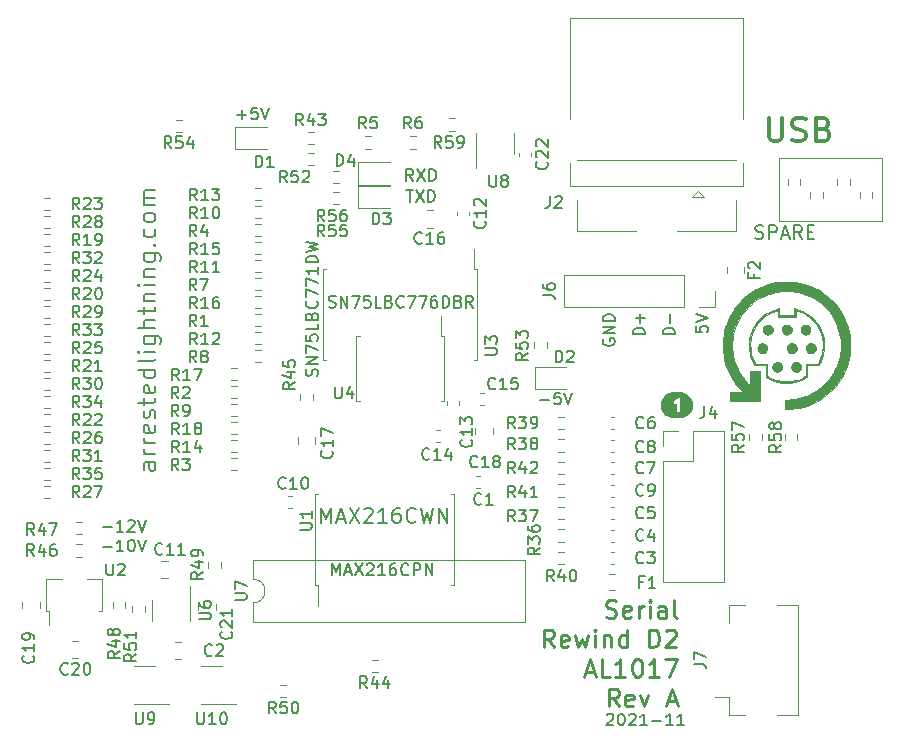
<source format=gto>
%TF.GenerationSoftware,KiCad,Pcbnew,5.1.12-84ad8e8a86~92~ubuntu20.04.1*%
%TF.CreationDate,2021-12-07T00:39:57-06:00*%
%TF.ProjectId,serial_rewind_d2,73657269-616c-45f7-9265-77696e645f64,rev?*%
%TF.SameCoordinates,Original*%
%TF.FileFunction,Legend,Top*%
%TF.FilePolarity,Positive*%
%FSLAX46Y46*%
G04 Gerber Fmt 4.6, Leading zero omitted, Abs format (unit mm)*
G04 Created by KiCad (PCBNEW 5.1.12-84ad8e8a86~92~ubuntu20.04.1) date 2021-12-07 00:39:57*
%MOMM*%
%LPD*%
G01*
G04 APERTURE LIST*
%ADD10C,0.120000*%
%ADD11C,0.150000*%
%ADD12C,0.200000*%
%ADD13C,0.203200*%
%ADD14C,0.300000*%
%ADD15C,0.250000*%
%ADD16C,0.010000*%
G04 APERTURE END LIST*
D10*
X115443000Y-104775000D02*
X115824000Y-104775000D01*
X115443000Y-110109000D02*
X115443000Y-104775000D01*
X124206000Y-110109000D02*
X115443000Y-110109000D01*
X124206000Y-104775000D02*
X124206000Y-110109000D01*
X115824000Y-104775000D02*
X124206000Y-104775000D01*
D11*
X113459333Y-111590476D02*
X113623619Y-111645238D01*
X113897428Y-111645238D01*
X114006952Y-111590476D01*
X114061714Y-111535714D01*
X114116476Y-111426190D01*
X114116476Y-111316666D01*
X114061714Y-111207142D01*
X114006952Y-111152380D01*
X113897428Y-111097619D01*
X113678380Y-111042857D01*
X113568857Y-110988095D01*
X113514095Y-110933333D01*
X113459333Y-110823809D01*
X113459333Y-110714285D01*
X113514095Y-110604761D01*
X113568857Y-110550000D01*
X113678380Y-110495238D01*
X113952190Y-110495238D01*
X114116476Y-110550000D01*
X114609333Y-111645238D02*
X114609333Y-110495238D01*
X115047428Y-110495238D01*
X115156952Y-110550000D01*
X115211714Y-110604761D01*
X115266476Y-110714285D01*
X115266476Y-110878571D01*
X115211714Y-110988095D01*
X115156952Y-111042857D01*
X115047428Y-111097619D01*
X114609333Y-111097619D01*
X115704571Y-111316666D02*
X116252190Y-111316666D01*
X115595047Y-111645238D02*
X115978380Y-110495238D01*
X116361714Y-111645238D01*
X117402190Y-111645238D02*
X117018857Y-111097619D01*
X116745047Y-111645238D02*
X116745047Y-110495238D01*
X117183142Y-110495238D01*
X117292666Y-110550000D01*
X117347428Y-110604761D01*
X117402190Y-110714285D01*
X117402190Y-110878571D01*
X117347428Y-110988095D01*
X117292666Y-111042857D01*
X117183142Y-111097619D01*
X116745047Y-111097619D01*
X117895047Y-111042857D02*
X118278380Y-111042857D01*
X118442666Y-111645238D02*
X117895047Y-111645238D01*
X117895047Y-110495238D01*
X118442666Y-110495238D01*
D12*
X76714619Y-135693476D02*
X76714619Y-134443476D01*
X77131285Y-135336333D01*
X77547952Y-134443476D01*
X77547952Y-135693476D01*
X78083666Y-135336333D02*
X78678904Y-135336333D01*
X77964619Y-135693476D02*
X78381285Y-134443476D01*
X78797952Y-135693476D01*
X79095571Y-134443476D02*
X79928904Y-135693476D01*
X79928904Y-134443476D02*
X79095571Y-135693476D01*
X80345571Y-134562523D02*
X80405095Y-134503000D01*
X80524142Y-134443476D01*
X80821761Y-134443476D01*
X80940809Y-134503000D01*
X81000333Y-134562523D01*
X81059857Y-134681571D01*
X81059857Y-134800619D01*
X81000333Y-134979190D01*
X80286047Y-135693476D01*
X81059857Y-135693476D01*
X82250333Y-135693476D02*
X81536047Y-135693476D01*
X81893190Y-135693476D02*
X81893190Y-134443476D01*
X81774142Y-134622047D01*
X81655095Y-134741095D01*
X81536047Y-134800619D01*
X83321761Y-134443476D02*
X83083666Y-134443476D01*
X82964619Y-134503000D01*
X82905095Y-134562523D01*
X82786047Y-134741095D01*
X82726523Y-134979190D01*
X82726523Y-135455380D01*
X82786047Y-135574428D01*
X82845571Y-135633952D01*
X82964619Y-135693476D01*
X83202714Y-135693476D01*
X83321761Y-135633952D01*
X83381285Y-135574428D01*
X83440809Y-135455380D01*
X83440809Y-135157761D01*
X83381285Y-135038714D01*
X83321761Y-134979190D01*
X83202714Y-134919666D01*
X82964619Y-134919666D01*
X82845571Y-134979190D01*
X82786047Y-135038714D01*
X82726523Y-135157761D01*
X84690809Y-135574428D02*
X84631285Y-135633952D01*
X84452714Y-135693476D01*
X84333666Y-135693476D01*
X84155095Y-135633952D01*
X84036047Y-135514904D01*
X83976523Y-135395857D01*
X83917000Y-135157761D01*
X83917000Y-134979190D01*
X83976523Y-134741095D01*
X84036047Y-134622047D01*
X84155095Y-134503000D01*
X84333666Y-134443476D01*
X84452714Y-134443476D01*
X84631285Y-134503000D01*
X84690809Y-134562523D01*
X85107476Y-134443476D02*
X85405095Y-135693476D01*
X85643190Y-134800619D01*
X85881285Y-135693476D01*
X86178904Y-134443476D01*
X86655095Y-135693476D02*
X86655095Y-134443476D01*
X87369380Y-135693476D01*
X87369380Y-134443476D01*
D11*
X83885738Y-107529380D02*
X84457166Y-107529380D01*
X84171452Y-108529380D02*
X84171452Y-107529380D01*
X84695261Y-107529380D02*
X85361928Y-108529380D01*
X85361928Y-107529380D02*
X84695261Y-108529380D01*
X85742880Y-108529380D02*
X85742880Y-107529380D01*
X85980976Y-107529380D01*
X86123833Y-107577000D01*
X86219071Y-107672238D01*
X86266690Y-107767476D01*
X86314309Y-107957952D01*
X86314309Y-108100809D01*
X86266690Y-108291285D01*
X86219071Y-108386523D01*
X86123833Y-108481761D01*
X85980976Y-108529380D01*
X85742880Y-108529380D01*
X84473023Y-106751380D02*
X84139690Y-106275190D01*
X83901595Y-106751380D02*
X83901595Y-105751380D01*
X84282547Y-105751380D01*
X84377785Y-105799000D01*
X84425404Y-105846619D01*
X84473023Y-105941857D01*
X84473023Y-106084714D01*
X84425404Y-106179952D01*
X84377785Y-106227571D01*
X84282547Y-106275190D01*
X83901595Y-106275190D01*
X84806357Y-105751380D02*
X85473023Y-106751380D01*
X85473023Y-105751380D02*
X84806357Y-106751380D01*
X85853976Y-106751380D02*
X85853976Y-105751380D01*
X86092071Y-105751380D01*
X86234928Y-105799000D01*
X86330166Y-105894238D01*
X86377785Y-105989476D01*
X86425404Y-106179952D01*
X86425404Y-106322809D01*
X86377785Y-106513285D01*
X86330166Y-106608523D01*
X86234928Y-106703761D01*
X86092071Y-106751380D01*
X85853976Y-106751380D01*
X77343761Y-117435261D02*
X77486619Y-117482880D01*
X77724714Y-117482880D01*
X77819952Y-117435261D01*
X77867571Y-117387642D01*
X77915190Y-117292404D01*
X77915190Y-117197166D01*
X77867571Y-117101928D01*
X77819952Y-117054309D01*
X77724714Y-117006690D01*
X77534238Y-116959071D01*
X77439000Y-116911452D01*
X77391380Y-116863833D01*
X77343761Y-116768595D01*
X77343761Y-116673357D01*
X77391380Y-116578119D01*
X77439000Y-116530500D01*
X77534238Y-116482880D01*
X77772333Y-116482880D01*
X77915190Y-116530500D01*
X78343761Y-117482880D02*
X78343761Y-116482880D01*
X78915190Y-117482880D01*
X78915190Y-116482880D01*
X79296142Y-116482880D02*
X79962809Y-116482880D01*
X79534238Y-117482880D01*
X80819952Y-116482880D02*
X80343761Y-116482880D01*
X80296142Y-116959071D01*
X80343761Y-116911452D01*
X80439000Y-116863833D01*
X80677095Y-116863833D01*
X80772333Y-116911452D01*
X80819952Y-116959071D01*
X80867571Y-117054309D01*
X80867571Y-117292404D01*
X80819952Y-117387642D01*
X80772333Y-117435261D01*
X80677095Y-117482880D01*
X80439000Y-117482880D01*
X80343761Y-117435261D01*
X80296142Y-117387642D01*
X81772333Y-117482880D02*
X81296142Y-117482880D01*
X81296142Y-116482880D01*
X82439000Y-116959071D02*
X82581857Y-117006690D01*
X82629476Y-117054309D01*
X82677095Y-117149547D01*
X82677095Y-117292404D01*
X82629476Y-117387642D01*
X82581857Y-117435261D01*
X82486619Y-117482880D01*
X82105666Y-117482880D01*
X82105666Y-116482880D01*
X82439000Y-116482880D01*
X82534238Y-116530500D01*
X82581857Y-116578119D01*
X82629476Y-116673357D01*
X82629476Y-116768595D01*
X82581857Y-116863833D01*
X82534238Y-116911452D01*
X82439000Y-116959071D01*
X82105666Y-116959071D01*
X83677095Y-117387642D02*
X83629476Y-117435261D01*
X83486619Y-117482880D01*
X83391380Y-117482880D01*
X83248523Y-117435261D01*
X83153285Y-117340023D01*
X83105666Y-117244785D01*
X83058047Y-117054309D01*
X83058047Y-116911452D01*
X83105666Y-116720976D01*
X83153285Y-116625738D01*
X83248523Y-116530500D01*
X83391380Y-116482880D01*
X83486619Y-116482880D01*
X83629476Y-116530500D01*
X83677095Y-116578119D01*
X84010428Y-116482880D02*
X84677095Y-116482880D01*
X84248523Y-117482880D01*
X84962809Y-116482880D02*
X85629476Y-116482880D01*
X85200904Y-117482880D01*
X86439000Y-116482880D02*
X86248523Y-116482880D01*
X86153285Y-116530500D01*
X86105666Y-116578119D01*
X86010428Y-116720976D01*
X85962809Y-116911452D01*
X85962809Y-117292404D01*
X86010428Y-117387642D01*
X86058047Y-117435261D01*
X86153285Y-117482880D01*
X86343761Y-117482880D01*
X86439000Y-117435261D01*
X86486619Y-117387642D01*
X86534238Y-117292404D01*
X86534238Y-117054309D01*
X86486619Y-116959071D01*
X86439000Y-116911452D01*
X86343761Y-116863833D01*
X86153285Y-116863833D01*
X86058047Y-116911452D01*
X86010428Y-116959071D01*
X85962809Y-117054309D01*
X86962809Y-117482880D02*
X86962809Y-116482880D01*
X87200904Y-116482880D01*
X87343761Y-116530500D01*
X87439000Y-116625738D01*
X87486619Y-116720976D01*
X87534238Y-116911452D01*
X87534238Y-117054309D01*
X87486619Y-117244785D01*
X87439000Y-117340023D01*
X87343761Y-117435261D01*
X87200904Y-117482880D01*
X86962809Y-117482880D01*
X88296142Y-116959071D02*
X88439000Y-117006690D01*
X88486619Y-117054309D01*
X88534238Y-117149547D01*
X88534238Y-117292404D01*
X88486619Y-117387642D01*
X88439000Y-117435261D01*
X88343761Y-117482880D01*
X87962809Y-117482880D01*
X87962809Y-116482880D01*
X88296142Y-116482880D01*
X88391380Y-116530500D01*
X88439000Y-116578119D01*
X88486619Y-116673357D01*
X88486619Y-116768595D01*
X88439000Y-116863833D01*
X88391380Y-116911452D01*
X88296142Y-116959071D01*
X87962809Y-116959071D01*
X89534238Y-117482880D02*
X89200904Y-117006690D01*
X88962809Y-117482880D02*
X88962809Y-116482880D01*
X89343761Y-116482880D01*
X89439000Y-116530500D01*
X89486619Y-116578119D01*
X89534238Y-116673357D01*
X89534238Y-116816214D01*
X89486619Y-116911452D01*
X89439000Y-116959071D01*
X89343761Y-117006690D01*
X88962809Y-117006690D01*
X76350761Y-123268666D02*
X76398380Y-123125809D01*
X76398380Y-122887714D01*
X76350761Y-122792476D01*
X76303142Y-122744857D01*
X76207904Y-122697238D01*
X76112666Y-122697238D01*
X76017428Y-122744857D01*
X75969809Y-122792476D01*
X75922190Y-122887714D01*
X75874571Y-123078190D01*
X75826952Y-123173428D01*
X75779333Y-123221047D01*
X75684095Y-123268666D01*
X75588857Y-123268666D01*
X75493619Y-123221047D01*
X75446000Y-123173428D01*
X75398380Y-123078190D01*
X75398380Y-122840095D01*
X75446000Y-122697238D01*
X76398380Y-122268666D02*
X75398380Y-122268666D01*
X76398380Y-121697238D01*
X75398380Y-121697238D01*
X75398380Y-121316285D02*
X75398380Y-120649619D01*
X76398380Y-121078190D01*
X75398380Y-119792476D02*
X75398380Y-120268666D01*
X75874571Y-120316285D01*
X75826952Y-120268666D01*
X75779333Y-120173428D01*
X75779333Y-119935333D01*
X75826952Y-119840095D01*
X75874571Y-119792476D01*
X75969809Y-119744857D01*
X76207904Y-119744857D01*
X76303142Y-119792476D01*
X76350761Y-119840095D01*
X76398380Y-119935333D01*
X76398380Y-120173428D01*
X76350761Y-120268666D01*
X76303142Y-120316285D01*
X76398380Y-118840095D02*
X76398380Y-119316285D01*
X75398380Y-119316285D01*
X75874571Y-118173428D02*
X75922190Y-118030571D01*
X75969809Y-117982952D01*
X76065047Y-117935333D01*
X76207904Y-117935333D01*
X76303142Y-117982952D01*
X76350761Y-118030571D01*
X76398380Y-118125809D01*
X76398380Y-118506761D01*
X75398380Y-118506761D01*
X75398380Y-118173428D01*
X75446000Y-118078190D01*
X75493619Y-118030571D01*
X75588857Y-117982952D01*
X75684095Y-117982952D01*
X75779333Y-118030571D01*
X75826952Y-118078190D01*
X75874571Y-118173428D01*
X75874571Y-118506761D01*
X76303142Y-116935333D02*
X76350761Y-116982952D01*
X76398380Y-117125809D01*
X76398380Y-117221047D01*
X76350761Y-117363904D01*
X76255523Y-117459142D01*
X76160285Y-117506761D01*
X75969809Y-117554380D01*
X75826952Y-117554380D01*
X75636476Y-117506761D01*
X75541238Y-117459142D01*
X75446000Y-117363904D01*
X75398380Y-117221047D01*
X75398380Y-117125809D01*
X75446000Y-116982952D01*
X75493619Y-116935333D01*
X75398380Y-116602000D02*
X75398380Y-115935333D01*
X76398380Y-116363904D01*
X75398380Y-115649619D02*
X75398380Y-114982952D01*
X76398380Y-115411523D01*
X76398380Y-114078190D02*
X76398380Y-114649619D01*
X76398380Y-114363904D02*
X75398380Y-114363904D01*
X75541238Y-114459142D01*
X75636476Y-114554380D01*
X75684095Y-114649619D01*
X76398380Y-113649619D02*
X75398380Y-113649619D01*
X75398380Y-113411523D01*
X75446000Y-113268666D01*
X75541238Y-113173428D01*
X75636476Y-113125809D01*
X75826952Y-113078190D01*
X75969809Y-113078190D01*
X76160285Y-113125809D01*
X76255523Y-113173428D01*
X76350761Y-113268666D01*
X76398380Y-113411523D01*
X76398380Y-113649619D01*
X75398380Y-112744857D02*
X76398380Y-112506761D01*
X75684095Y-112316285D01*
X76398380Y-112125809D01*
X75398380Y-111887714D01*
D13*
X77593976Y-140159619D02*
X77593976Y-139143619D01*
X77932642Y-139869333D01*
X78271309Y-139143619D01*
X78271309Y-140159619D01*
X78706738Y-139869333D02*
X79190547Y-139869333D01*
X78609976Y-140159619D02*
X78948642Y-139143619D01*
X79287309Y-140159619D01*
X79529214Y-139143619D02*
X80206547Y-140159619D01*
X80206547Y-139143619D02*
X79529214Y-140159619D01*
X80545214Y-139240380D02*
X80593595Y-139192000D01*
X80690357Y-139143619D01*
X80932261Y-139143619D01*
X81029023Y-139192000D01*
X81077404Y-139240380D01*
X81125785Y-139337142D01*
X81125785Y-139433904D01*
X81077404Y-139579047D01*
X80496833Y-140159619D01*
X81125785Y-140159619D01*
X82093404Y-140159619D02*
X81512833Y-140159619D01*
X81803119Y-140159619D02*
X81803119Y-139143619D01*
X81706357Y-139288761D01*
X81609595Y-139385523D01*
X81512833Y-139433904D01*
X82964261Y-139143619D02*
X82770738Y-139143619D01*
X82673976Y-139192000D01*
X82625595Y-139240380D01*
X82528833Y-139385523D01*
X82480452Y-139579047D01*
X82480452Y-139966095D01*
X82528833Y-140062857D01*
X82577214Y-140111238D01*
X82673976Y-140159619D01*
X82867500Y-140159619D01*
X82964261Y-140111238D01*
X83012642Y-140062857D01*
X83061023Y-139966095D01*
X83061023Y-139724190D01*
X83012642Y-139627428D01*
X82964261Y-139579047D01*
X82867500Y-139530666D01*
X82673976Y-139530666D01*
X82577214Y-139579047D01*
X82528833Y-139627428D01*
X82480452Y-139724190D01*
X84077023Y-140062857D02*
X84028642Y-140111238D01*
X83883500Y-140159619D01*
X83786738Y-140159619D01*
X83641595Y-140111238D01*
X83544833Y-140014476D01*
X83496452Y-139917714D01*
X83448071Y-139724190D01*
X83448071Y-139579047D01*
X83496452Y-139385523D01*
X83544833Y-139288761D01*
X83641595Y-139192000D01*
X83786738Y-139143619D01*
X83883500Y-139143619D01*
X84028642Y-139192000D01*
X84077023Y-139240380D01*
X84512452Y-140159619D02*
X84512452Y-139143619D01*
X84899500Y-139143619D01*
X84996261Y-139192000D01*
X85044642Y-139240380D01*
X85093023Y-139337142D01*
X85093023Y-139482285D01*
X85044642Y-139579047D01*
X84996261Y-139627428D01*
X84899500Y-139675809D01*
X84512452Y-139675809D01*
X85528452Y-140159619D02*
X85528452Y-139143619D01*
X86109023Y-140159619D01*
X86109023Y-139143619D01*
D11*
X95234285Y-125293428D02*
X95996190Y-125293428D01*
X96948571Y-124674380D02*
X96472380Y-124674380D01*
X96424761Y-125150571D01*
X96472380Y-125102952D01*
X96567619Y-125055333D01*
X96805714Y-125055333D01*
X96900952Y-125102952D01*
X96948571Y-125150571D01*
X96996190Y-125245809D01*
X96996190Y-125483904D01*
X96948571Y-125579142D01*
X96900952Y-125626761D01*
X96805714Y-125674380D01*
X96567619Y-125674380D01*
X96472380Y-125626761D01*
X96424761Y-125579142D01*
X97281904Y-124674380D02*
X97615238Y-125674380D01*
X97948571Y-124674380D01*
X69580285Y-101163428D02*
X70342190Y-101163428D01*
X69961238Y-101544380D02*
X69961238Y-100782476D01*
X71294571Y-100544380D02*
X70818380Y-100544380D01*
X70770761Y-101020571D01*
X70818380Y-100972952D01*
X70913619Y-100925333D01*
X71151714Y-100925333D01*
X71246952Y-100972952D01*
X71294571Y-101020571D01*
X71342190Y-101115809D01*
X71342190Y-101353904D01*
X71294571Y-101449142D01*
X71246952Y-101496761D01*
X71151714Y-101544380D01*
X70913619Y-101544380D01*
X70818380Y-101496761D01*
X70770761Y-101449142D01*
X71627904Y-100544380D02*
X71961238Y-101544380D01*
X72294571Y-100544380D01*
X62654571Y-130594285D02*
X61868857Y-130594285D01*
X61726000Y-130665714D01*
X61654571Y-130808571D01*
X61654571Y-131094285D01*
X61726000Y-131237142D01*
X62583142Y-130594285D02*
X62654571Y-130737142D01*
X62654571Y-131094285D01*
X62583142Y-131237142D01*
X62440285Y-131308571D01*
X62297428Y-131308571D01*
X62154571Y-131237142D01*
X62083142Y-131094285D01*
X62083142Y-130737142D01*
X62011714Y-130594285D01*
X62654571Y-129880000D02*
X61654571Y-129880000D01*
X61940285Y-129880000D02*
X61797428Y-129808571D01*
X61726000Y-129737142D01*
X61654571Y-129594285D01*
X61654571Y-129451428D01*
X62654571Y-128951428D02*
X61654571Y-128951428D01*
X61940285Y-128951428D02*
X61797428Y-128880000D01*
X61726000Y-128808571D01*
X61654571Y-128665714D01*
X61654571Y-128522857D01*
X62583142Y-127451428D02*
X62654571Y-127594285D01*
X62654571Y-127880000D01*
X62583142Y-128022857D01*
X62440285Y-128094285D01*
X61868857Y-128094285D01*
X61726000Y-128022857D01*
X61654571Y-127880000D01*
X61654571Y-127594285D01*
X61726000Y-127451428D01*
X61868857Y-127380000D01*
X62011714Y-127380000D01*
X62154571Y-128094285D01*
X62583142Y-126808571D02*
X62654571Y-126665714D01*
X62654571Y-126380000D01*
X62583142Y-126237142D01*
X62440285Y-126165714D01*
X62368857Y-126165714D01*
X62226000Y-126237142D01*
X62154571Y-126380000D01*
X62154571Y-126594285D01*
X62083142Y-126737142D01*
X61940285Y-126808571D01*
X61868857Y-126808571D01*
X61726000Y-126737142D01*
X61654571Y-126594285D01*
X61654571Y-126380000D01*
X61726000Y-126237142D01*
X61654571Y-125737142D02*
X61654571Y-125165714D01*
X61154571Y-125522857D02*
X62440285Y-125522857D01*
X62583142Y-125451428D01*
X62654571Y-125308571D01*
X62654571Y-125165714D01*
X62583142Y-124094285D02*
X62654571Y-124237142D01*
X62654571Y-124522857D01*
X62583142Y-124665714D01*
X62440285Y-124737142D01*
X61868857Y-124737142D01*
X61726000Y-124665714D01*
X61654571Y-124522857D01*
X61654571Y-124237142D01*
X61726000Y-124094285D01*
X61868857Y-124022857D01*
X62011714Y-124022857D01*
X62154571Y-124737142D01*
X62654571Y-122737142D02*
X61154571Y-122737142D01*
X62583142Y-122737142D02*
X62654571Y-122880000D01*
X62654571Y-123165714D01*
X62583142Y-123308571D01*
X62511714Y-123380000D01*
X62368857Y-123451428D01*
X61940285Y-123451428D01*
X61797428Y-123380000D01*
X61726000Y-123308571D01*
X61654571Y-123165714D01*
X61654571Y-122880000D01*
X61726000Y-122737142D01*
X62654571Y-121808571D02*
X62583142Y-121951428D01*
X62440285Y-122022857D01*
X61154571Y-122022857D01*
X62654571Y-121237142D02*
X61654571Y-121237142D01*
X61154571Y-121237142D02*
X61226000Y-121308571D01*
X61297428Y-121237142D01*
X61226000Y-121165714D01*
X61154571Y-121237142D01*
X61297428Y-121237142D01*
X61654571Y-119880000D02*
X62868857Y-119880000D01*
X63011714Y-119951428D01*
X63083142Y-120022857D01*
X63154571Y-120165714D01*
X63154571Y-120380000D01*
X63083142Y-120522857D01*
X62583142Y-119880000D02*
X62654571Y-120022857D01*
X62654571Y-120308571D01*
X62583142Y-120451428D01*
X62511714Y-120522857D01*
X62368857Y-120594285D01*
X61940285Y-120594285D01*
X61797428Y-120522857D01*
X61726000Y-120451428D01*
X61654571Y-120308571D01*
X61654571Y-120022857D01*
X61726000Y-119880000D01*
X62654571Y-119165714D02*
X61154571Y-119165714D01*
X62654571Y-118522857D02*
X61868857Y-118522857D01*
X61726000Y-118594285D01*
X61654571Y-118737142D01*
X61654571Y-118951428D01*
X61726000Y-119094285D01*
X61797428Y-119165714D01*
X61654571Y-118022857D02*
X61654571Y-117451428D01*
X61154571Y-117808571D02*
X62440285Y-117808571D01*
X62583142Y-117737142D01*
X62654571Y-117594285D01*
X62654571Y-117451428D01*
X61654571Y-116951428D02*
X62654571Y-116951428D01*
X61797428Y-116951428D02*
X61726000Y-116880000D01*
X61654571Y-116737142D01*
X61654571Y-116522857D01*
X61726000Y-116380000D01*
X61868857Y-116308571D01*
X62654571Y-116308571D01*
X62654571Y-115594285D02*
X61654571Y-115594285D01*
X61154571Y-115594285D02*
X61226000Y-115665714D01*
X61297428Y-115594285D01*
X61226000Y-115522857D01*
X61154571Y-115594285D01*
X61297428Y-115594285D01*
X61654571Y-114880000D02*
X62654571Y-114880000D01*
X61797428Y-114880000D02*
X61726000Y-114808571D01*
X61654571Y-114665714D01*
X61654571Y-114451428D01*
X61726000Y-114308571D01*
X61868857Y-114237142D01*
X62654571Y-114237142D01*
X61654571Y-112880000D02*
X62868857Y-112880000D01*
X63011714Y-112951428D01*
X63083142Y-113022857D01*
X63154571Y-113165714D01*
X63154571Y-113380000D01*
X63083142Y-113522857D01*
X62583142Y-112880000D02*
X62654571Y-113022857D01*
X62654571Y-113308571D01*
X62583142Y-113451428D01*
X62511714Y-113522857D01*
X62368857Y-113594285D01*
X61940285Y-113594285D01*
X61797428Y-113522857D01*
X61726000Y-113451428D01*
X61654571Y-113308571D01*
X61654571Y-113022857D01*
X61726000Y-112880000D01*
X62511714Y-112165714D02*
X62583142Y-112094285D01*
X62654571Y-112165714D01*
X62583142Y-112237142D01*
X62511714Y-112165714D01*
X62654571Y-112165714D01*
X62583142Y-110808571D02*
X62654571Y-110951428D01*
X62654571Y-111237142D01*
X62583142Y-111380000D01*
X62511714Y-111451428D01*
X62368857Y-111522857D01*
X61940285Y-111522857D01*
X61797428Y-111451428D01*
X61726000Y-111380000D01*
X61654571Y-111237142D01*
X61654571Y-110951428D01*
X61726000Y-110808571D01*
X62654571Y-109951428D02*
X62583142Y-110094285D01*
X62511714Y-110165714D01*
X62368857Y-110237142D01*
X61940285Y-110237142D01*
X61797428Y-110165714D01*
X61726000Y-110094285D01*
X61654571Y-109951428D01*
X61654571Y-109737142D01*
X61726000Y-109594285D01*
X61797428Y-109522857D01*
X61940285Y-109451428D01*
X62368857Y-109451428D01*
X62511714Y-109522857D01*
X62583142Y-109594285D01*
X62654571Y-109737142D01*
X62654571Y-109951428D01*
X62654571Y-108808571D02*
X61654571Y-108808571D01*
X61797428Y-108808571D02*
X61726000Y-108737142D01*
X61654571Y-108594285D01*
X61654571Y-108380000D01*
X61726000Y-108237142D01*
X61868857Y-108165714D01*
X62654571Y-108165714D01*
X61868857Y-108165714D02*
X61726000Y-108094285D01*
X61654571Y-107951428D01*
X61654571Y-107737142D01*
X61726000Y-107594285D01*
X61868857Y-107522857D01*
X62654571Y-107522857D01*
X100854285Y-151947619D02*
X100901904Y-151900000D01*
X100997142Y-151852380D01*
X101235238Y-151852380D01*
X101330476Y-151900000D01*
X101378095Y-151947619D01*
X101425714Y-152042857D01*
X101425714Y-152138095D01*
X101378095Y-152280952D01*
X100806666Y-152852380D01*
X101425714Y-152852380D01*
X102044761Y-151852380D02*
X102140000Y-151852380D01*
X102235238Y-151900000D01*
X102282857Y-151947619D01*
X102330476Y-152042857D01*
X102378095Y-152233333D01*
X102378095Y-152471428D01*
X102330476Y-152661904D01*
X102282857Y-152757142D01*
X102235238Y-152804761D01*
X102140000Y-152852380D01*
X102044761Y-152852380D01*
X101949523Y-152804761D01*
X101901904Y-152757142D01*
X101854285Y-152661904D01*
X101806666Y-152471428D01*
X101806666Y-152233333D01*
X101854285Y-152042857D01*
X101901904Y-151947619D01*
X101949523Y-151900000D01*
X102044761Y-151852380D01*
X102759047Y-151947619D02*
X102806666Y-151900000D01*
X102901904Y-151852380D01*
X103140000Y-151852380D01*
X103235238Y-151900000D01*
X103282857Y-151947619D01*
X103330476Y-152042857D01*
X103330476Y-152138095D01*
X103282857Y-152280952D01*
X102711428Y-152852380D01*
X103330476Y-152852380D01*
X104282857Y-152852380D02*
X103711428Y-152852380D01*
X103997142Y-152852380D02*
X103997142Y-151852380D01*
X103901904Y-151995238D01*
X103806666Y-152090476D01*
X103711428Y-152138095D01*
X104711428Y-152471428D02*
X105473333Y-152471428D01*
X106473333Y-152852380D02*
X105901904Y-152852380D01*
X106187619Y-152852380D02*
X106187619Y-151852380D01*
X106092380Y-151995238D01*
X105997142Y-152090476D01*
X105901904Y-152138095D01*
X107425714Y-152852380D02*
X106854285Y-152852380D01*
X107140000Y-152852380D02*
X107140000Y-151852380D01*
X107044761Y-151995238D01*
X106949523Y-152090476D01*
X106854285Y-152138095D01*
D14*
X114570190Y-101393761D02*
X114570190Y-103012809D01*
X114665428Y-103203285D01*
X114760666Y-103298523D01*
X114951142Y-103393761D01*
X115332095Y-103393761D01*
X115522571Y-103298523D01*
X115617809Y-103203285D01*
X115713047Y-103012809D01*
X115713047Y-101393761D01*
X116570190Y-103298523D02*
X116855904Y-103393761D01*
X117332095Y-103393761D01*
X117522571Y-103298523D01*
X117617809Y-103203285D01*
X117713047Y-103012809D01*
X117713047Y-102822333D01*
X117617809Y-102631857D01*
X117522571Y-102536619D01*
X117332095Y-102441380D01*
X116951142Y-102346142D01*
X116760666Y-102250904D01*
X116665428Y-102155666D01*
X116570190Y-101965190D01*
X116570190Y-101774714D01*
X116665428Y-101584238D01*
X116760666Y-101489000D01*
X116951142Y-101393761D01*
X117427333Y-101393761D01*
X117713047Y-101489000D01*
X119236857Y-102346142D02*
X119522571Y-102441380D01*
X119617809Y-102536619D01*
X119713047Y-102727095D01*
X119713047Y-103012809D01*
X119617809Y-103203285D01*
X119522571Y-103298523D01*
X119332095Y-103393761D01*
X118570190Y-103393761D01*
X118570190Y-101393761D01*
X119236857Y-101393761D01*
X119427333Y-101489000D01*
X119522571Y-101584238D01*
X119617809Y-101774714D01*
X119617809Y-101965190D01*
X119522571Y-102155666D01*
X119427333Y-102250904D01*
X119236857Y-102346142D01*
X118570190Y-102346142D01*
D15*
X100811214Y-143669142D02*
X101025500Y-143740571D01*
X101382642Y-143740571D01*
X101525500Y-143669142D01*
X101596928Y-143597714D01*
X101668357Y-143454857D01*
X101668357Y-143312000D01*
X101596928Y-143169142D01*
X101525500Y-143097714D01*
X101382642Y-143026285D01*
X101096928Y-142954857D01*
X100954071Y-142883428D01*
X100882642Y-142812000D01*
X100811214Y-142669142D01*
X100811214Y-142526285D01*
X100882642Y-142383428D01*
X100954071Y-142312000D01*
X101096928Y-142240571D01*
X101454071Y-142240571D01*
X101668357Y-142312000D01*
X102882642Y-143669142D02*
X102739785Y-143740571D01*
X102454071Y-143740571D01*
X102311214Y-143669142D01*
X102239785Y-143526285D01*
X102239785Y-142954857D01*
X102311214Y-142812000D01*
X102454071Y-142740571D01*
X102739785Y-142740571D01*
X102882642Y-142812000D01*
X102954071Y-142954857D01*
X102954071Y-143097714D01*
X102239785Y-143240571D01*
X103596928Y-143740571D02*
X103596928Y-142740571D01*
X103596928Y-143026285D02*
X103668357Y-142883428D01*
X103739785Y-142812000D01*
X103882642Y-142740571D01*
X104025500Y-142740571D01*
X104525500Y-143740571D02*
X104525500Y-142740571D01*
X104525500Y-142240571D02*
X104454071Y-142312000D01*
X104525500Y-142383428D01*
X104596928Y-142312000D01*
X104525500Y-142240571D01*
X104525500Y-142383428D01*
X105882642Y-143740571D02*
X105882642Y-142954857D01*
X105811214Y-142812000D01*
X105668357Y-142740571D01*
X105382642Y-142740571D01*
X105239785Y-142812000D01*
X105882642Y-143669142D02*
X105739785Y-143740571D01*
X105382642Y-143740571D01*
X105239785Y-143669142D01*
X105168357Y-143526285D01*
X105168357Y-143383428D01*
X105239785Y-143240571D01*
X105382642Y-143169142D01*
X105739785Y-143169142D01*
X105882642Y-143097714D01*
X106811214Y-143740571D02*
X106668357Y-143669142D01*
X106596928Y-143526285D01*
X106596928Y-142240571D01*
X96382642Y-146240571D02*
X95882642Y-145526285D01*
X95525500Y-146240571D02*
X95525500Y-144740571D01*
X96096928Y-144740571D01*
X96239785Y-144812000D01*
X96311214Y-144883428D01*
X96382642Y-145026285D01*
X96382642Y-145240571D01*
X96311214Y-145383428D01*
X96239785Y-145454857D01*
X96096928Y-145526285D01*
X95525500Y-145526285D01*
X97596928Y-146169142D02*
X97454071Y-146240571D01*
X97168357Y-146240571D01*
X97025500Y-146169142D01*
X96954071Y-146026285D01*
X96954071Y-145454857D01*
X97025500Y-145312000D01*
X97168357Y-145240571D01*
X97454071Y-145240571D01*
X97596928Y-145312000D01*
X97668357Y-145454857D01*
X97668357Y-145597714D01*
X96954071Y-145740571D01*
X98168357Y-145240571D02*
X98454071Y-146240571D01*
X98739785Y-145526285D01*
X99025500Y-146240571D01*
X99311214Y-145240571D01*
X99882642Y-146240571D02*
X99882642Y-145240571D01*
X99882642Y-144740571D02*
X99811214Y-144812000D01*
X99882642Y-144883428D01*
X99954071Y-144812000D01*
X99882642Y-144740571D01*
X99882642Y-144883428D01*
X100596928Y-145240571D02*
X100596928Y-146240571D01*
X100596928Y-145383428D02*
X100668357Y-145312000D01*
X100811214Y-145240571D01*
X101025500Y-145240571D01*
X101168357Y-145312000D01*
X101239785Y-145454857D01*
X101239785Y-146240571D01*
X102596928Y-146240571D02*
X102596928Y-144740571D01*
X102596928Y-146169142D02*
X102454071Y-146240571D01*
X102168357Y-146240571D01*
X102025500Y-146169142D01*
X101954071Y-146097714D01*
X101882642Y-145954857D01*
X101882642Y-145526285D01*
X101954071Y-145383428D01*
X102025500Y-145312000D01*
X102168357Y-145240571D01*
X102454071Y-145240571D01*
X102596928Y-145312000D01*
X104454071Y-146240571D02*
X104454071Y-144740571D01*
X104811214Y-144740571D01*
X105025500Y-144812000D01*
X105168357Y-144954857D01*
X105239785Y-145097714D01*
X105311214Y-145383428D01*
X105311214Y-145597714D01*
X105239785Y-145883428D01*
X105168357Y-146026285D01*
X105025500Y-146169142D01*
X104811214Y-146240571D01*
X104454071Y-146240571D01*
X105882642Y-144883428D02*
X105954071Y-144812000D01*
X106096928Y-144740571D01*
X106454071Y-144740571D01*
X106596928Y-144812000D01*
X106668357Y-144883428D01*
X106739785Y-145026285D01*
X106739785Y-145169142D01*
X106668357Y-145383428D01*
X105811214Y-146240571D01*
X106739785Y-146240571D01*
X99096928Y-148312000D02*
X99811214Y-148312000D01*
X98954071Y-148740571D02*
X99454071Y-147240571D01*
X99954071Y-148740571D01*
X101168357Y-148740571D02*
X100454071Y-148740571D01*
X100454071Y-147240571D01*
X102454071Y-148740571D02*
X101596928Y-148740571D01*
X102025500Y-148740571D02*
X102025500Y-147240571D01*
X101882642Y-147454857D01*
X101739785Y-147597714D01*
X101596928Y-147669142D01*
X103382642Y-147240571D02*
X103525500Y-147240571D01*
X103668357Y-147312000D01*
X103739785Y-147383428D01*
X103811214Y-147526285D01*
X103882642Y-147812000D01*
X103882642Y-148169142D01*
X103811214Y-148454857D01*
X103739785Y-148597714D01*
X103668357Y-148669142D01*
X103525500Y-148740571D01*
X103382642Y-148740571D01*
X103239785Y-148669142D01*
X103168357Y-148597714D01*
X103096928Y-148454857D01*
X103025500Y-148169142D01*
X103025500Y-147812000D01*
X103096928Y-147526285D01*
X103168357Y-147383428D01*
X103239785Y-147312000D01*
X103382642Y-147240571D01*
X105311214Y-148740571D02*
X104454071Y-148740571D01*
X104882642Y-148740571D02*
X104882642Y-147240571D01*
X104739785Y-147454857D01*
X104596928Y-147597714D01*
X104454071Y-147669142D01*
X105811214Y-147240571D02*
X106811214Y-147240571D01*
X106168357Y-148740571D01*
X101882642Y-151240571D02*
X101382642Y-150526285D01*
X101025500Y-151240571D02*
X101025500Y-149740571D01*
X101596928Y-149740571D01*
X101739785Y-149812000D01*
X101811214Y-149883428D01*
X101882642Y-150026285D01*
X101882642Y-150240571D01*
X101811214Y-150383428D01*
X101739785Y-150454857D01*
X101596928Y-150526285D01*
X101025500Y-150526285D01*
X103096928Y-151169142D02*
X102954071Y-151240571D01*
X102668357Y-151240571D01*
X102525500Y-151169142D01*
X102454071Y-151026285D01*
X102454071Y-150454857D01*
X102525500Y-150312000D01*
X102668357Y-150240571D01*
X102954071Y-150240571D01*
X103096928Y-150312000D01*
X103168357Y-150454857D01*
X103168357Y-150597714D01*
X102454071Y-150740571D01*
X103668357Y-150240571D02*
X104025500Y-151240571D01*
X104382642Y-150240571D01*
X106025500Y-150812000D02*
X106739785Y-150812000D01*
X105882642Y-151240571D02*
X106382642Y-149740571D01*
X106882642Y-151240571D01*
D11*
X58182095Y-137739428D02*
X58944000Y-137739428D01*
X59944000Y-138120380D02*
X59372571Y-138120380D01*
X59658285Y-138120380D02*
X59658285Y-137120380D01*
X59563047Y-137263238D01*
X59467809Y-137358476D01*
X59372571Y-137406095D01*
X60563047Y-137120380D02*
X60658285Y-137120380D01*
X60753523Y-137168000D01*
X60801142Y-137215619D01*
X60848761Y-137310857D01*
X60896380Y-137501333D01*
X60896380Y-137739428D01*
X60848761Y-137929904D01*
X60801142Y-138025142D01*
X60753523Y-138072761D01*
X60658285Y-138120380D01*
X60563047Y-138120380D01*
X60467809Y-138072761D01*
X60420190Y-138025142D01*
X60372571Y-137929904D01*
X60324952Y-137739428D01*
X60324952Y-137501333D01*
X60372571Y-137310857D01*
X60420190Y-137215619D01*
X60467809Y-137168000D01*
X60563047Y-137120380D01*
X61182095Y-137120380D02*
X61515428Y-138120380D01*
X61848761Y-137120380D01*
X58182095Y-136088428D02*
X58944000Y-136088428D01*
X59944000Y-136469380D02*
X59372571Y-136469380D01*
X59658285Y-136469380D02*
X59658285Y-135469380D01*
X59563047Y-135612238D01*
X59467809Y-135707476D01*
X59372571Y-135755095D01*
X60324952Y-135564619D02*
X60372571Y-135517000D01*
X60467809Y-135469380D01*
X60705904Y-135469380D01*
X60801142Y-135517000D01*
X60848761Y-135564619D01*
X60896380Y-135659857D01*
X60896380Y-135755095D01*
X60848761Y-135897952D01*
X60277333Y-136469380D01*
X60896380Y-136469380D01*
X61182095Y-135469380D02*
X61515428Y-136469380D01*
X61848761Y-135469380D01*
X108418380Y-119062476D02*
X108418380Y-119538666D01*
X108894571Y-119586285D01*
X108846952Y-119538666D01*
X108799333Y-119443428D01*
X108799333Y-119205333D01*
X108846952Y-119110095D01*
X108894571Y-119062476D01*
X108989809Y-119014857D01*
X109227904Y-119014857D01*
X109323142Y-119062476D01*
X109370761Y-119110095D01*
X109418380Y-119205333D01*
X109418380Y-119443428D01*
X109370761Y-119538666D01*
X109323142Y-119586285D01*
X108418380Y-118729142D02*
X109418380Y-118395809D01*
X108418380Y-118062476D01*
X106624380Y-119752952D02*
X105624380Y-119752952D01*
X105624380Y-119514857D01*
X105672000Y-119372000D01*
X105767238Y-119276761D01*
X105862476Y-119229142D01*
X106052952Y-119181523D01*
X106195809Y-119181523D01*
X106386285Y-119229142D01*
X106481523Y-119276761D01*
X106576761Y-119372000D01*
X106624380Y-119514857D01*
X106624380Y-119752952D01*
X106243428Y-118752952D02*
X106243428Y-117991047D01*
X104084380Y-119752952D02*
X103084380Y-119752952D01*
X103084380Y-119514857D01*
X103132000Y-119372000D01*
X103227238Y-119276761D01*
X103322476Y-119229142D01*
X103512952Y-119181523D01*
X103655809Y-119181523D01*
X103846285Y-119229142D01*
X103941523Y-119276761D01*
X104036761Y-119372000D01*
X104084380Y-119514857D01*
X104084380Y-119752952D01*
X103703428Y-118752952D02*
X103703428Y-117991047D01*
X104084380Y-118372000D02*
X103322476Y-118372000D01*
X100592000Y-120141904D02*
X100544380Y-120237142D01*
X100544380Y-120380000D01*
X100592000Y-120522857D01*
X100687238Y-120618095D01*
X100782476Y-120665714D01*
X100972952Y-120713333D01*
X101115809Y-120713333D01*
X101306285Y-120665714D01*
X101401523Y-120618095D01*
X101496761Y-120522857D01*
X101544380Y-120380000D01*
X101544380Y-120284761D01*
X101496761Y-120141904D01*
X101449142Y-120094285D01*
X101115809Y-120094285D01*
X101115809Y-120284761D01*
X101544380Y-119665714D02*
X100544380Y-119665714D01*
X101544380Y-119094285D01*
X100544380Y-119094285D01*
X101544380Y-118618095D02*
X100544380Y-118618095D01*
X100544380Y-118380000D01*
X100592000Y-118237142D01*
X100687238Y-118141904D01*
X100782476Y-118094285D01*
X100972952Y-118046666D01*
X101115809Y-118046666D01*
X101306285Y-118094285D01*
X101401523Y-118141904D01*
X101496761Y-118237142D01*
X101544380Y-118380000D01*
X101544380Y-118618095D01*
D10*
%TO.C,J7*%
X111222000Y-150480000D02*
X111222000Y-151970000D01*
X111222000Y-151970000D02*
X112562000Y-151970000D01*
X111222000Y-144160000D02*
X111222000Y-142670000D01*
X111222000Y-142670000D02*
X112562000Y-142670000D01*
X115282000Y-151970000D02*
X117022000Y-151970000D01*
X117022000Y-151970000D02*
X117022000Y-142670000D01*
X117022000Y-142670000D02*
X115282000Y-142670000D01*
X111222000Y-150480000D02*
X110022000Y-150480000D01*
D11*
%TO.C,kibuzzard-619185EE*%
G36*
X106527600Y-124633170D02*
G01*
X106849863Y-125187075D01*
X106939556Y-125145800D01*
X107014963Y-125153737D01*
X107056238Y-125171994D01*
X107078463Y-125206125D01*
X107086400Y-125290262D01*
X107086400Y-126174500D01*
X107084019Y-126229269D01*
X107068938Y-126271338D01*
X107026869Y-126303484D01*
X106945113Y-126314200D01*
X106865341Y-126303881D01*
X106822875Y-126272925D01*
X106807794Y-126229269D01*
X106805413Y-126171325D01*
X106805413Y-125604587D01*
X106784775Y-125623637D01*
X106673650Y-125672850D01*
X106577606Y-125617287D01*
X106527600Y-125518862D01*
X106584750Y-125425200D01*
X106845100Y-125190250D01*
X106849863Y-125187075D01*
X106527600Y-124633170D01*
X106527468Y-124633170D01*
X106419960Y-124638451D01*
X106313487Y-124654245D01*
X106209075Y-124680399D01*
X106107729Y-124716661D01*
X106010426Y-124762682D01*
X105918102Y-124818019D01*
X105831646Y-124882139D01*
X105751892Y-124954424D01*
X105679606Y-125034178D01*
X105615487Y-125120634D01*
X105560150Y-125212958D01*
X105514129Y-125310261D01*
X105477867Y-125411607D01*
X105451713Y-125516019D01*
X105435919Y-125622492D01*
X105430638Y-125730000D01*
X105435919Y-125837508D01*
X105451713Y-125943981D01*
X105477867Y-126048393D01*
X105514129Y-126149739D01*
X105560150Y-126247042D01*
X105615487Y-126339366D01*
X105679606Y-126425822D01*
X105751892Y-126505576D01*
X105831646Y-126577861D01*
X105918102Y-126641981D01*
X106010426Y-126697318D01*
X106107729Y-126743339D01*
X106209075Y-126779601D01*
X106313487Y-126805755D01*
X106419960Y-126821549D01*
X106527468Y-126826830D01*
X106527600Y-126826830D01*
X107086400Y-126826830D01*
X107086532Y-126826830D01*
X107194040Y-126821549D01*
X107300513Y-126805755D01*
X107404925Y-126779601D01*
X107506271Y-126743339D01*
X107603574Y-126697318D01*
X107695899Y-126641981D01*
X107782354Y-126577861D01*
X107862108Y-126505576D01*
X107934394Y-126425822D01*
X107998513Y-126339366D01*
X108053850Y-126247042D01*
X108099871Y-126149739D01*
X108136133Y-126048393D01*
X108162287Y-125943981D01*
X108178081Y-125837508D01*
X108183362Y-125730000D01*
X108178081Y-125622492D01*
X108162287Y-125516019D01*
X108136133Y-125411607D01*
X108099871Y-125310261D01*
X108053850Y-125212958D01*
X107998513Y-125120634D01*
X107934394Y-125034178D01*
X107862108Y-124954424D01*
X107782354Y-124882139D01*
X107695899Y-124818019D01*
X107603574Y-124762682D01*
X107506271Y-124716661D01*
X107404925Y-124680399D01*
X107300513Y-124654245D01*
X107194040Y-124638451D01*
X107086532Y-124633170D01*
X107086400Y-124633170D01*
X106527600Y-124633170D01*
G37*
D10*
%TO.C,R63*%
X123331500Y-108204724D02*
X123331500Y-107695276D01*
X122286500Y-108204724D02*
X122286500Y-107695276D01*
%TO.C,R62*%
X121426500Y-107085224D02*
X121426500Y-106575776D01*
X120381500Y-107085224D02*
X120381500Y-106575776D01*
%TO.C,R61*%
X119140500Y-108204724D02*
X119140500Y-107695276D01*
X118095500Y-108204724D02*
X118095500Y-107695276D01*
%TO.C,R60*%
X117235500Y-107085224D02*
X117235500Y-106575776D01*
X116190500Y-107085224D02*
X116190500Y-106575776D01*
%TO.C,U10*%
X68311600Y-147792800D02*
X66511600Y-147792800D01*
X66511600Y-151012800D02*
X69461600Y-151012800D01*
%TO.C,U9*%
X62655200Y-147792800D02*
X60855200Y-147792800D01*
X60855200Y-151012800D02*
X63805200Y-151012800D01*
%TO.C,U8*%
X93050000Y-104468500D02*
X93050000Y-102668500D01*
X89830000Y-102668500D02*
X89830000Y-105618500D01*
%TO.C,U6*%
X62398000Y-142216300D02*
X62398000Y-144016300D01*
X65618000Y-144016300D02*
X65618000Y-141066300D01*
%TO.C,C2*%
X64853452Y-147267600D02*
X64330948Y-147267600D01*
X64853452Y-145797600D02*
X64330948Y-145797600D01*
%TO.C,R50*%
X73747724Y-150484100D02*
X73238276Y-150484100D01*
X73747724Y-149439100D02*
X73238276Y-149439100D01*
%TO.C,R51*%
X61736500Y-143258624D02*
X61736500Y-142749176D01*
X60691500Y-143258624D02*
X60691500Y-142749176D01*
%TO.C,U7*%
X70933000Y-138828000D02*
X70933000Y-140478000D01*
X93913000Y-138828000D02*
X70933000Y-138828000D01*
X93913000Y-144128000D02*
X93913000Y-138828000D01*
X70933000Y-144128000D02*
X93913000Y-144128000D01*
X70933000Y-142478000D02*
X70933000Y-144128000D01*
X70933000Y-140478000D02*
G75*
G02*
X70933000Y-142478000I0J-1000000D01*
G01*
%TO.C,R59*%
X87478776Y-102503500D02*
X87988224Y-102503500D01*
X87478776Y-101458500D02*
X87988224Y-101458500D01*
%TO.C,R58*%
X115936500Y-128205776D02*
X115936500Y-128715224D01*
X116981500Y-128205776D02*
X116981500Y-128715224D01*
%TO.C,R57*%
X112952000Y-128205776D02*
X112952000Y-128715224D01*
X113997000Y-128205776D02*
X113997000Y-128715224D01*
%TO.C,C22*%
X93470000Y-104348233D02*
X93470000Y-104640767D01*
X94490000Y-104348233D02*
X94490000Y-104640767D01*
%TO.C,J4*%
X105604000Y-127892500D02*
X106934000Y-127892500D01*
X105604000Y-129222500D02*
X105604000Y-127892500D01*
X108204000Y-127892500D02*
X110804000Y-127892500D01*
X108204000Y-130492500D02*
X108204000Y-127892500D01*
X105604000Y-130492500D02*
X108204000Y-130492500D01*
X110804000Y-127892500D02*
X110804000Y-140712500D01*
X105604000Y-130492500D02*
X105604000Y-140712500D01*
X105604000Y-140712500D02*
X110804000Y-140712500D01*
D16*
%TO.C,G\u002A\u002A\u002A*%
G36*
X117755319Y-118922130D02*
G01*
X117800083Y-118927572D01*
X117839264Y-118937790D01*
X117859012Y-118944994D01*
X117924776Y-118980341D01*
X117987665Y-119031573D01*
X118042285Y-119093559D01*
X118080709Y-119155903D01*
X118096055Y-119188409D01*
X118106033Y-119215200D01*
X118111789Y-119242482D01*
X118114469Y-119276459D01*
X118115220Y-119323337D01*
X118115240Y-119342791D01*
X118114861Y-119395020D01*
X118113014Y-119432121D01*
X118108548Y-119460130D01*
X118100314Y-119485081D01*
X118087159Y-119513012D01*
X118080252Y-119526391D01*
X118026660Y-119607684D01*
X117958980Y-119673349D01*
X117879291Y-119722109D01*
X117839960Y-119739327D01*
X117805794Y-119749816D01*
X117768305Y-119755417D01*
X117719008Y-119757970D01*
X117713125Y-119758127D01*
X117652457Y-119757414D01*
X117601462Y-119752412D01*
X117572934Y-119746029D01*
X117491578Y-119709401D01*
X117420785Y-119657119D01*
X117362231Y-119592134D01*
X117317593Y-119517395D01*
X117288546Y-119435851D01*
X117276766Y-119350453D01*
X117283929Y-119264150D01*
X117288284Y-119245059D01*
X117301315Y-119201408D01*
X117317034Y-119158642D01*
X117327575Y-119135131D01*
X117364203Y-119080647D01*
X117415720Y-119027519D01*
X117476240Y-118981155D01*
X117525369Y-118953419D01*
X117561542Y-118937208D01*
X117591381Y-118927248D01*
X117622368Y-118922097D01*
X117661983Y-118920313D01*
X117697250Y-118920284D01*
X117755319Y-118922130D01*
G37*
X117755319Y-118922130D02*
X117800083Y-118927572D01*
X117839264Y-118937790D01*
X117859012Y-118944994D01*
X117924776Y-118980341D01*
X117987665Y-119031573D01*
X118042285Y-119093559D01*
X118080709Y-119155903D01*
X118096055Y-119188409D01*
X118106033Y-119215200D01*
X118111789Y-119242482D01*
X118114469Y-119276459D01*
X118115220Y-119323337D01*
X118115240Y-119342791D01*
X118114861Y-119395020D01*
X118113014Y-119432121D01*
X118108548Y-119460130D01*
X118100314Y-119485081D01*
X118087159Y-119513012D01*
X118080252Y-119526391D01*
X118026660Y-119607684D01*
X117958980Y-119673349D01*
X117879291Y-119722109D01*
X117839960Y-119739327D01*
X117805794Y-119749816D01*
X117768305Y-119755417D01*
X117719008Y-119757970D01*
X117713125Y-119758127D01*
X117652457Y-119757414D01*
X117601462Y-119752412D01*
X117572934Y-119746029D01*
X117491578Y-119709401D01*
X117420785Y-119657119D01*
X117362231Y-119592134D01*
X117317593Y-119517395D01*
X117288546Y-119435851D01*
X117276766Y-119350453D01*
X117283929Y-119264150D01*
X117288284Y-119245059D01*
X117301315Y-119201408D01*
X117317034Y-119158642D01*
X117327575Y-119135131D01*
X117364203Y-119080647D01*
X117415720Y-119027519D01*
X117476240Y-118981155D01*
X117525369Y-118953419D01*
X117561542Y-118937208D01*
X117591381Y-118927248D01*
X117622368Y-118922097D01*
X117661983Y-118920313D01*
X117697250Y-118920284D01*
X117755319Y-118922130D01*
G36*
X116161678Y-118919715D02*
G01*
X116247834Y-118940926D01*
X116315690Y-118972846D01*
X116369448Y-119012625D01*
X116421765Y-119065852D01*
X116466251Y-119125397D01*
X116488845Y-119166025D01*
X116502025Y-119196542D01*
X116510390Y-119224344D01*
X116514999Y-119255833D01*
X116516910Y-119297409D01*
X116517209Y-119337667D01*
X116516695Y-119389633D01*
X116514355Y-119427040D01*
X116508992Y-119456485D01*
X116499407Y-119484565D01*
X116484543Y-119517583D01*
X116434963Y-119598489D01*
X116370398Y-119665291D01*
X116292690Y-119716141D01*
X116281462Y-119721603D01*
X116241288Y-119738890D01*
X116205909Y-119749439D01*
X116166677Y-119755132D01*
X116115042Y-119757852D01*
X116055449Y-119757529D01*
X116005848Y-119753043D01*
X115977459Y-119746792D01*
X115912367Y-119720356D01*
X115856351Y-119685267D01*
X115812100Y-119647619D01*
X115750276Y-119576178D01*
X115706979Y-119496233D01*
X115682658Y-119410283D01*
X115677758Y-119320830D01*
X115692727Y-119230375D01*
X115723282Y-119150728D01*
X115772302Y-119073986D01*
X115834860Y-119011363D01*
X115908015Y-118963742D01*
X115988829Y-118932005D01*
X116074363Y-118917035D01*
X116161678Y-118919715D01*
G37*
X116161678Y-118919715D02*
X116247834Y-118940926D01*
X116315690Y-118972846D01*
X116369448Y-119012625D01*
X116421765Y-119065852D01*
X116466251Y-119125397D01*
X116488845Y-119166025D01*
X116502025Y-119196542D01*
X116510390Y-119224344D01*
X116514999Y-119255833D01*
X116516910Y-119297409D01*
X116517209Y-119337667D01*
X116516695Y-119389633D01*
X116514355Y-119427040D01*
X116508992Y-119456485D01*
X116499407Y-119484565D01*
X116484543Y-119517583D01*
X116434963Y-119598489D01*
X116370398Y-119665291D01*
X116292690Y-119716141D01*
X116281462Y-119721603D01*
X116241288Y-119738890D01*
X116205909Y-119749439D01*
X116166677Y-119755132D01*
X116115042Y-119757852D01*
X116055449Y-119757529D01*
X116005848Y-119753043D01*
X115977459Y-119746792D01*
X115912367Y-119720356D01*
X115856351Y-119685267D01*
X115812100Y-119647619D01*
X115750276Y-119576178D01*
X115706979Y-119496233D01*
X115682658Y-119410283D01*
X115677758Y-119320830D01*
X115692727Y-119230375D01*
X115723282Y-119150728D01*
X115772302Y-119073986D01*
X115834860Y-119011363D01*
X115908015Y-118963742D01*
X115988829Y-118932005D01*
X116074363Y-118917035D01*
X116161678Y-118919715D01*
G36*
X114587670Y-118925078D02*
G01*
X114670614Y-118951814D01*
X114746930Y-118995207D01*
X114813823Y-119054255D01*
X114868501Y-119127953D01*
X114883039Y-119154621D01*
X114899358Y-119188443D01*
X114909839Y-119215869D01*
X114915768Y-119243430D01*
X114918431Y-119277660D01*
X114919113Y-119325088D01*
X114919125Y-119337889D01*
X114918662Y-119389456D01*
X114916454Y-119426371D01*
X114911275Y-119455142D01*
X114901898Y-119482277D01*
X114887097Y-119514283D01*
X114885119Y-119518312D01*
X114834778Y-119598475D01*
X114770210Y-119665379D01*
X114694372Y-119716063D01*
X114681000Y-119722652D01*
X114641683Y-119739481D01*
X114606359Y-119749754D01*
X114566494Y-119755301D01*
X114516959Y-119757852D01*
X114453142Y-119757357D01*
X114401357Y-119751991D01*
X114377111Y-119746242D01*
X114301766Y-119712273D01*
X114231695Y-119662986D01*
X114171418Y-119602546D01*
X114125452Y-119535115D01*
X114108841Y-119499027D01*
X114084001Y-119406848D01*
X114079187Y-119315490D01*
X114093405Y-119227434D01*
X114125660Y-119145162D01*
X114174957Y-119071156D01*
X114240300Y-119007897D01*
X114320697Y-118957867D01*
X114327003Y-118954858D01*
X114413071Y-118925597D01*
X114500891Y-118916005D01*
X114587670Y-118925078D01*
G37*
X114587670Y-118925078D02*
X114670614Y-118951814D01*
X114746930Y-118995207D01*
X114813823Y-119054255D01*
X114868501Y-119127953D01*
X114883039Y-119154621D01*
X114899358Y-119188443D01*
X114909839Y-119215869D01*
X114915768Y-119243430D01*
X114918431Y-119277660D01*
X114919113Y-119325088D01*
X114919125Y-119337889D01*
X114918662Y-119389456D01*
X114916454Y-119426371D01*
X114911275Y-119455142D01*
X114901898Y-119482277D01*
X114887097Y-119514283D01*
X114885119Y-119518312D01*
X114834778Y-119598475D01*
X114770210Y-119665379D01*
X114694372Y-119716063D01*
X114681000Y-119722652D01*
X114641683Y-119739481D01*
X114606359Y-119749754D01*
X114566494Y-119755301D01*
X114516959Y-119757852D01*
X114453142Y-119757357D01*
X114401357Y-119751991D01*
X114377111Y-119746242D01*
X114301766Y-119712273D01*
X114231695Y-119662986D01*
X114171418Y-119602546D01*
X114125452Y-119535115D01*
X114108841Y-119499027D01*
X114084001Y-119406848D01*
X114079187Y-119315490D01*
X114093405Y-119227434D01*
X114125660Y-119145162D01*
X114174957Y-119071156D01*
X114240300Y-119007897D01*
X114320697Y-118957867D01*
X114327003Y-118954858D01*
X114413071Y-118925597D01*
X114500891Y-118916005D01*
X114587670Y-118925078D01*
G36*
X118194693Y-120507737D02*
G01*
X118232888Y-120510277D01*
X118262738Y-120515804D01*
X118290645Y-120525376D01*
X118313391Y-120535489D01*
X118393489Y-120583904D01*
X118459638Y-120646079D01*
X118510631Y-120719277D01*
X118545260Y-120800757D01*
X118562314Y-120887779D01*
X118560587Y-120977605D01*
X118542925Y-121055721D01*
X118505249Y-121138634D01*
X118452067Y-121209775D01*
X118386176Y-121267705D01*
X118310367Y-121310983D01*
X118227436Y-121338170D01*
X118140176Y-121347826D01*
X118051381Y-121338510D01*
X118013786Y-121328430D01*
X117931330Y-121291340D01*
X117857200Y-121236921D01*
X117795157Y-121168513D01*
X117751860Y-121095823D01*
X117738924Y-121065474D01*
X117730706Y-121037351D01*
X117726163Y-121005074D01*
X117724251Y-120962261D01*
X117723923Y-120924944D01*
X117724276Y-120873469D01*
X117726385Y-120836650D01*
X117731475Y-120807979D01*
X117740766Y-120780953D01*
X117755484Y-120749067D01*
X117757931Y-120744081D01*
X117802856Y-120673235D01*
X117862701Y-120608751D01*
X117931525Y-120556475D01*
X117969743Y-120535656D01*
X118000383Y-120522407D01*
X118028195Y-120513995D01*
X118059594Y-120509358D01*
X118100992Y-120507431D01*
X118141750Y-120507125D01*
X118194693Y-120507737D01*
G37*
X118194693Y-120507737D02*
X118232888Y-120510277D01*
X118262738Y-120515804D01*
X118290645Y-120525376D01*
X118313391Y-120535489D01*
X118393489Y-120583904D01*
X118459638Y-120646079D01*
X118510631Y-120719277D01*
X118545260Y-120800757D01*
X118562314Y-120887779D01*
X118560587Y-120977605D01*
X118542925Y-121055721D01*
X118505249Y-121138634D01*
X118452067Y-121209775D01*
X118386176Y-121267705D01*
X118310367Y-121310983D01*
X118227436Y-121338170D01*
X118140176Y-121347826D01*
X118051381Y-121338510D01*
X118013786Y-121328430D01*
X117931330Y-121291340D01*
X117857200Y-121236921D01*
X117795157Y-121168513D01*
X117751860Y-121095823D01*
X117738924Y-121065474D01*
X117730706Y-121037351D01*
X117726163Y-121005074D01*
X117724251Y-120962261D01*
X117723923Y-120924944D01*
X117724276Y-120873469D01*
X117726385Y-120836650D01*
X117731475Y-120807979D01*
X117740766Y-120780953D01*
X117755484Y-120749067D01*
X117757931Y-120744081D01*
X117802856Y-120673235D01*
X117862701Y-120608751D01*
X117931525Y-120556475D01*
X117969743Y-120535656D01*
X118000383Y-120522407D01*
X118028195Y-120513995D01*
X118059594Y-120509358D01*
X118100992Y-120507431D01*
X118141750Y-120507125D01*
X118194693Y-120507737D01*
G36*
X116595168Y-120507589D02*
G01*
X116632078Y-120509811D01*
X116660965Y-120515038D01*
X116688398Y-120524517D01*
X116720947Y-120539495D01*
X116725222Y-120541581D01*
X116804185Y-120591234D01*
X116868441Y-120654219D01*
X116917056Y-120727798D01*
X116949095Y-120809234D01*
X116963625Y-120895788D01*
X116959710Y-120984724D01*
X116936417Y-121073302D01*
X116919755Y-121111524D01*
X116869167Y-121191510D01*
X116804724Y-121256158D01*
X116728344Y-121304219D01*
X116641948Y-121334446D01*
X116560022Y-121345270D01*
X116495936Y-121344758D01*
X116443270Y-121336880D01*
X116416667Y-121329277D01*
X116329952Y-121289688D01*
X116254106Y-121233121D01*
X116191880Y-121162015D01*
X116153781Y-121096353D01*
X116140687Y-121065987D01*
X116132378Y-121038196D01*
X116127804Y-121006593D01*
X116125914Y-120964789D01*
X116125625Y-120925167D01*
X116126139Y-120873200D01*
X116128478Y-120835793D01*
X116133842Y-120806349D01*
X116143427Y-120778269D01*
X116158291Y-120745250D01*
X116206574Y-120667396D01*
X116270947Y-120600451D01*
X116347540Y-120548281D01*
X116363750Y-120540072D01*
X116396900Y-120525007D01*
X116424786Y-120515385D01*
X116453986Y-120510000D01*
X116491078Y-120507648D01*
X116542639Y-120507125D01*
X116543667Y-120507125D01*
X116595168Y-120507589D01*
G37*
X116595168Y-120507589D02*
X116632078Y-120509811D01*
X116660965Y-120515038D01*
X116688398Y-120524517D01*
X116720947Y-120539495D01*
X116725222Y-120541581D01*
X116804185Y-120591234D01*
X116868441Y-120654219D01*
X116917056Y-120727798D01*
X116949095Y-120809234D01*
X116963625Y-120895788D01*
X116959710Y-120984724D01*
X116936417Y-121073302D01*
X116919755Y-121111524D01*
X116869167Y-121191510D01*
X116804724Y-121256158D01*
X116728344Y-121304219D01*
X116641948Y-121334446D01*
X116560022Y-121345270D01*
X116495936Y-121344758D01*
X116443270Y-121336880D01*
X116416667Y-121329277D01*
X116329952Y-121289688D01*
X116254106Y-121233121D01*
X116191880Y-121162015D01*
X116153781Y-121096353D01*
X116140687Y-121065987D01*
X116132378Y-121038196D01*
X116127804Y-121006593D01*
X116125914Y-120964789D01*
X116125625Y-120925167D01*
X116126139Y-120873200D01*
X116128478Y-120835793D01*
X116133842Y-120806349D01*
X116143427Y-120778269D01*
X116158291Y-120745250D01*
X116206574Y-120667396D01*
X116270947Y-120600451D01*
X116347540Y-120548281D01*
X116363750Y-120540072D01*
X116396900Y-120525007D01*
X116424786Y-120515385D01*
X116453986Y-120510000D01*
X116491078Y-120507648D01*
X116542639Y-120507125D01*
X116543667Y-120507125D01*
X116595168Y-120507589D01*
G36*
X114119489Y-120507118D02*
G01*
X114199408Y-120528080D01*
X114272980Y-120563703D01*
X114338189Y-120612413D01*
X114393017Y-120672635D01*
X114435450Y-120742798D01*
X114463471Y-120821328D01*
X114475064Y-120906651D01*
X114468212Y-120997194D01*
X114463981Y-121017868D01*
X114433457Y-121107326D01*
X114386547Y-121184932D01*
X114325238Y-121249026D01*
X114251517Y-121297949D01*
X114167370Y-121330040D01*
X114074784Y-121343639D01*
X114074105Y-121343665D01*
X114029927Y-121344548D01*
X113991032Y-121343918D01*
X113964605Y-121341921D01*
X113961369Y-121341354D01*
X113905952Y-121323203D01*
X113845823Y-121293196D01*
X113789397Y-121256080D01*
X113750465Y-121222319D01*
X113692785Y-121149308D01*
X113653426Y-121069627D01*
X113631943Y-120985980D01*
X113627888Y-120901070D01*
X113640816Y-120817599D01*
X113670281Y-120738271D01*
X113715835Y-120665789D01*
X113777034Y-120602856D01*
X113853430Y-120552175D01*
X113861806Y-120547926D01*
X113948671Y-120515467D01*
X114035238Y-120502389D01*
X114119489Y-120507118D01*
G37*
X114119489Y-120507118D02*
X114199408Y-120528080D01*
X114272980Y-120563703D01*
X114338189Y-120612413D01*
X114393017Y-120672635D01*
X114435450Y-120742798D01*
X114463471Y-120821328D01*
X114475064Y-120906651D01*
X114468212Y-120997194D01*
X114463981Y-121017868D01*
X114433457Y-121107326D01*
X114386547Y-121184932D01*
X114325238Y-121249026D01*
X114251517Y-121297949D01*
X114167370Y-121330040D01*
X114074784Y-121343639D01*
X114074105Y-121343665D01*
X114029927Y-121344548D01*
X113991032Y-121343918D01*
X113964605Y-121341921D01*
X113961369Y-121341354D01*
X113905952Y-121323203D01*
X113845823Y-121293196D01*
X113789397Y-121256080D01*
X113750465Y-121222319D01*
X113692785Y-121149308D01*
X113653426Y-121069627D01*
X113631943Y-120985980D01*
X113627888Y-120901070D01*
X113640816Y-120817599D01*
X113670281Y-120738271D01*
X113715835Y-120665789D01*
X113777034Y-120602856D01*
X113853430Y-120552175D01*
X113861806Y-120547926D01*
X113948671Y-120515467D01*
X114035238Y-120502389D01*
X114119489Y-120507118D01*
G36*
X116993892Y-122096072D02*
G01*
X117078012Y-122122781D01*
X117154867Y-122166419D01*
X117221816Y-122226049D01*
X117276216Y-122300735D01*
X117290442Y-122327458D01*
X117304364Y-122357567D01*
X117313384Y-122383655D01*
X117318553Y-122411796D01*
X117320920Y-122448067D01*
X117321536Y-122498544D01*
X117321542Y-122507375D01*
X117320994Y-122561414D01*
X117318722Y-122600303D01*
X117313781Y-122630045D01*
X117305226Y-122656640D01*
X117294055Y-122682000D01*
X117246463Y-122759427D01*
X117183471Y-122826039D01*
X117108817Y-122878854D01*
X117026238Y-122914892D01*
X116990292Y-122924266D01*
X116921727Y-122934072D01*
X116858900Y-122931736D01*
X116797667Y-122919033D01*
X116710955Y-122885656D01*
X116636366Y-122836584D01*
X116575130Y-122774272D01*
X116528477Y-122701175D01*
X116497637Y-122619747D01*
X116483842Y-122532441D01*
X116488321Y-122441714D01*
X116512304Y-122350019D01*
X116512363Y-122349863D01*
X116544195Y-122288551D01*
X116591155Y-122228382D01*
X116647722Y-122175162D01*
X116708376Y-122134695D01*
X116724365Y-122126876D01*
X116814426Y-122097183D01*
X116905149Y-122087227D01*
X116993892Y-122096072D01*
G37*
X116993892Y-122096072D02*
X117078012Y-122122781D01*
X117154867Y-122166419D01*
X117221816Y-122226049D01*
X117276216Y-122300735D01*
X117290442Y-122327458D01*
X117304364Y-122357567D01*
X117313384Y-122383655D01*
X117318553Y-122411796D01*
X117320920Y-122448067D01*
X117321536Y-122498544D01*
X117321542Y-122507375D01*
X117320994Y-122561414D01*
X117318722Y-122600303D01*
X117313781Y-122630045D01*
X117305226Y-122656640D01*
X117294055Y-122682000D01*
X117246463Y-122759427D01*
X117183471Y-122826039D01*
X117108817Y-122878854D01*
X117026238Y-122914892D01*
X116990292Y-122924266D01*
X116921727Y-122934072D01*
X116858900Y-122931736D01*
X116797667Y-122919033D01*
X116710955Y-122885656D01*
X116636366Y-122836584D01*
X116575130Y-122774272D01*
X116528477Y-122701175D01*
X116497637Y-122619747D01*
X116483842Y-122532441D01*
X116488321Y-122441714D01*
X116512304Y-122350019D01*
X116512363Y-122349863D01*
X116544195Y-122288551D01*
X116591155Y-122228382D01*
X116647722Y-122175162D01*
X116708376Y-122134695D01*
X116724365Y-122126876D01*
X116814426Y-122097183D01*
X116905149Y-122087227D01*
X116993892Y-122096072D01*
G36*
X115364006Y-122091401D02*
G01*
X115447286Y-122114410D01*
X115524616Y-122153908D01*
X115593148Y-122208904D01*
X115650030Y-122278407D01*
X115679081Y-122330202D01*
X115694518Y-122364422D01*
X115704381Y-122392848D01*
X115709905Y-122422146D01*
X115712325Y-122458983D01*
X115712875Y-122510022D01*
X115712875Y-122512667D01*
X115712327Y-122564950D01*
X115709955Y-122602384D01*
X115704672Y-122631274D01*
X115695390Y-122657924D01*
X115683292Y-122684034D01*
X115632961Y-122764295D01*
X115568361Y-122831554D01*
X115492403Y-122883493D01*
X115407996Y-122917795D01*
X115381625Y-122924266D01*
X115313060Y-122934072D01*
X115250233Y-122931736D01*
X115189000Y-122919033D01*
X115102519Y-122885693D01*
X115027684Y-122836517D01*
X114965934Y-122774069D01*
X114918702Y-122700912D01*
X114887426Y-122619610D01*
X114873541Y-122532726D01*
X114878482Y-122442823D01*
X114891335Y-122387659D01*
X114928068Y-122300285D01*
X114981280Y-122226119D01*
X115051215Y-122164870D01*
X115106966Y-122131217D01*
X115190997Y-122098813D01*
X115277626Y-122085872D01*
X115364006Y-122091401D01*
G37*
X115364006Y-122091401D02*
X115447286Y-122114410D01*
X115524616Y-122153908D01*
X115593148Y-122208904D01*
X115650030Y-122278407D01*
X115679081Y-122330202D01*
X115694518Y-122364422D01*
X115704381Y-122392848D01*
X115709905Y-122422146D01*
X115712325Y-122458983D01*
X115712875Y-122510022D01*
X115712875Y-122512667D01*
X115712327Y-122564950D01*
X115709955Y-122602384D01*
X115704672Y-122631274D01*
X115695390Y-122657924D01*
X115683292Y-122684034D01*
X115632961Y-122764295D01*
X115568361Y-122831554D01*
X115492403Y-122883493D01*
X115407996Y-122917795D01*
X115381625Y-122924266D01*
X115313060Y-122934072D01*
X115250233Y-122931736D01*
X115189000Y-122919033D01*
X115102519Y-122885693D01*
X115027684Y-122836517D01*
X114965934Y-122774069D01*
X114918702Y-122700912D01*
X114887426Y-122619610D01*
X114873541Y-122532726D01*
X114878482Y-122442823D01*
X114891335Y-122387659D01*
X114928068Y-122300285D01*
X114981280Y-122226119D01*
X115051215Y-122164870D01*
X115106966Y-122131217D01*
X115190997Y-122098813D01*
X115277626Y-122085872D01*
X115364006Y-122091401D01*
G36*
X115444485Y-117553760D02*
G01*
X115447724Y-117568869D01*
X115450156Y-117596360D01*
X115451869Y-117638110D01*
X115452951Y-117695993D01*
X115453486Y-117771887D01*
X115453584Y-117834833D01*
X115453584Y-118120583D01*
X116734167Y-118120583D01*
X116734167Y-117839793D01*
X116734355Y-117752528D01*
X116734990Y-117684285D01*
X116736179Y-117632923D01*
X116738031Y-117596300D01*
X116740654Y-117572275D01*
X116744154Y-117558705D01*
X116748554Y-117553481D01*
X116764264Y-117553689D01*
X116795472Y-117558575D01*
X116837255Y-117567253D01*
X116872909Y-117575804D01*
X117123859Y-117650017D01*
X117365426Y-117742966D01*
X117596856Y-117854120D01*
X117817398Y-117982947D01*
X118026299Y-118128916D01*
X118222806Y-118291493D01*
X118406168Y-118470146D01*
X118575631Y-118664345D01*
X118730445Y-118873556D01*
X118750732Y-118903750D01*
X118884967Y-119124605D01*
X119000132Y-119353427D01*
X119096070Y-119589030D01*
X119172627Y-119830229D01*
X119229648Y-120075840D01*
X119266978Y-120324678D01*
X119284462Y-120575559D01*
X119281946Y-120827296D01*
X119259273Y-121078706D01*
X119216291Y-121328604D01*
X119152843Y-121575804D01*
X119115312Y-121692458D01*
X119072906Y-121807305D01*
X119022984Y-121928158D01*
X118968820Y-122047680D01*
X118913683Y-122158535D01*
X118879352Y-122221625D01*
X118813288Y-122338042D01*
X118334748Y-122340795D01*
X117856209Y-122343549D01*
X117850709Y-123332215D01*
X117760750Y-123387851D01*
X117547157Y-123507997D01*
X117321406Y-123612285D01*
X117086432Y-123699698D01*
X116845167Y-123769221D01*
X116600545Y-123819837D01*
X116453097Y-123840743D01*
X116405667Y-123844955D01*
X116343034Y-123848563D01*
X116269400Y-123851508D01*
X116188967Y-123853729D01*
X116105936Y-123855168D01*
X116024510Y-123855764D01*
X115948891Y-123855460D01*
X115883280Y-123854194D01*
X115831879Y-123851909D01*
X115808125Y-123849854D01*
X115642934Y-123828224D01*
X115493582Y-123803553D01*
X115354819Y-123774629D01*
X115221399Y-123740243D01*
X115088070Y-123699185D01*
X114961459Y-123654656D01*
X114888103Y-123625351D01*
X114803116Y-123587887D01*
X114712317Y-123545115D01*
X114621524Y-123499888D01*
X114536553Y-123455057D01*
X114463224Y-123413475D01*
X114437584Y-123397846D01*
X114347625Y-123341481D01*
X114342334Y-122845053D01*
X114337042Y-122348625D01*
X113855500Y-122345860D01*
X113373959Y-122343096D01*
X113324573Y-122255902D01*
X113203224Y-122021153D01*
X113102395Y-121781485D01*
X113021892Y-121536322D01*
X112961518Y-121285090D01*
X112929560Y-121094012D01*
X112920068Y-121007866D01*
X112912749Y-120907050D01*
X112907762Y-120797749D01*
X112905260Y-120686145D01*
X112905281Y-120669642D01*
X113030009Y-120669642D01*
X113040186Y-120916459D01*
X113070331Y-121161882D01*
X113119902Y-121403793D01*
X113188360Y-121640077D01*
X113275165Y-121868618D01*
X113379777Y-122087299D01*
X113402277Y-122128743D01*
X113456663Y-122226917D01*
X114458750Y-122226917D01*
X114458750Y-123260046D01*
X114543349Y-123310369D01*
X114730519Y-123411509D01*
X114931616Y-123501361D01*
X115141693Y-123578210D01*
X115355798Y-123640344D01*
X115568982Y-123686048D01*
X115675834Y-123702489D01*
X115733529Y-123710058D01*
X115780859Y-123715905D01*
X115821823Y-123720214D01*
X115860420Y-123723169D01*
X115900649Y-123724957D01*
X115946510Y-123725760D01*
X116002001Y-123725765D01*
X116071122Y-123725157D01*
X116146792Y-123724255D01*
X116244314Y-123722607D01*
X116324917Y-123720123D01*
X116392845Y-123716534D01*
X116452336Y-123711573D01*
X116507634Y-123704971D01*
X116548959Y-123698771D01*
X116804658Y-123647538D01*
X117050715Y-123578124D01*
X117286413Y-123490781D01*
X117511035Y-123385766D01*
X117653646Y-123306438D01*
X117729000Y-123261671D01*
X117729000Y-122227122D01*
X118233935Y-122224373D01*
X118738869Y-122221625D01*
X118815612Y-122073458D01*
X118922978Y-121843613D01*
X119010431Y-121607782D01*
X119077885Y-121367144D01*
X119125253Y-121122879D01*
X119152449Y-120876165D01*
X119159387Y-120628183D01*
X119145979Y-120380111D01*
X119112140Y-120133129D01*
X119057782Y-119888416D01*
X118991738Y-119672508D01*
X118897875Y-119433455D01*
X118786193Y-119205462D01*
X118657332Y-118989234D01*
X118511934Y-118785479D01*
X118350641Y-118594903D01*
X118174095Y-118418211D01*
X117982938Y-118256112D01*
X117777811Y-118109310D01*
X117559357Y-117978514D01*
X117363875Y-117880542D01*
X117319177Y-117861099D01*
X117264085Y-117838802D01*
X117202147Y-117814912D01*
X117136909Y-117790689D01*
X117071917Y-117767393D01*
X117010720Y-117746285D01*
X116956863Y-117728626D01*
X116913893Y-117715675D01*
X116885357Y-117708694D01*
X116877884Y-117707833D01*
X116872733Y-117709802D01*
X116868747Y-117717274D01*
X116865782Y-117732593D01*
X116863692Y-117758108D01*
X116862332Y-117796162D01*
X116861556Y-117849103D01*
X116861219Y-117919277D01*
X116861167Y-117977708D01*
X116861167Y-118247583D01*
X115326584Y-118247583D01*
X115326584Y-117977708D01*
X115326392Y-117892638D01*
X115325743Y-117826611D01*
X115324527Y-117777507D01*
X115322631Y-117743204D01*
X115319945Y-117721581D01*
X115316359Y-117710518D01*
X115312456Y-117707833D01*
X115294006Y-117711259D01*
X115259667Y-117720665D01*
X115213421Y-117734746D01*
X115159251Y-117752195D01*
X115101142Y-117771707D01*
X115043076Y-117791975D01*
X114989036Y-117811694D01*
X114950930Y-117826374D01*
X114723014Y-117928240D01*
X114506376Y-118047413D01*
X114301706Y-118182872D01*
X114109693Y-118333596D01*
X113931027Y-118498564D01*
X113766398Y-118676755D01*
X113616496Y-118867147D01*
X113482011Y-119068720D01*
X113363633Y-119280452D01*
X113262052Y-119501322D01*
X113177957Y-119730309D01*
X113112038Y-119966393D01*
X113064986Y-120208551D01*
X113037490Y-120455763D01*
X113030009Y-120669642D01*
X112905281Y-120669642D01*
X112905400Y-120578423D01*
X112908337Y-120480766D01*
X112912528Y-120417167D01*
X112945461Y-120157738D01*
X112998057Y-119904637D01*
X113069699Y-119658780D01*
X113159768Y-119421082D01*
X113267646Y-119192461D01*
X113392715Y-118973834D01*
X113534357Y-118766117D01*
X113691952Y-118570227D01*
X113864884Y-118387080D01*
X114052533Y-118217594D01*
X114254282Y-118062684D01*
X114469511Y-117923268D01*
X114667572Y-117815128D01*
X114737121Y-117782173D01*
X114819937Y-117745974D01*
X114909620Y-117709090D01*
X114999771Y-117674077D01*
X115083992Y-117643491D01*
X115155884Y-117619890D01*
X115157250Y-117619477D01*
X115206291Y-117605272D01*
X115260245Y-117590584D01*
X115314509Y-117576556D01*
X115364481Y-117564330D01*
X115405561Y-117555051D01*
X115433145Y-117549861D01*
X115440354Y-117549157D01*
X115444485Y-117553760D01*
G37*
X115444485Y-117553760D02*
X115447724Y-117568869D01*
X115450156Y-117596360D01*
X115451869Y-117638110D01*
X115452951Y-117695993D01*
X115453486Y-117771887D01*
X115453584Y-117834833D01*
X115453584Y-118120583D01*
X116734167Y-118120583D01*
X116734167Y-117839793D01*
X116734355Y-117752528D01*
X116734990Y-117684285D01*
X116736179Y-117632923D01*
X116738031Y-117596300D01*
X116740654Y-117572275D01*
X116744154Y-117558705D01*
X116748554Y-117553481D01*
X116764264Y-117553689D01*
X116795472Y-117558575D01*
X116837255Y-117567253D01*
X116872909Y-117575804D01*
X117123859Y-117650017D01*
X117365426Y-117742966D01*
X117596856Y-117854120D01*
X117817398Y-117982947D01*
X118026299Y-118128916D01*
X118222806Y-118291493D01*
X118406168Y-118470146D01*
X118575631Y-118664345D01*
X118730445Y-118873556D01*
X118750732Y-118903750D01*
X118884967Y-119124605D01*
X119000132Y-119353427D01*
X119096070Y-119589030D01*
X119172627Y-119830229D01*
X119229648Y-120075840D01*
X119266978Y-120324678D01*
X119284462Y-120575559D01*
X119281946Y-120827296D01*
X119259273Y-121078706D01*
X119216291Y-121328604D01*
X119152843Y-121575804D01*
X119115312Y-121692458D01*
X119072906Y-121807305D01*
X119022984Y-121928158D01*
X118968820Y-122047680D01*
X118913683Y-122158535D01*
X118879352Y-122221625D01*
X118813288Y-122338042D01*
X118334748Y-122340795D01*
X117856209Y-122343549D01*
X117850709Y-123332215D01*
X117760750Y-123387851D01*
X117547157Y-123507997D01*
X117321406Y-123612285D01*
X117086432Y-123699698D01*
X116845167Y-123769221D01*
X116600545Y-123819837D01*
X116453097Y-123840743D01*
X116405667Y-123844955D01*
X116343034Y-123848563D01*
X116269400Y-123851508D01*
X116188967Y-123853729D01*
X116105936Y-123855168D01*
X116024510Y-123855764D01*
X115948891Y-123855460D01*
X115883280Y-123854194D01*
X115831879Y-123851909D01*
X115808125Y-123849854D01*
X115642934Y-123828224D01*
X115493582Y-123803553D01*
X115354819Y-123774629D01*
X115221399Y-123740243D01*
X115088070Y-123699185D01*
X114961459Y-123654656D01*
X114888103Y-123625351D01*
X114803116Y-123587887D01*
X114712317Y-123545115D01*
X114621524Y-123499888D01*
X114536553Y-123455057D01*
X114463224Y-123413475D01*
X114437584Y-123397846D01*
X114347625Y-123341481D01*
X114342334Y-122845053D01*
X114337042Y-122348625D01*
X113855500Y-122345860D01*
X113373959Y-122343096D01*
X113324573Y-122255902D01*
X113203224Y-122021153D01*
X113102395Y-121781485D01*
X113021892Y-121536322D01*
X112961518Y-121285090D01*
X112929560Y-121094012D01*
X112920068Y-121007866D01*
X112912749Y-120907050D01*
X112907762Y-120797749D01*
X112905260Y-120686145D01*
X112905281Y-120669642D01*
X113030009Y-120669642D01*
X113040186Y-120916459D01*
X113070331Y-121161882D01*
X113119902Y-121403793D01*
X113188360Y-121640077D01*
X113275165Y-121868618D01*
X113379777Y-122087299D01*
X113402277Y-122128743D01*
X113456663Y-122226917D01*
X114458750Y-122226917D01*
X114458750Y-123260046D01*
X114543349Y-123310369D01*
X114730519Y-123411509D01*
X114931616Y-123501361D01*
X115141693Y-123578210D01*
X115355798Y-123640344D01*
X115568982Y-123686048D01*
X115675834Y-123702489D01*
X115733529Y-123710058D01*
X115780859Y-123715905D01*
X115821823Y-123720214D01*
X115860420Y-123723169D01*
X115900649Y-123724957D01*
X115946510Y-123725760D01*
X116002001Y-123725765D01*
X116071122Y-123725157D01*
X116146792Y-123724255D01*
X116244314Y-123722607D01*
X116324917Y-123720123D01*
X116392845Y-123716534D01*
X116452336Y-123711573D01*
X116507634Y-123704971D01*
X116548959Y-123698771D01*
X116804658Y-123647538D01*
X117050715Y-123578124D01*
X117286413Y-123490781D01*
X117511035Y-123385766D01*
X117653646Y-123306438D01*
X117729000Y-123261671D01*
X117729000Y-122227122D01*
X118233935Y-122224373D01*
X118738869Y-122221625D01*
X118815612Y-122073458D01*
X118922978Y-121843613D01*
X119010431Y-121607782D01*
X119077885Y-121367144D01*
X119125253Y-121122879D01*
X119152449Y-120876165D01*
X119159387Y-120628183D01*
X119145979Y-120380111D01*
X119112140Y-120133129D01*
X119057782Y-119888416D01*
X118991738Y-119672508D01*
X118897875Y-119433455D01*
X118786193Y-119205462D01*
X118657332Y-118989234D01*
X118511934Y-118785479D01*
X118350641Y-118594903D01*
X118174095Y-118418211D01*
X117982938Y-118256112D01*
X117777811Y-118109310D01*
X117559357Y-117978514D01*
X117363875Y-117880542D01*
X117319177Y-117861099D01*
X117264085Y-117838802D01*
X117202147Y-117814912D01*
X117136909Y-117790689D01*
X117071917Y-117767393D01*
X117010720Y-117746285D01*
X116956863Y-117728626D01*
X116913893Y-117715675D01*
X116885357Y-117708694D01*
X116877884Y-117707833D01*
X116872733Y-117709802D01*
X116868747Y-117717274D01*
X116865782Y-117732593D01*
X116863692Y-117758108D01*
X116862332Y-117796162D01*
X116861556Y-117849103D01*
X116861219Y-117919277D01*
X116861167Y-117977708D01*
X116861167Y-118247583D01*
X115326584Y-118247583D01*
X115326584Y-117977708D01*
X115326392Y-117892638D01*
X115325743Y-117826611D01*
X115324527Y-117777507D01*
X115322631Y-117743204D01*
X115319945Y-117721581D01*
X115316359Y-117710518D01*
X115312456Y-117707833D01*
X115294006Y-117711259D01*
X115259667Y-117720665D01*
X115213421Y-117734746D01*
X115159251Y-117752195D01*
X115101142Y-117771707D01*
X115043076Y-117791975D01*
X114989036Y-117811694D01*
X114950930Y-117826374D01*
X114723014Y-117928240D01*
X114506376Y-118047413D01*
X114301706Y-118182872D01*
X114109693Y-118333596D01*
X113931027Y-118498564D01*
X113766398Y-118676755D01*
X113616496Y-118867147D01*
X113482011Y-119068720D01*
X113363633Y-119280452D01*
X113262052Y-119501322D01*
X113177957Y-119730309D01*
X113112038Y-119966393D01*
X113064986Y-120208551D01*
X113037490Y-120455763D01*
X113030009Y-120669642D01*
X112905281Y-120669642D01*
X112905400Y-120578423D01*
X112908337Y-120480766D01*
X112912528Y-120417167D01*
X112945461Y-120157738D01*
X112998057Y-119904637D01*
X113069699Y-119658780D01*
X113159768Y-119421082D01*
X113267646Y-119192461D01*
X113392715Y-118973834D01*
X113534357Y-118766117D01*
X113691952Y-118570227D01*
X113864884Y-118387080D01*
X114052533Y-118217594D01*
X114254282Y-118062684D01*
X114469511Y-117923268D01*
X114667572Y-117815128D01*
X114737121Y-117782173D01*
X114819937Y-117745974D01*
X114909620Y-117709090D01*
X114999771Y-117674077D01*
X115083992Y-117643491D01*
X115155884Y-117619890D01*
X115157250Y-117619477D01*
X115206291Y-117605272D01*
X115260245Y-117590584D01*
X115314509Y-117576556D01*
X115364481Y-117564330D01*
X115405561Y-117555051D01*
X115433145Y-117549861D01*
X115440354Y-117549157D01*
X115444485Y-117553760D01*
G36*
X116240009Y-115274739D02*
G01*
X116348299Y-115276754D01*
X116443494Y-115280585D01*
X116489122Y-115283529D01*
X116825100Y-115319476D01*
X117156028Y-115375678D01*
X117481110Y-115451700D01*
X117799554Y-115547105D01*
X118110564Y-115661459D01*
X118413345Y-115794325D01*
X118707104Y-115945269D01*
X118991045Y-116113854D01*
X119264374Y-116299645D01*
X119526298Y-116502207D01*
X119776020Y-116721104D01*
X120012747Y-116955900D01*
X120235684Y-117206161D01*
X120419174Y-117437958D01*
X120608135Y-117707900D01*
X120780531Y-117990097D01*
X120935714Y-118282999D01*
X121073036Y-118585053D01*
X121191850Y-118894707D01*
X121291508Y-119210409D01*
X121371363Y-119530608D01*
X121430767Y-119853751D01*
X121432757Y-119867044D01*
X121454382Y-120035426D01*
X121471244Y-120214424D01*
X121483163Y-120398935D01*
X121489954Y-120583858D01*
X121491436Y-120764091D01*
X121487426Y-120934531D01*
X121477740Y-121090077D01*
X121476888Y-121099792D01*
X121435893Y-121444438D01*
X121375330Y-121781667D01*
X121295395Y-122111046D01*
X121196286Y-122432142D01*
X121078200Y-122744522D01*
X120941334Y-123047752D01*
X120785885Y-123341400D01*
X120612049Y-123625032D01*
X120420023Y-123898214D01*
X120210005Y-124160514D01*
X119982191Y-124411498D01*
X119962084Y-124432224D01*
X119718903Y-124667482D01*
X119466200Y-124884094D01*
X119202946Y-125082802D01*
X118928112Y-125264349D01*
X118640670Y-125429475D01*
X118433251Y-125534803D01*
X118124710Y-125672131D01*
X117811332Y-125788906D01*
X117492849Y-125885193D01*
X117168990Y-125961057D01*
X116839486Y-126016562D01*
X116504067Y-126051775D01*
X116234104Y-126065304D01*
X115982750Y-126071958D01*
X115982750Y-125267694D01*
X116197063Y-125260755D01*
X116517688Y-125240625D01*
X116829715Y-125201205D01*
X117133515Y-125142378D01*
X117429460Y-125064027D01*
X117717921Y-124966034D01*
X117999271Y-124848281D01*
X118273881Y-124710650D01*
X118542124Y-124553024D01*
X118644459Y-124486529D01*
X118898992Y-124304136D01*
X119138570Y-124106806D01*
X119362927Y-123894841D01*
X119571795Y-123668547D01*
X119764907Y-123428225D01*
X119941996Y-123174180D01*
X120102795Y-122906716D01*
X120205845Y-122711014D01*
X120323610Y-122455625D01*
X120424212Y-122196720D01*
X120508495Y-121931467D01*
X120577302Y-121657035D01*
X120631479Y-121370591D01*
X120656205Y-121200333D01*
X120664051Y-121124632D01*
X120670393Y-121032128D01*
X120675185Y-120927132D01*
X120678382Y-120813958D01*
X120679937Y-120696917D01*
X120679804Y-120580323D01*
X120677938Y-120468487D01*
X120674292Y-120365723D01*
X120668820Y-120276344D01*
X120666353Y-120247833D01*
X120626574Y-119938541D01*
X120567067Y-119635806D01*
X120488427Y-119340348D01*
X120391247Y-119052885D01*
X120276120Y-118774139D01*
X120143642Y-118504827D01*
X119994405Y-118245670D01*
X119829004Y-117997386D01*
X119648033Y-117760695D01*
X119452085Y-117536316D01*
X119241753Y-117324969D01*
X119017633Y-117127373D01*
X118780318Y-116944248D01*
X118530401Y-116776312D01*
X118268477Y-116624286D01*
X117995139Y-116488887D01*
X117710982Y-116370837D01*
X117416598Y-116270854D01*
X117372383Y-116257690D01*
X117098070Y-116186722D01*
X116821901Y-116134012D01*
X116541064Y-116099202D01*
X116252742Y-116081932D01*
X115988400Y-116081005D01*
X115823730Y-116086535D01*
X115673078Y-116096169D01*
X115529567Y-116110625D01*
X115386323Y-116130625D01*
X115236467Y-116156888D01*
X115204366Y-116163100D01*
X114904129Y-116232611D01*
X114611594Y-116321423D01*
X114327502Y-116428850D01*
X114052593Y-116554203D01*
X113787606Y-116696795D01*
X113533282Y-116855939D01*
X113290361Y-117030948D01*
X113059582Y-117221133D01*
X112841686Y-117425808D01*
X112637413Y-117644285D01*
X112447502Y-117875877D01*
X112272694Y-118119897D01*
X112113729Y-118375656D01*
X111971347Y-118642468D01*
X111846288Y-118919645D01*
X111739291Y-119206500D01*
X111664885Y-119450889D01*
X111592086Y-119755748D01*
X111540377Y-120062212D01*
X111509770Y-120369967D01*
X111500275Y-120678701D01*
X111511904Y-120988099D01*
X111544666Y-121297849D01*
X111591044Y-121570750D01*
X111662470Y-121875847D01*
X111752899Y-122171763D01*
X111862490Y-122458850D01*
X111991403Y-122737464D01*
X112139800Y-123007957D01*
X112307839Y-123270685D01*
X112448621Y-123465167D01*
X112503521Y-123534888D01*
X112567312Y-123611984D01*
X112636481Y-123692510D01*
X112707519Y-123772520D01*
X112776913Y-123848072D01*
X112841154Y-123915220D01*
X112896730Y-123970021D01*
X112904453Y-123977258D01*
X112992959Y-124059483D01*
X112995693Y-123471283D01*
X112998428Y-122883083D01*
X113802584Y-122883083D01*
X113802584Y-125423169D01*
X112535229Y-125420480D01*
X111267875Y-125417792D01*
X111267875Y-124613458D01*
X112397661Y-124607980D01*
X112243586Y-124451969D01*
X112095852Y-124297434D01*
X111962143Y-124146523D01*
X111837606Y-123993287D01*
X111717389Y-123831778D01*
X111606950Y-123671542D01*
X111427047Y-123384014D01*
X111267116Y-123090443D01*
X111126942Y-122790218D01*
X111006308Y-122482728D01*
X110905001Y-122167363D01*
X110822805Y-121843512D01*
X110759505Y-121510564D01*
X110714886Y-121167908D01*
X110710790Y-121126250D01*
X110705116Y-121048456D01*
X110700989Y-120953947D01*
X110698384Y-120847115D01*
X110697278Y-120732353D01*
X110697646Y-120614054D01*
X110699464Y-120496610D01*
X110702707Y-120384415D01*
X110707351Y-120281860D01*
X110713371Y-120193340D01*
X110716128Y-120163167D01*
X110760461Y-119823278D01*
X110824824Y-119489414D01*
X110908976Y-119162199D01*
X111012677Y-118842259D01*
X111135686Y-118530217D01*
X111277760Y-118226698D01*
X111438661Y-117932329D01*
X111618146Y-117647732D01*
X111767135Y-117437958D01*
X111975567Y-117176361D01*
X112200038Y-116928270D01*
X112439747Y-116694362D01*
X112693895Y-116475319D01*
X112961680Y-116271818D01*
X113242305Y-116084540D01*
X113534968Y-115914162D01*
X113606792Y-115875924D01*
X113902709Y-115733094D01*
X114208872Y-115608768D01*
X114525203Y-115502968D01*
X114851626Y-115415717D01*
X115188065Y-115347040D01*
X115474750Y-115304174D01*
X115554894Y-115295914D01*
X115651896Y-115288860D01*
X115761477Y-115283100D01*
X115879358Y-115278721D01*
X116001259Y-115275810D01*
X116122903Y-115274454D01*
X116240009Y-115274739D01*
G37*
X116240009Y-115274739D02*
X116348299Y-115276754D01*
X116443494Y-115280585D01*
X116489122Y-115283529D01*
X116825100Y-115319476D01*
X117156028Y-115375678D01*
X117481110Y-115451700D01*
X117799554Y-115547105D01*
X118110564Y-115661459D01*
X118413345Y-115794325D01*
X118707104Y-115945269D01*
X118991045Y-116113854D01*
X119264374Y-116299645D01*
X119526298Y-116502207D01*
X119776020Y-116721104D01*
X120012747Y-116955900D01*
X120235684Y-117206161D01*
X120419174Y-117437958D01*
X120608135Y-117707900D01*
X120780531Y-117990097D01*
X120935714Y-118282999D01*
X121073036Y-118585053D01*
X121191850Y-118894707D01*
X121291508Y-119210409D01*
X121371363Y-119530608D01*
X121430767Y-119853751D01*
X121432757Y-119867044D01*
X121454382Y-120035426D01*
X121471244Y-120214424D01*
X121483163Y-120398935D01*
X121489954Y-120583858D01*
X121491436Y-120764091D01*
X121487426Y-120934531D01*
X121477740Y-121090077D01*
X121476888Y-121099792D01*
X121435893Y-121444438D01*
X121375330Y-121781667D01*
X121295395Y-122111046D01*
X121196286Y-122432142D01*
X121078200Y-122744522D01*
X120941334Y-123047752D01*
X120785885Y-123341400D01*
X120612049Y-123625032D01*
X120420023Y-123898214D01*
X120210005Y-124160514D01*
X119982191Y-124411498D01*
X119962084Y-124432224D01*
X119718903Y-124667482D01*
X119466200Y-124884094D01*
X119202946Y-125082802D01*
X118928112Y-125264349D01*
X118640670Y-125429475D01*
X118433251Y-125534803D01*
X118124710Y-125672131D01*
X117811332Y-125788906D01*
X117492849Y-125885193D01*
X117168990Y-125961057D01*
X116839486Y-126016562D01*
X116504067Y-126051775D01*
X116234104Y-126065304D01*
X115982750Y-126071958D01*
X115982750Y-125267694D01*
X116197063Y-125260755D01*
X116517688Y-125240625D01*
X116829715Y-125201205D01*
X117133515Y-125142378D01*
X117429460Y-125064027D01*
X117717921Y-124966034D01*
X117999271Y-124848281D01*
X118273881Y-124710650D01*
X118542124Y-124553024D01*
X118644459Y-124486529D01*
X118898992Y-124304136D01*
X119138570Y-124106806D01*
X119362927Y-123894841D01*
X119571795Y-123668547D01*
X119764907Y-123428225D01*
X119941996Y-123174180D01*
X120102795Y-122906716D01*
X120205845Y-122711014D01*
X120323610Y-122455625D01*
X120424212Y-122196720D01*
X120508495Y-121931467D01*
X120577302Y-121657035D01*
X120631479Y-121370591D01*
X120656205Y-121200333D01*
X120664051Y-121124632D01*
X120670393Y-121032128D01*
X120675185Y-120927132D01*
X120678382Y-120813958D01*
X120679937Y-120696917D01*
X120679804Y-120580323D01*
X120677938Y-120468487D01*
X120674292Y-120365723D01*
X120668820Y-120276344D01*
X120666353Y-120247833D01*
X120626574Y-119938541D01*
X120567067Y-119635806D01*
X120488427Y-119340348D01*
X120391247Y-119052885D01*
X120276120Y-118774139D01*
X120143642Y-118504827D01*
X119994405Y-118245670D01*
X119829004Y-117997386D01*
X119648033Y-117760695D01*
X119452085Y-117536316D01*
X119241753Y-117324969D01*
X119017633Y-117127373D01*
X118780318Y-116944248D01*
X118530401Y-116776312D01*
X118268477Y-116624286D01*
X117995139Y-116488887D01*
X117710982Y-116370837D01*
X117416598Y-116270854D01*
X117372383Y-116257690D01*
X117098070Y-116186722D01*
X116821901Y-116134012D01*
X116541064Y-116099202D01*
X116252742Y-116081932D01*
X115988400Y-116081005D01*
X115823730Y-116086535D01*
X115673078Y-116096169D01*
X115529567Y-116110625D01*
X115386323Y-116130625D01*
X115236467Y-116156888D01*
X115204366Y-116163100D01*
X114904129Y-116232611D01*
X114611594Y-116321423D01*
X114327502Y-116428850D01*
X114052593Y-116554203D01*
X113787606Y-116696795D01*
X113533282Y-116855939D01*
X113290361Y-117030948D01*
X113059582Y-117221133D01*
X112841686Y-117425808D01*
X112637413Y-117644285D01*
X112447502Y-117875877D01*
X112272694Y-118119897D01*
X112113729Y-118375656D01*
X111971347Y-118642468D01*
X111846288Y-118919645D01*
X111739291Y-119206500D01*
X111664885Y-119450889D01*
X111592086Y-119755748D01*
X111540377Y-120062212D01*
X111509770Y-120369967D01*
X111500275Y-120678701D01*
X111511904Y-120988099D01*
X111544666Y-121297849D01*
X111591044Y-121570750D01*
X111662470Y-121875847D01*
X111752899Y-122171763D01*
X111862490Y-122458850D01*
X111991403Y-122737464D01*
X112139800Y-123007957D01*
X112307839Y-123270685D01*
X112448621Y-123465167D01*
X112503521Y-123534888D01*
X112567312Y-123611984D01*
X112636481Y-123692510D01*
X112707519Y-123772520D01*
X112776913Y-123848072D01*
X112841154Y-123915220D01*
X112896730Y-123970021D01*
X112904453Y-123977258D01*
X112992959Y-124059483D01*
X112995693Y-123471283D01*
X112998428Y-122883083D01*
X113802584Y-122883083D01*
X113802584Y-125423169D01*
X112535229Y-125420480D01*
X111267875Y-125417792D01*
X111267875Y-124613458D01*
X112397661Y-124607980D01*
X112243586Y-124451969D01*
X112095852Y-124297434D01*
X111962143Y-124146523D01*
X111837606Y-123993287D01*
X111717389Y-123831778D01*
X111606950Y-123671542D01*
X111427047Y-123384014D01*
X111267116Y-123090443D01*
X111126942Y-122790218D01*
X111006308Y-122482728D01*
X110905001Y-122167363D01*
X110822805Y-121843512D01*
X110759505Y-121510564D01*
X110714886Y-121167908D01*
X110710790Y-121126250D01*
X110705116Y-121048456D01*
X110700989Y-120953947D01*
X110698384Y-120847115D01*
X110697278Y-120732353D01*
X110697646Y-120614054D01*
X110699464Y-120496610D01*
X110702707Y-120384415D01*
X110707351Y-120281860D01*
X110713371Y-120193340D01*
X110716128Y-120163167D01*
X110760461Y-119823278D01*
X110824824Y-119489414D01*
X110908976Y-119162199D01*
X111012677Y-118842259D01*
X111135686Y-118530217D01*
X111277760Y-118226698D01*
X111438661Y-117932329D01*
X111618146Y-117647732D01*
X111767135Y-117437958D01*
X111975567Y-117176361D01*
X112200038Y-116928270D01*
X112439747Y-116694362D01*
X112693895Y-116475319D01*
X112961680Y-116271818D01*
X113242305Y-116084540D01*
X113534968Y-115914162D01*
X113606792Y-115875924D01*
X113902709Y-115733094D01*
X114208872Y-115608768D01*
X114525203Y-115502968D01*
X114851626Y-115415717D01*
X115188065Y-115347040D01*
X115474750Y-115304174D01*
X115554894Y-115295914D01*
X115651896Y-115288860D01*
X115761477Y-115283100D01*
X115879358Y-115278721D01*
X116001259Y-115275810D01*
X116122903Y-115274454D01*
X116240009Y-115274739D01*
D10*
%TO.C,R56*%
X77723276Y-106948500D02*
X78232724Y-106948500D01*
X77723276Y-105903500D02*
X78232724Y-105903500D01*
%TO.C,R55*%
X77723276Y-108726500D02*
X78232724Y-108726500D01*
X77723276Y-107681500D02*
X78232724Y-107681500D01*
%TO.C,D4*%
X79849000Y-107081200D02*
X82534000Y-107081200D01*
X79849000Y-105161200D02*
X79849000Y-107081200D01*
X82534000Y-105161200D02*
X79849000Y-105161200D01*
%TO.C,D3*%
X79849000Y-109087800D02*
X82534000Y-109087800D01*
X79849000Y-107167800D02*
X79849000Y-109087800D01*
X82534000Y-107167800D02*
X79849000Y-107167800D01*
%TO.C,C1*%
X89820533Y-131722400D02*
X90113067Y-131722400D01*
X89820533Y-132742400D02*
X90113067Y-132742400D01*
%TO.C,C3*%
X101226233Y-138174000D02*
X101518767Y-138174000D01*
X101226233Y-139194000D02*
X101518767Y-139194000D01*
%TO.C,C4*%
X101518767Y-137289000D02*
X101226233Y-137289000D01*
X101518767Y-136269000D02*
X101226233Y-136269000D01*
%TO.C,C5*%
X101226233Y-135384000D02*
X101518767Y-135384000D01*
X101226233Y-134364000D02*
X101518767Y-134364000D01*
%TO.C,C6*%
X101518767Y-126744000D02*
X101226233Y-126744000D01*
X101518767Y-127764000D02*
X101226233Y-127764000D01*
%TO.C,C7*%
X101226233Y-130554000D02*
X101518767Y-130554000D01*
X101226233Y-131574000D02*
X101518767Y-131574000D01*
%TO.C,C8*%
X101518767Y-129669000D02*
X101226233Y-129669000D01*
X101518767Y-128649000D02*
X101226233Y-128649000D01*
%TO.C,C9*%
X101226233Y-133479000D02*
X101518767Y-133479000D01*
X101226233Y-132459000D02*
X101518767Y-132459000D01*
%TO.C,D1*%
X69435000Y-104084000D02*
X72120000Y-104084000D01*
X69435000Y-102164000D02*
X69435000Y-104084000D01*
X72120000Y-102164000D02*
X69435000Y-102164000D01*
%TO.C,F1*%
X101598252Y-141426000D02*
X101075748Y-141426000D01*
X101598252Y-140006000D02*
X101075748Y-140006000D01*
%TO.C,F2*%
X111050000Y-114038748D02*
X111050000Y-114561252D01*
X112470000Y-114038748D02*
X112470000Y-114561252D01*
%TO.C,J6*%
X110042000Y-116078000D02*
X110042000Y-117408000D01*
X110042000Y-117408000D02*
X108712000Y-117408000D01*
X107442000Y-117408000D02*
X97222000Y-117408000D01*
X97222000Y-114748000D02*
X97222000Y-117408000D01*
X107442000Y-114748000D02*
X97222000Y-114748000D01*
X107442000Y-114748000D02*
X107442000Y-117408000D01*
%TO.C,R1*%
X71055776Y-119077000D02*
X71565224Y-119077000D01*
X71055776Y-118032000D02*
X71565224Y-118032000D01*
%TO.C,R2*%
X69023776Y-124128000D02*
X69533224Y-124128000D01*
X69023776Y-125173000D02*
X69533224Y-125173000D01*
%TO.C,R3*%
X69023776Y-131269000D02*
X69533224Y-131269000D01*
X69023776Y-130224000D02*
X69533224Y-130224000D01*
%TO.C,R4*%
X71055776Y-110412000D02*
X71565224Y-110412000D01*
X71055776Y-111457000D02*
X71565224Y-111457000D01*
%TO.C,R5*%
X80899724Y-102982500D02*
X80390276Y-102982500D01*
X80899724Y-104027500D02*
X80390276Y-104027500D01*
%TO.C,R6*%
X84709724Y-104027500D02*
X84200276Y-104027500D01*
X84709724Y-102982500D02*
X84200276Y-102982500D01*
%TO.C,R7*%
X71055776Y-114984000D02*
X71565224Y-114984000D01*
X71055776Y-116029000D02*
X71565224Y-116029000D01*
%TO.C,R8*%
X71055776Y-122125000D02*
X71565224Y-122125000D01*
X71055776Y-121080000D02*
X71565224Y-121080000D01*
%TO.C,R9*%
X69023776Y-125652000D02*
X69533224Y-125652000D01*
X69023776Y-126697000D02*
X69533224Y-126697000D01*
%TO.C,R10*%
X71055776Y-109933000D02*
X71565224Y-109933000D01*
X71055776Y-108888000D02*
X71565224Y-108888000D01*
%TO.C,R11*%
X71055776Y-114505000D02*
X71565224Y-114505000D01*
X71055776Y-113460000D02*
X71565224Y-113460000D01*
%TO.C,R12*%
X71055776Y-119556000D02*
X71565224Y-119556000D01*
X71055776Y-120601000D02*
X71565224Y-120601000D01*
%TO.C,R13*%
X71055776Y-107364000D02*
X71565224Y-107364000D01*
X71055776Y-108409000D02*
X71565224Y-108409000D01*
%TO.C,R14*%
X69023776Y-129745000D02*
X69533224Y-129745000D01*
X69023776Y-128700000D02*
X69533224Y-128700000D01*
%TO.C,R15*%
X71055776Y-112981000D02*
X71565224Y-112981000D01*
X71055776Y-111936000D02*
X71565224Y-111936000D01*
%TO.C,R16*%
X71055776Y-116508000D02*
X71565224Y-116508000D01*
X71055776Y-117553000D02*
X71565224Y-117553000D01*
%TO.C,R17*%
X69023776Y-123649000D02*
X69533224Y-123649000D01*
X69023776Y-122604000D02*
X69533224Y-122604000D01*
%TO.C,R18*%
X69023776Y-127176000D02*
X69533224Y-127176000D01*
X69023776Y-128221000D02*
X69533224Y-128221000D01*
%TO.C,R19*%
X53698224Y-111237500D02*
X53188776Y-111237500D01*
X53698224Y-112282500D02*
X53188776Y-112282500D01*
%TO.C,R20*%
X53698224Y-116854500D02*
X53188776Y-116854500D01*
X53698224Y-115809500D02*
X53188776Y-115809500D01*
%TO.C,R21*%
X53698224Y-121905500D02*
X53188776Y-121905500D01*
X53698224Y-122950500D02*
X53188776Y-122950500D01*
%TO.C,R22*%
X53698224Y-127522500D02*
X53188776Y-127522500D01*
X53698224Y-126477500D02*
X53188776Y-126477500D01*
%TO.C,R23*%
X53698224Y-109234500D02*
X53188776Y-109234500D01*
X53698224Y-108189500D02*
X53188776Y-108189500D01*
%TO.C,R24*%
X53698224Y-114285500D02*
X53188776Y-114285500D01*
X53698224Y-115330500D02*
X53188776Y-115330500D01*
%TO.C,R25*%
X53698224Y-121426500D02*
X53188776Y-121426500D01*
X53698224Y-120381500D02*
X53188776Y-120381500D01*
%TO.C,R26*%
X53698224Y-128001500D02*
X53188776Y-128001500D01*
X53698224Y-129046500D02*
X53188776Y-129046500D01*
%TO.C,R27*%
X53698224Y-132573500D02*
X53188776Y-132573500D01*
X53698224Y-133618500D02*
X53188776Y-133618500D01*
%TO.C,R28*%
X53698224Y-109713500D02*
X53188776Y-109713500D01*
X53698224Y-110758500D02*
X53188776Y-110758500D01*
%TO.C,R29*%
X53698224Y-118378500D02*
X53188776Y-118378500D01*
X53698224Y-117333500D02*
X53188776Y-117333500D01*
%TO.C,R30*%
X53698224Y-123429500D02*
X53188776Y-123429500D01*
X53698224Y-124474500D02*
X53188776Y-124474500D01*
%TO.C,R31*%
X53698224Y-129525500D02*
X53188776Y-129525500D01*
X53698224Y-130570500D02*
X53188776Y-130570500D01*
%TO.C,R32*%
X53698224Y-113806500D02*
X53188776Y-113806500D01*
X53698224Y-112761500D02*
X53188776Y-112761500D01*
%TO.C,R33*%
X53698224Y-118857500D02*
X53188776Y-118857500D01*
X53698224Y-119902500D02*
X53188776Y-119902500D01*
%TO.C,R34*%
X53698224Y-125998500D02*
X53188776Y-125998500D01*
X53698224Y-124953500D02*
X53188776Y-124953500D01*
%TO.C,R35*%
X53698224Y-132094500D02*
X53188776Y-132094500D01*
X53698224Y-131049500D02*
X53188776Y-131049500D01*
%TO.C,R36*%
X97282724Y-136256500D02*
X96773276Y-136256500D01*
X97282724Y-137301500D02*
X96773276Y-137301500D01*
%TO.C,R37*%
X97282724Y-134351500D02*
X96773276Y-134351500D01*
X97282724Y-135396500D02*
X96773276Y-135396500D01*
%TO.C,R38*%
X97282724Y-128636500D02*
X96773276Y-128636500D01*
X97282724Y-129681500D02*
X96773276Y-129681500D01*
%TO.C,R39*%
X97282724Y-127776500D02*
X96773276Y-127776500D01*
X97282724Y-126731500D02*
X96773276Y-126731500D01*
%TO.C,R40*%
X97282724Y-138161500D02*
X96773276Y-138161500D01*
X97282724Y-139206500D02*
X96773276Y-139206500D01*
%TO.C,R41*%
X97282724Y-133491500D02*
X96773276Y-133491500D01*
X97282724Y-132446500D02*
X96773276Y-132446500D01*
%TO.C,R42*%
X97282724Y-131586500D02*
X96773276Y-131586500D01*
X97282724Y-130541500D02*
X96773276Y-130541500D01*
%TO.C,R43*%
X76050224Y-103646500D02*
X75540776Y-103646500D01*
X76050224Y-102601500D02*
X75540776Y-102601500D01*
%TO.C,U2*%
X58138400Y-143173000D02*
X57908400Y-143173000D01*
X53418400Y-143173000D02*
X53648400Y-143173000D01*
X53418400Y-143173000D02*
X53418400Y-140453000D01*
X53418400Y-140453000D02*
X54728400Y-140453000D01*
X53648400Y-144313000D02*
X53648400Y-143173000D01*
X58138400Y-140453000D02*
X58138400Y-143173000D01*
X56828400Y-140453000D02*
X58138400Y-140453000D01*
%TO.C,C10*%
X74212667Y-134418800D02*
X73920133Y-134418800D01*
X74212667Y-133398800D02*
X73920133Y-133398800D01*
%TO.C,C12*%
X88199500Y-109657267D02*
X88199500Y-109364733D01*
X89219500Y-109657267D02*
X89219500Y-109364733D01*
%TO.C,C13*%
X88394000Y-125393233D02*
X88394000Y-125685767D01*
X87374000Y-125393233D02*
X87374000Y-125685767D01*
%TO.C,C14*%
X86416933Y-128830800D02*
X86709467Y-128830800D01*
X86416933Y-127810800D02*
X86709467Y-127810800D01*
%TO.C,C15*%
X90468667Y-125732000D02*
X90176133Y-125732000D01*
X90468667Y-124712000D02*
X90176133Y-124712000D01*
%TO.C,R44*%
X81471224Y-148350500D02*
X80961776Y-148350500D01*
X81471224Y-147305500D02*
X80961776Y-147305500D01*
%TO.C,R45*%
X75960500Y-125273524D02*
X75960500Y-124764076D01*
X74915500Y-125273524D02*
X74915500Y-124764076D01*
%TO.C,R46*%
X55919276Y-138571500D02*
X56428724Y-138571500D01*
X55919276Y-137526500D02*
X56428724Y-137526500D01*
%TO.C,R47*%
X55919276Y-135621500D02*
X56428724Y-135621500D01*
X55919276Y-136666500D02*
X56428724Y-136666500D01*
%TO.C,U1*%
X87927000Y-137111000D02*
X87927000Y-133251000D01*
X87927000Y-133251000D02*
X87682000Y-133251000D01*
X87927000Y-137111000D02*
X87927000Y-140971000D01*
X87927000Y-140971000D02*
X87682000Y-140971000D01*
X76157000Y-137111000D02*
X76157000Y-133251000D01*
X76157000Y-133251000D02*
X76402000Y-133251000D01*
X76157000Y-137111000D02*
X76157000Y-140971000D01*
X76157000Y-140971000D02*
X76402000Y-140971000D01*
X76402000Y-140971000D02*
X76402000Y-142786000D01*
%TO.C,U3*%
X76865500Y-118046500D02*
X76865500Y-121906500D01*
X76865500Y-121906500D02*
X77100500Y-121906500D01*
X76865500Y-118046500D02*
X76865500Y-114186500D01*
X76865500Y-114186500D02*
X77100500Y-114186500D01*
X89885500Y-118046500D02*
X89885500Y-121906500D01*
X89885500Y-121906500D02*
X89650500Y-121906500D01*
X89885500Y-118046500D02*
X89885500Y-114186500D01*
X89885500Y-114186500D02*
X89650500Y-114186500D01*
X89650500Y-114186500D02*
X89650500Y-112496500D01*
%TO.C,U4*%
X79665500Y-122618500D02*
X79665500Y-125378500D01*
X79665500Y-125378500D02*
X79940500Y-125378500D01*
X79665500Y-122618500D02*
X79665500Y-119858500D01*
X79665500Y-119858500D02*
X79940500Y-119858500D01*
X87085500Y-122618500D02*
X87085500Y-125378500D01*
X87085500Y-125378500D02*
X86810500Y-125378500D01*
X87085500Y-122618500D02*
X87085500Y-119858500D01*
X87085500Y-119858500D02*
X86810500Y-119858500D01*
X86810500Y-119858500D02*
X86810500Y-118168500D01*
%TO.C,C16*%
X85632748Y-109247000D02*
X86155252Y-109247000D01*
X85632748Y-110717000D02*
X86155252Y-110717000D01*
%TO.C,C17*%
X76173000Y-128997252D02*
X76173000Y-128474748D01*
X74703000Y-128997252D02*
X74703000Y-128474748D01*
%TO.C,C18*%
X91222500Y-128192252D02*
X91222500Y-127669748D01*
X89752500Y-128192252D02*
X89752500Y-127669748D01*
%TO.C,C19*%
X52855800Y-142381248D02*
X52855800Y-142903752D01*
X51385800Y-142381248D02*
X51385800Y-142903752D01*
%TO.C,C20*%
X56141252Y-145696000D02*
X55618748Y-145696000D01*
X56141252Y-147166000D02*
X55618748Y-147166000D01*
%TO.C,J2*%
X111785000Y-110988000D02*
X106835000Y-110988000D01*
X98385000Y-104988000D02*
X111785000Y-104988000D01*
X98385000Y-110988000D02*
X98385000Y-108388000D01*
X111785000Y-110988000D02*
X111785000Y-108388000D01*
X98385000Y-110988000D02*
X103335000Y-110988000D01*
X112445000Y-101528000D02*
X112445000Y-92988000D01*
X112445000Y-92988000D02*
X97725000Y-92988000D01*
X97725000Y-101528000D02*
X97725000Y-92988000D01*
X112445000Y-107208000D02*
X97725000Y-107208000D01*
X112445000Y-107208000D02*
X112445000Y-105228000D01*
X97725000Y-105228000D02*
X97725000Y-107208000D01*
X109085000Y-108088000D02*
X108585000Y-107588000D01*
X108585000Y-107588000D02*
X108085000Y-108088000D01*
X108085000Y-108088000D02*
X109085000Y-108088000D01*
%TO.C,C11*%
X63162548Y-140396900D02*
X63685052Y-140396900D01*
X63162548Y-138926900D02*
X63685052Y-138926900D01*
%TO.C,C21*%
X67752900Y-142537548D02*
X67752900Y-143060052D01*
X66282900Y-142537548D02*
X66282900Y-143060052D01*
%TO.C,R48*%
X59065900Y-142901124D02*
X59065900Y-142391676D01*
X60110900Y-142901124D02*
X60110900Y-142391676D01*
%TO.C,R49*%
X68175400Y-139497524D02*
X68175400Y-138988076D01*
X67130400Y-139497524D02*
X67130400Y-138988076D01*
%TO.C,R52*%
X76097224Y-105424500D02*
X75587776Y-105424500D01*
X76097224Y-104379500D02*
X75587776Y-104379500D01*
%TO.C,D2*%
X97441500Y-122484000D02*
X94756500Y-122484000D01*
X94756500Y-122484000D02*
X94756500Y-124404000D01*
X94756500Y-124404000D02*
X97441500Y-124404000D01*
%TO.C,R53*%
X94727500Y-120928224D02*
X94727500Y-120418776D01*
X95772500Y-120928224D02*
X95772500Y-120418776D01*
%TO.C,R54*%
X64897724Y-102630500D02*
X64388276Y-102630500D01*
X64897724Y-101585500D02*
X64388276Y-101585500D01*
%TO.C,J7*%
D11*
X108274380Y-147653333D02*
X108988666Y-147653333D01*
X109131523Y-147700952D01*
X109226761Y-147796190D01*
X109274380Y-147939047D01*
X109274380Y-148034285D01*
X108274380Y-147272380D02*
X108274380Y-146605714D01*
X109274380Y-147034285D01*
%TO.C,U10*%
X66173504Y-151755180D02*
X66173504Y-152564704D01*
X66221123Y-152659942D01*
X66268742Y-152707561D01*
X66363980Y-152755180D01*
X66554457Y-152755180D01*
X66649695Y-152707561D01*
X66697314Y-152659942D01*
X66744933Y-152564704D01*
X66744933Y-151755180D01*
X67744933Y-152755180D02*
X67173504Y-152755180D01*
X67459219Y-152755180D02*
X67459219Y-151755180D01*
X67363980Y-151898038D01*
X67268742Y-151993276D01*
X67173504Y-152040895D01*
X68363980Y-151755180D02*
X68459219Y-151755180D01*
X68554457Y-151802800D01*
X68602076Y-151850419D01*
X68649695Y-151945657D01*
X68697314Y-152136133D01*
X68697314Y-152374228D01*
X68649695Y-152564704D01*
X68602076Y-152659942D01*
X68554457Y-152707561D01*
X68459219Y-152755180D01*
X68363980Y-152755180D01*
X68268742Y-152707561D01*
X68221123Y-152659942D01*
X68173504Y-152564704D01*
X68125885Y-152374228D01*
X68125885Y-152136133D01*
X68173504Y-151945657D01*
X68221123Y-151850419D01*
X68268742Y-151802800D01*
X68363980Y-151755180D01*
%TO.C,U9*%
X60993295Y-151755180D02*
X60993295Y-152564704D01*
X61040914Y-152659942D01*
X61088533Y-152707561D01*
X61183771Y-152755180D01*
X61374247Y-152755180D01*
X61469485Y-152707561D01*
X61517104Y-152659942D01*
X61564723Y-152564704D01*
X61564723Y-151755180D01*
X62088533Y-152755180D02*
X62279009Y-152755180D01*
X62374247Y-152707561D01*
X62421866Y-152659942D01*
X62517104Y-152517085D01*
X62564723Y-152326609D01*
X62564723Y-151945657D01*
X62517104Y-151850419D01*
X62469485Y-151802800D01*
X62374247Y-151755180D01*
X62183771Y-151755180D01*
X62088533Y-151802800D01*
X62040914Y-151850419D01*
X61993295Y-151945657D01*
X61993295Y-152183752D01*
X62040914Y-152278990D01*
X62088533Y-152326609D01*
X62183771Y-152374228D01*
X62374247Y-152374228D01*
X62469485Y-152326609D01*
X62517104Y-152278990D01*
X62564723Y-152183752D01*
%TO.C,U8*%
X90932095Y-106259380D02*
X90932095Y-107068904D01*
X90979714Y-107164142D01*
X91027333Y-107211761D01*
X91122571Y-107259380D01*
X91313047Y-107259380D01*
X91408285Y-107211761D01*
X91455904Y-107164142D01*
X91503523Y-107068904D01*
X91503523Y-106259380D01*
X92122571Y-106687952D02*
X92027333Y-106640333D01*
X91979714Y-106592714D01*
X91932095Y-106497476D01*
X91932095Y-106449857D01*
X91979714Y-106354619D01*
X92027333Y-106307000D01*
X92122571Y-106259380D01*
X92313047Y-106259380D01*
X92408285Y-106307000D01*
X92455904Y-106354619D01*
X92503523Y-106449857D01*
X92503523Y-106497476D01*
X92455904Y-106592714D01*
X92408285Y-106640333D01*
X92313047Y-106687952D01*
X92122571Y-106687952D01*
X92027333Y-106735571D01*
X91979714Y-106783190D01*
X91932095Y-106878428D01*
X91932095Y-107068904D01*
X91979714Y-107164142D01*
X92027333Y-107211761D01*
X92122571Y-107259380D01*
X92313047Y-107259380D01*
X92408285Y-107211761D01*
X92455904Y-107164142D01*
X92503523Y-107068904D01*
X92503523Y-106878428D01*
X92455904Y-106783190D01*
X92408285Y-106735571D01*
X92313047Y-106687952D01*
%TO.C,U6*%
X66360380Y-143878204D02*
X67169904Y-143878204D01*
X67265142Y-143830585D01*
X67312761Y-143782966D01*
X67360380Y-143687728D01*
X67360380Y-143497252D01*
X67312761Y-143402014D01*
X67265142Y-143354395D01*
X67169904Y-143306776D01*
X66360380Y-143306776D01*
X66360380Y-142402014D02*
X66360380Y-142592490D01*
X66408000Y-142687728D01*
X66455619Y-142735347D01*
X66598476Y-142830585D01*
X66788952Y-142878204D01*
X67169904Y-142878204D01*
X67265142Y-142830585D01*
X67312761Y-142782966D01*
X67360380Y-142687728D01*
X67360380Y-142497252D01*
X67312761Y-142402014D01*
X67265142Y-142354395D01*
X67169904Y-142306776D01*
X66931809Y-142306776D01*
X66836571Y-142354395D01*
X66788952Y-142402014D01*
X66741333Y-142497252D01*
X66741333Y-142687728D01*
X66788952Y-142782966D01*
X66836571Y-142830585D01*
X66931809Y-142878204D01*
%TO.C,C2*%
X67448133Y-146889742D02*
X67400514Y-146937361D01*
X67257657Y-146984980D01*
X67162419Y-146984980D01*
X67019561Y-146937361D01*
X66924323Y-146842123D01*
X66876704Y-146746885D01*
X66829085Y-146556409D01*
X66829085Y-146413552D01*
X66876704Y-146223076D01*
X66924323Y-146127838D01*
X67019561Y-146032600D01*
X67162419Y-145984980D01*
X67257657Y-145984980D01*
X67400514Y-146032600D01*
X67448133Y-146080219D01*
X67829085Y-146080219D02*
X67876704Y-146032600D01*
X67971942Y-145984980D01*
X68210038Y-145984980D01*
X68305276Y-146032600D01*
X68352895Y-146080219D01*
X68400514Y-146175457D01*
X68400514Y-146270695D01*
X68352895Y-146413552D01*
X67781466Y-146984980D01*
X68400514Y-146984980D01*
%TO.C,R50*%
X72850142Y-151843980D02*
X72516809Y-151367790D01*
X72278714Y-151843980D02*
X72278714Y-150843980D01*
X72659666Y-150843980D01*
X72754904Y-150891600D01*
X72802523Y-150939219D01*
X72850142Y-151034457D01*
X72850142Y-151177314D01*
X72802523Y-151272552D01*
X72754904Y-151320171D01*
X72659666Y-151367790D01*
X72278714Y-151367790D01*
X73754904Y-150843980D02*
X73278714Y-150843980D01*
X73231095Y-151320171D01*
X73278714Y-151272552D01*
X73373952Y-151224933D01*
X73612047Y-151224933D01*
X73707285Y-151272552D01*
X73754904Y-151320171D01*
X73802523Y-151415409D01*
X73802523Y-151653504D01*
X73754904Y-151748742D01*
X73707285Y-151796361D01*
X73612047Y-151843980D01*
X73373952Y-151843980D01*
X73278714Y-151796361D01*
X73231095Y-151748742D01*
X74421571Y-150843980D02*
X74516809Y-150843980D01*
X74612047Y-150891600D01*
X74659666Y-150939219D01*
X74707285Y-151034457D01*
X74754904Y-151224933D01*
X74754904Y-151463028D01*
X74707285Y-151653504D01*
X74659666Y-151748742D01*
X74612047Y-151796361D01*
X74516809Y-151843980D01*
X74421571Y-151843980D01*
X74326333Y-151796361D01*
X74278714Y-151748742D01*
X74231095Y-151653504D01*
X74183476Y-151463028D01*
X74183476Y-151224933D01*
X74231095Y-151034457D01*
X74278714Y-150939219D01*
X74326333Y-150891600D01*
X74421571Y-150843980D01*
%TO.C,R51*%
X61031380Y-146819857D02*
X60555190Y-147153190D01*
X61031380Y-147391285D02*
X60031380Y-147391285D01*
X60031380Y-147010333D01*
X60079000Y-146915095D01*
X60126619Y-146867476D01*
X60221857Y-146819857D01*
X60364714Y-146819857D01*
X60459952Y-146867476D01*
X60507571Y-146915095D01*
X60555190Y-147010333D01*
X60555190Y-147391285D01*
X60031380Y-145915095D02*
X60031380Y-146391285D01*
X60507571Y-146438904D01*
X60459952Y-146391285D01*
X60412333Y-146296047D01*
X60412333Y-146057952D01*
X60459952Y-145962714D01*
X60507571Y-145915095D01*
X60602809Y-145867476D01*
X60840904Y-145867476D01*
X60936142Y-145915095D01*
X60983761Y-145962714D01*
X61031380Y-146057952D01*
X61031380Y-146296047D01*
X60983761Y-146391285D01*
X60936142Y-146438904D01*
X61031380Y-144915095D02*
X61031380Y-145486523D01*
X61031380Y-145200809D02*
X60031380Y-145200809D01*
X60174238Y-145296047D01*
X60269476Y-145391285D01*
X60317095Y-145486523D01*
%TO.C,U7*%
X69385380Y-142239904D02*
X70194904Y-142239904D01*
X70290142Y-142192285D01*
X70337761Y-142144666D01*
X70385380Y-142049428D01*
X70385380Y-141858952D01*
X70337761Y-141763714D01*
X70290142Y-141716095D01*
X70194904Y-141668476D01*
X69385380Y-141668476D01*
X69385380Y-141287523D02*
X69385380Y-140620857D01*
X70385380Y-141049428D01*
%TO.C,R59*%
X86860142Y-103957380D02*
X86526809Y-103481190D01*
X86288714Y-103957380D02*
X86288714Y-102957380D01*
X86669666Y-102957380D01*
X86764904Y-103005000D01*
X86812523Y-103052619D01*
X86860142Y-103147857D01*
X86860142Y-103290714D01*
X86812523Y-103385952D01*
X86764904Y-103433571D01*
X86669666Y-103481190D01*
X86288714Y-103481190D01*
X87764904Y-102957380D02*
X87288714Y-102957380D01*
X87241095Y-103433571D01*
X87288714Y-103385952D01*
X87383952Y-103338333D01*
X87622047Y-103338333D01*
X87717285Y-103385952D01*
X87764904Y-103433571D01*
X87812523Y-103528809D01*
X87812523Y-103766904D01*
X87764904Y-103862142D01*
X87717285Y-103909761D01*
X87622047Y-103957380D01*
X87383952Y-103957380D01*
X87288714Y-103909761D01*
X87241095Y-103862142D01*
X88288714Y-103957380D02*
X88479190Y-103957380D01*
X88574428Y-103909761D01*
X88622047Y-103862142D01*
X88717285Y-103719285D01*
X88764904Y-103528809D01*
X88764904Y-103147857D01*
X88717285Y-103052619D01*
X88669666Y-103005000D01*
X88574428Y-102957380D01*
X88383952Y-102957380D01*
X88288714Y-103005000D01*
X88241095Y-103052619D01*
X88193476Y-103147857D01*
X88193476Y-103385952D01*
X88241095Y-103481190D01*
X88288714Y-103528809D01*
X88383952Y-103576428D01*
X88574428Y-103576428D01*
X88669666Y-103528809D01*
X88717285Y-103481190D01*
X88764904Y-103385952D01*
%TO.C,R58*%
X115641380Y-129103357D02*
X115165190Y-129436690D01*
X115641380Y-129674785D02*
X114641380Y-129674785D01*
X114641380Y-129293833D01*
X114689000Y-129198595D01*
X114736619Y-129150976D01*
X114831857Y-129103357D01*
X114974714Y-129103357D01*
X115069952Y-129150976D01*
X115117571Y-129198595D01*
X115165190Y-129293833D01*
X115165190Y-129674785D01*
X114641380Y-128198595D02*
X114641380Y-128674785D01*
X115117571Y-128722404D01*
X115069952Y-128674785D01*
X115022333Y-128579547D01*
X115022333Y-128341452D01*
X115069952Y-128246214D01*
X115117571Y-128198595D01*
X115212809Y-128150976D01*
X115450904Y-128150976D01*
X115546142Y-128198595D01*
X115593761Y-128246214D01*
X115641380Y-128341452D01*
X115641380Y-128579547D01*
X115593761Y-128674785D01*
X115546142Y-128722404D01*
X115069952Y-127579547D02*
X115022333Y-127674785D01*
X114974714Y-127722404D01*
X114879476Y-127770023D01*
X114831857Y-127770023D01*
X114736619Y-127722404D01*
X114689000Y-127674785D01*
X114641380Y-127579547D01*
X114641380Y-127389071D01*
X114689000Y-127293833D01*
X114736619Y-127246214D01*
X114831857Y-127198595D01*
X114879476Y-127198595D01*
X114974714Y-127246214D01*
X115022333Y-127293833D01*
X115069952Y-127389071D01*
X115069952Y-127579547D01*
X115117571Y-127674785D01*
X115165190Y-127722404D01*
X115260428Y-127770023D01*
X115450904Y-127770023D01*
X115546142Y-127722404D01*
X115593761Y-127674785D01*
X115641380Y-127579547D01*
X115641380Y-127389071D01*
X115593761Y-127293833D01*
X115546142Y-127246214D01*
X115450904Y-127198595D01*
X115260428Y-127198595D01*
X115165190Y-127246214D01*
X115117571Y-127293833D01*
X115069952Y-127389071D01*
%TO.C,R57*%
X112466380Y-129103357D02*
X111990190Y-129436690D01*
X112466380Y-129674785D02*
X111466380Y-129674785D01*
X111466380Y-129293833D01*
X111514000Y-129198595D01*
X111561619Y-129150976D01*
X111656857Y-129103357D01*
X111799714Y-129103357D01*
X111894952Y-129150976D01*
X111942571Y-129198595D01*
X111990190Y-129293833D01*
X111990190Y-129674785D01*
X111466380Y-128198595D02*
X111466380Y-128674785D01*
X111942571Y-128722404D01*
X111894952Y-128674785D01*
X111847333Y-128579547D01*
X111847333Y-128341452D01*
X111894952Y-128246214D01*
X111942571Y-128198595D01*
X112037809Y-128150976D01*
X112275904Y-128150976D01*
X112371142Y-128198595D01*
X112418761Y-128246214D01*
X112466380Y-128341452D01*
X112466380Y-128579547D01*
X112418761Y-128674785D01*
X112371142Y-128722404D01*
X111466380Y-127817642D02*
X111466380Y-127150976D01*
X112466380Y-127579547D01*
%TO.C,C22*%
X95767142Y-105137357D02*
X95814761Y-105184976D01*
X95862380Y-105327833D01*
X95862380Y-105423071D01*
X95814761Y-105565928D01*
X95719523Y-105661166D01*
X95624285Y-105708785D01*
X95433809Y-105756404D01*
X95290952Y-105756404D01*
X95100476Y-105708785D01*
X95005238Y-105661166D01*
X94910000Y-105565928D01*
X94862380Y-105423071D01*
X94862380Y-105327833D01*
X94910000Y-105184976D01*
X94957619Y-105137357D01*
X94957619Y-104756404D02*
X94910000Y-104708785D01*
X94862380Y-104613547D01*
X94862380Y-104375452D01*
X94910000Y-104280214D01*
X94957619Y-104232595D01*
X95052857Y-104184976D01*
X95148095Y-104184976D01*
X95290952Y-104232595D01*
X95862380Y-104804023D01*
X95862380Y-104184976D01*
X94957619Y-103804023D02*
X94910000Y-103756404D01*
X94862380Y-103661166D01*
X94862380Y-103423071D01*
X94910000Y-103327833D01*
X94957619Y-103280214D01*
X95052857Y-103232595D01*
X95148095Y-103232595D01*
X95290952Y-103280214D01*
X95862380Y-103851642D01*
X95862380Y-103232595D01*
%TO.C,J4*%
X109140666Y-125817380D02*
X109140666Y-126531666D01*
X109093047Y-126674523D01*
X108997809Y-126769761D01*
X108854952Y-126817380D01*
X108759714Y-126817380D01*
X110045428Y-126150714D02*
X110045428Y-126817380D01*
X109807333Y-125769761D02*
X109569238Y-126484047D01*
X110188285Y-126484047D01*
%TO.C,R56*%
X76954142Y-110180380D02*
X76620809Y-109704190D01*
X76382714Y-110180380D02*
X76382714Y-109180380D01*
X76763666Y-109180380D01*
X76858904Y-109228000D01*
X76906523Y-109275619D01*
X76954142Y-109370857D01*
X76954142Y-109513714D01*
X76906523Y-109608952D01*
X76858904Y-109656571D01*
X76763666Y-109704190D01*
X76382714Y-109704190D01*
X77858904Y-109180380D02*
X77382714Y-109180380D01*
X77335095Y-109656571D01*
X77382714Y-109608952D01*
X77477952Y-109561333D01*
X77716047Y-109561333D01*
X77811285Y-109608952D01*
X77858904Y-109656571D01*
X77906523Y-109751809D01*
X77906523Y-109989904D01*
X77858904Y-110085142D01*
X77811285Y-110132761D01*
X77716047Y-110180380D01*
X77477952Y-110180380D01*
X77382714Y-110132761D01*
X77335095Y-110085142D01*
X78763666Y-109180380D02*
X78573190Y-109180380D01*
X78477952Y-109228000D01*
X78430333Y-109275619D01*
X78335095Y-109418476D01*
X78287476Y-109608952D01*
X78287476Y-109989904D01*
X78335095Y-110085142D01*
X78382714Y-110132761D01*
X78477952Y-110180380D01*
X78668428Y-110180380D01*
X78763666Y-110132761D01*
X78811285Y-110085142D01*
X78858904Y-109989904D01*
X78858904Y-109751809D01*
X78811285Y-109656571D01*
X78763666Y-109608952D01*
X78668428Y-109561333D01*
X78477952Y-109561333D01*
X78382714Y-109608952D01*
X78335095Y-109656571D01*
X78287476Y-109751809D01*
%TO.C,R55*%
X76954142Y-111450380D02*
X76620809Y-110974190D01*
X76382714Y-111450380D02*
X76382714Y-110450380D01*
X76763666Y-110450380D01*
X76858904Y-110498000D01*
X76906523Y-110545619D01*
X76954142Y-110640857D01*
X76954142Y-110783714D01*
X76906523Y-110878952D01*
X76858904Y-110926571D01*
X76763666Y-110974190D01*
X76382714Y-110974190D01*
X77858904Y-110450380D02*
X77382714Y-110450380D01*
X77335095Y-110926571D01*
X77382714Y-110878952D01*
X77477952Y-110831333D01*
X77716047Y-110831333D01*
X77811285Y-110878952D01*
X77858904Y-110926571D01*
X77906523Y-111021809D01*
X77906523Y-111259904D01*
X77858904Y-111355142D01*
X77811285Y-111402761D01*
X77716047Y-111450380D01*
X77477952Y-111450380D01*
X77382714Y-111402761D01*
X77335095Y-111355142D01*
X78811285Y-110450380D02*
X78335095Y-110450380D01*
X78287476Y-110926571D01*
X78335095Y-110878952D01*
X78430333Y-110831333D01*
X78668428Y-110831333D01*
X78763666Y-110878952D01*
X78811285Y-110926571D01*
X78858904Y-111021809D01*
X78858904Y-111259904D01*
X78811285Y-111355142D01*
X78763666Y-111402761D01*
X78668428Y-111450380D01*
X78430333Y-111450380D01*
X78335095Y-111402761D01*
X78287476Y-111355142D01*
%TO.C,D4*%
X78001904Y-105481380D02*
X78001904Y-104481380D01*
X78240000Y-104481380D01*
X78382857Y-104529000D01*
X78478095Y-104624238D01*
X78525714Y-104719476D01*
X78573333Y-104909952D01*
X78573333Y-105052809D01*
X78525714Y-105243285D01*
X78478095Y-105338523D01*
X78382857Y-105433761D01*
X78240000Y-105481380D01*
X78001904Y-105481380D01*
X79430476Y-104814714D02*
X79430476Y-105481380D01*
X79192380Y-104433761D02*
X78954285Y-105148047D01*
X79573333Y-105148047D01*
%TO.C,D3*%
X81049904Y-110434380D02*
X81049904Y-109434380D01*
X81288000Y-109434380D01*
X81430857Y-109482000D01*
X81526095Y-109577238D01*
X81573714Y-109672476D01*
X81621333Y-109862952D01*
X81621333Y-110005809D01*
X81573714Y-110196285D01*
X81526095Y-110291523D01*
X81430857Y-110386761D01*
X81288000Y-110434380D01*
X81049904Y-110434380D01*
X81954666Y-109434380D02*
X82573714Y-109434380D01*
X82240380Y-109815333D01*
X82383238Y-109815333D01*
X82478476Y-109862952D01*
X82526095Y-109910571D01*
X82573714Y-110005809D01*
X82573714Y-110243904D01*
X82526095Y-110339142D01*
X82478476Y-110386761D01*
X82383238Y-110434380D01*
X82097523Y-110434380D01*
X82002285Y-110386761D01*
X81954666Y-110339142D01*
%TO.C,C1*%
X90257333Y-134088142D02*
X90209714Y-134135761D01*
X90066857Y-134183380D01*
X89971619Y-134183380D01*
X89828761Y-134135761D01*
X89733523Y-134040523D01*
X89685904Y-133945285D01*
X89638285Y-133754809D01*
X89638285Y-133611952D01*
X89685904Y-133421476D01*
X89733523Y-133326238D01*
X89828761Y-133231000D01*
X89971619Y-133183380D01*
X90066857Y-133183380D01*
X90209714Y-133231000D01*
X90257333Y-133278619D01*
X91209714Y-134183380D02*
X90638285Y-134183380D01*
X90924000Y-134183380D02*
X90924000Y-133183380D01*
X90828761Y-133326238D01*
X90733523Y-133421476D01*
X90638285Y-133469095D01*
%TO.C,C3*%
X103973333Y-139041142D02*
X103925714Y-139088761D01*
X103782857Y-139136380D01*
X103687619Y-139136380D01*
X103544761Y-139088761D01*
X103449523Y-138993523D01*
X103401904Y-138898285D01*
X103354285Y-138707809D01*
X103354285Y-138564952D01*
X103401904Y-138374476D01*
X103449523Y-138279238D01*
X103544761Y-138184000D01*
X103687619Y-138136380D01*
X103782857Y-138136380D01*
X103925714Y-138184000D01*
X103973333Y-138231619D01*
X104306666Y-138136380D02*
X104925714Y-138136380D01*
X104592380Y-138517333D01*
X104735238Y-138517333D01*
X104830476Y-138564952D01*
X104878095Y-138612571D01*
X104925714Y-138707809D01*
X104925714Y-138945904D01*
X104878095Y-139041142D01*
X104830476Y-139088761D01*
X104735238Y-139136380D01*
X104449523Y-139136380D01*
X104354285Y-139088761D01*
X104306666Y-139041142D01*
%TO.C,C4*%
X103973333Y-137136142D02*
X103925714Y-137183761D01*
X103782857Y-137231380D01*
X103687619Y-137231380D01*
X103544761Y-137183761D01*
X103449523Y-137088523D01*
X103401904Y-136993285D01*
X103354285Y-136802809D01*
X103354285Y-136659952D01*
X103401904Y-136469476D01*
X103449523Y-136374238D01*
X103544761Y-136279000D01*
X103687619Y-136231380D01*
X103782857Y-136231380D01*
X103925714Y-136279000D01*
X103973333Y-136326619D01*
X104830476Y-136564714D02*
X104830476Y-137231380D01*
X104592380Y-136183761D02*
X104354285Y-136898047D01*
X104973333Y-136898047D01*
%TO.C,C5*%
X103973333Y-135231142D02*
X103925714Y-135278761D01*
X103782857Y-135326380D01*
X103687619Y-135326380D01*
X103544761Y-135278761D01*
X103449523Y-135183523D01*
X103401904Y-135088285D01*
X103354285Y-134897809D01*
X103354285Y-134754952D01*
X103401904Y-134564476D01*
X103449523Y-134469238D01*
X103544761Y-134374000D01*
X103687619Y-134326380D01*
X103782857Y-134326380D01*
X103925714Y-134374000D01*
X103973333Y-134421619D01*
X104878095Y-134326380D02*
X104401904Y-134326380D01*
X104354285Y-134802571D01*
X104401904Y-134754952D01*
X104497142Y-134707333D01*
X104735238Y-134707333D01*
X104830476Y-134754952D01*
X104878095Y-134802571D01*
X104925714Y-134897809D01*
X104925714Y-135135904D01*
X104878095Y-135231142D01*
X104830476Y-135278761D01*
X104735238Y-135326380D01*
X104497142Y-135326380D01*
X104401904Y-135278761D01*
X104354285Y-135231142D01*
%TO.C,C6*%
X103973333Y-127611142D02*
X103925714Y-127658761D01*
X103782857Y-127706380D01*
X103687619Y-127706380D01*
X103544761Y-127658761D01*
X103449523Y-127563523D01*
X103401904Y-127468285D01*
X103354285Y-127277809D01*
X103354285Y-127134952D01*
X103401904Y-126944476D01*
X103449523Y-126849238D01*
X103544761Y-126754000D01*
X103687619Y-126706380D01*
X103782857Y-126706380D01*
X103925714Y-126754000D01*
X103973333Y-126801619D01*
X104830476Y-126706380D02*
X104640000Y-126706380D01*
X104544761Y-126754000D01*
X104497142Y-126801619D01*
X104401904Y-126944476D01*
X104354285Y-127134952D01*
X104354285Y-127515904D01*
X104401904Y-127611142D01*
X104449523Y-127658761D01*
X104544761Y-127706380D01*
X104735238Y-127706380D01*
X104830476Y-127658761D01*
X104878095Y-127611142D01*
X104925714Y-127515904D01*
X104925714Y-127277809D01*
X104878095Y-127182571D01*
X104830476Y-127134952D01*
X104735238Y-127087333D01*
X104544761Y-127087333D01*
X104449523Y-127134952D01*
X104401904Y-127182571D01*
X104354285Y-127277809D01*
%TO.C,C7*%
X103973333Y-131421142D02*
X103925714Y-131468761D01*
X103782857Y-131516380D01*
X103687619Y-131516380D01*
X103544761Y-131468761D01*
X103449523Y-131373523D01*
X103401904Y-131278285D01*
X103354285Y-131087809D01*
X103354285Y-130944952D01*
X103401904Y-130754476D01*
X103449523Y-130659238D01*
X103544761Y-130564000D01*
X103687619Y-130516380D01*
X103782857Y-130516380D01*
X103925714Y-130564000D01*
X103973333Y-130611619D01*
X104306666Y-130516380D02*
X104973333Y-130516380D01*
X104544761Y-131516380D01*
%TO.C,C8*%
X103973333Y-129643142D02*
X103925714Y-129690761D01*
X103782857Y-129738380D01*
X103687619Y-129738380D01*
X103544761Y-129690761D01*
X103449523Y-129595523D01*
X103401904Y-129500285D01*
X103354285Y-129309809D01*
X103354285Y-129166952D01*
X103401904Y-128976476D01*
X103449523Y-128881238D01*
X103544761Y-128786000D01*
X103687619Y-128738380D01*
X103782857Y-128738380D01*
X103925714Y-128786000D01*
X103973333Y-128833619D01*
X104544761Y-129166952D02*
X104449523Y-129119333D01*
X104401904Y-129071714D01*
X104354285Y-128976476D01*
X104354285Y-128928857D01*
X104401904Y-128833619D01*
X104449523Y-128786000D01*
X104544761Y-128738380D01*
X104735238Y-128738380D01*
X104830476Y-128786000D01*
X104878095Y-128833619D01*
X104925714Y-128928857D01*
X104925714Y-128976476D01*
X104878095Y-129071714D01*
X104830476Y-129119333D01*
X104735238Y-129166952D01*
X104544761Y-129166952D01*
X104449523Y-129214571D01*
X104401904Y-129262190D01*
X104354285Y-129357428D01*
X104354285Y-129547904D01*
X104401904Y-129643142D01*
X104449523Y-129690761D01*
X104544761Y-129738380D01*
X104735238Y-129738380D01*
X104830476Y-129690761D01*
X104878095Y-129643142D01*
X104925714Y-129547904D01*
X104925714Y-129357428D01*
X104878095Y-129262190D01*
X104830476Y-129214571D01*
X104735238Y-129166952D01*
%TO.C,C9*%
X103973333Y-133326142D02*
X103925714Y-133373761D01*
X103782857Y-133421380D01*
X103687619Y-133421380D01*
X103544761Y-133373761D01*
X103449523Y-133278523D01*
X103401904Y-133183285D01*
X103354285Y-132992809D01*
X103354285Y-132849952D01*
X103401904Y-132659476D01*
X103449523Y-132564238D01*
X103544761Y-132469000D01*
X103687619Y-132421380D01*
X103782857Y-132421380D01*
X103925714Y-132469000D01*
X103973333Y-132516619D01*
X104449523Y-133421380D02*
X104640000Y-133421380D01*
X104735238Y-133373761D01*
X104782857Y-133326142D01*
X104878095Y-133183285D01*
X104925714Y-132992809D01*
X104925714Y-132611857D01*
X104878095Y-132516619D01*
X104830476Y-132469000D01*
X104735238Y-132421380D01*
X104544761Y-132421380D01*
X104449523Y-132469000D01*
X104401904Y-132516619D01*
X104354285Y-132611857D01*
X104354285Y-132849952D01*
X104401904Y-132945190D01*
X104449523Y-132992809D01*
X104544761Y-133040428D01*
X104735238Y-133040428D01*
X104830476Y-132992809D01*
X104878095Y-132945190D01*
X104925714Y-132849952D01*
%TO.C,D1*%
X71143904Y-105608380D02*
X71143904Y-104608380D01*
X71382000Y-104608380D01*
X71524857Y-104656000D01*
X71620095Y-104751238D01*
X71667714Y-104846476D01*
X71715333Y-105036952D01*
X71715333Y-105179809D01*
X71667714Y-105370285D01*
X71620095Y-105465523D01*
X71524857Y-105560761D01*
X71382000Y-105608380D01*
X71143904Y-105608380D01*
X72667714Y-105608380D02*
X72096285Y-105608380D01*
X72382000Y-105608380D02*
X72382000Y-104608380D01*
X72286761Y-104751238D01*
X72191523Y-104846476D01*
X72096285Y-104894095D01*
%TO.C,F1*%
X103933666Y-140708071D02*
X103600333Y-140708071D01*
X103600333Y-141231880D02*
X103600333Y-140231880D01*
X104076523Y-140231880D01*
X104981285Y-141231880D02*
X104409857Y-141231880D01*
X104695571Y-141231880D02*
X104695571Y-140231880D01*
X104600333Y-140374738D01*
X104505095Y-140469976D01*
X104409857Y-140517595D01*
%TO.C,F2*%
X113338571Y-114633333D02*
X113338571Y-114966666D01*
X113862380Y-114966666D02*
X112862380Y-114966666D01*
X112862380Y-114490476D01*
X112957619Y-114157142D02*
X112910000Y-114109523D01*
X112862380Y-114014285D01*
X112862380Y-113776190D01*
X112910000Y-113680952D01*
X112957619Y-113633333D01*
X113052857Y-113585714D01*
X113148095Y-113585714D01*
X113290952Y-113633333D01*
X113862380Y-114204761D01*
X113862380Y-113585714D01*
%TO.C,J6*%
X95464380Y-116411333D02*
X96178666Y-116411333D01*
X96321523Y-116458952D01*
X96416761Y-116554190D01*
X96464380Y-116697047D01*
X96464380Y-116792285D01*
X95464380Y-115506571D02*
X95464380Y-115697047D01*
X95512000Y-115792285D01*
X95559619Y-115839904D01*
X95702476Y-115935142D01*
X95892952Y-115982761D01*
X96273904Y-115982761D01*
X96369142Y-115935142D01*
X96416761Y-115887523D01*
X96464380Y-115792285D01*
X96464380Y-115601809D01*
X96416761Y-115506571D01*
X96369142Y-115458952D01*
X96273904Y-115411333D01*
X96035809Y-115411333D01*
X95940571Y-115458952D01*
X95892952Y-115506571D01*
X95845333Y-115601809D01*
X95845333Y-115792285D01*
X95892952Y-115887523D01*
X95940571Y-115935142D01*
X96035809Y-115982761D01*
%TO.C,R1*%
X66127333Y-119070380D02*
X65794000Y-118594190D01*
X65555904Y-119070380D02*
X65555904Y-118070380D01*
X65936857Y-118070380D01*
X66032095Y-118118000D01*
X66079714Y-118165619D01*
X66127333Y-118260857D01*
X66127333Y-118403714D01*
X66079714Y-118498952D01*
X66032095Y-118546571D01*
X65936857Y-118594190D01*
X65555904Y-118594190D01*
X67079714Y-119070380D02*
X66508285Y-119070380D01*
X66794000Y-119070380D02*
X66794000Y-118070380D01*
X66698761Y-118213238D01*
X66603523Y-118308476D01*
X66508285Y-118356095D01*
%TO.C,R2*%
X64603333Y-125166380D02*
X64270000Y-124690190D01*
X64031904Y-125166380D02*
X64031904Y-124166380D01*
X64412857Y-124166380D01*
X64508095Y-124214000D01*
X64555714Y-124261619D01*
X64603333Y-124356857D01*
X64603333Y-124499714D01*
X64555714Y-124594952D01*
X64508095Y-124642571D01*
X64412857Y-124690190D01*
X64031904Y-124690190D01*
X64984285Y-124261619D02*
X65031904Y-124214000D01*
X65127142Y-124166380D01*
X65365238Y-124166380D01*
X65460476Y-124214000D01*
X65508095Y-124261619D01*
X65555714Y-124356857D01*
X65555714Y-124452095D01*
X65508095Y-124594952D01*
X64936666Y-125166380D01*
X65555714Y-125166380D01*
%TO.C,R3*%
X64603333Y-131262380D02*
X64270000Y-130786190D01*
X64031904Y-131262380D02*
X64031904Y-130262380D01*
X64412857Y-130262380D01*
X64508095Y-130310000D01*
X64555714Y-130357619D01*
X64603333Y-130452857D01*
X64603333Y-130595714D01*
X64555714Y-130690952D01*
X64508095Y-130738571D01*
X64412857Y-130786190D01*
X64031904Y-130786190D01*
X64936666Y-130262380D02*
X65555714Y-130262380D01*
X65222380Y-130643333D01*
X65365238Y-130643333D01*
X65460476Y-130690952D01*
X65508095Y-130738571D01*
X65555714Y-130833809D01*
X65555714Y-131071904D01*
X65508095Y-131167142D01*
X65460476Y-131214761D01*
X65365238Y-131262380D01*
X65079523Y-131262380D01*
X64984285Y-131214761D01*
X64936666Y-131167142D01*
%TO.C,R4*%
X66127333Y-111450380D02*
X65794000Y-110974190D01*
X65555904Y-111450380D02*
X65555904Y-110450380D01*
X65936857Y-110450380D01*
X66032095Y-110498000D01*
X66079714Y-110545619D01*
X66127333Y-110640857D01*
X66127333Y-110783714D01*
X66079714Y-110878952D01*
X66032095Y-110926571D01*
X65936857Y-110974190D01*
X65555904Y-110974190D01*
X66984476Y-110783714D02*
X66984476Y-111450380D01*
X66746380Y-110402761D02*
X66508285Y-111117047D01*
X67127333Y-111117047D01*
%TO.C,R5*%
X80478333Y-102306380D02*
X80145000Y-101830190D01*
X79906904Y-102306380D02*
X79906904Y-101306380D01*
X80287857Y-101306380D01*
X80383095Y-101354000D01*
X80430714Y-101401619D01*
X80478333Y-101496857D01*
X80478333Y-101639714D01*
X80430714Y-101734952D01*
X80383095Y-101782571D01*
X80287857Y-101830190D01*
X79906904Y-101830190D01*
X81383095Y-101306380D02*
X80906904Y-101306380D01*
X80859285Y-101782571D01*
X80906904Y-101734952D01*
X81002142Y-101687333D01*
X81240238Y-101687333D01*
X81335476Y-101734952D01*
X81383095Y-101782571D01*
X81430714Y-101877809D01*
X81430714Y-102115904D01*
X81383095Y-102211142D01*
X81335476Y-102258761D01*
X81240238Y-102306380D01*
X81002142Y-102306380D01*
X80906904Y-102258761D01*
X80859285Y-102211142D01*
%TO.C,R6*%
X84288333Y-102306380D02*
X83955000Y-101830190D01*
X83716904Y-102306380D02*
X83716904Y-101306380D01*
X84097857Y-101306380D01*
X84193095Y-101354000D01*
X84240714Y-101401619D01*
X84288333Y-101496857D01*
X84288333Y-101639714D01*
X84240714Y-101734952D01*
X84193095Y-101782571D01*
X84097857Y-101830190D01*
X83716904Y-101830190D01*
X85145476Y-101306380D02*
X84955000Y-101306380D01*
X84859761Y-101354000D01*
X84812142Y-101401619D01*
X84716904Y-101544476D01*
X84669285Y-101734952D01*
X84669285Y-102115904D01*
X84716904Y-102211142D01*
X84764523Y-102258761D01*
X84859761Y-102306380D01*
X85050238Y-102306380D01*
X85145476Y-102258761D01*
X85193095Y-102211142D01*
X85240714Y-102115904D01*
X85240714Y-101877809D01*
X85193095Y-101782571D01*
X85145476Y-101734952D01*
X85050238Y-101687333D01*
X84859761Y-101687333D01*
X84764523Y-101734952D01*
X84716904Y-101782571D01*
X84669285Y-101877809D01*
%TO.C,R7*%
X66127333Y-116022380D02*
X65794000Y-115546190D01*
X65555904Y-116022380D02*
X65555904Y-115022380D01*
X65936857Y-115022380D01*
X66032095Y-115070000D01*
X66079714Y-115117619D01*
X66127333Y-115212857D01*
X66127333Y-115355714D01*
X66079714Y-115450952D01*
X66032095Y-115498571D01*
X65936857Y-115546190D01*
X65555904Y-115546190D01*
X66460666Y-115022380D02*
X67127333Y-115022380D01*
X66698761Y-116022380D01*
%TO.C,R8*%
X66127333Y-122118380D02*
X65794000Y-121642190D01*
X65555904Y-122118380D02*
X65555904Y-121118380D01*
X65936857Y-121118380D01*
X66032095Y-121166000D01*
X66079714Y-121213619D01*
X66127333Y-121308857D01*
X66127333Y-121451714D01*
X66079714Y-121546952D01*
X66032095Y-121594571D01*
X65936857Y-121642190D01*
X65555904Y-121642190D01*
X66698761Y-121546952D02*
X66603523Y-121499333D01*
X66555904Y-121451714D01*
X66508285Y-121356476D01*
X66508285Y-121308857D01*
X66555904Y-121213619D01*
X66603523Y-121166000D01*
X66698761Y-121118380D01*
X66889238Y-121118380D01*
X66984476Y-121166000D01*
X67032095Y-121213619D01*
X67079714Y-121308857D01*
X67079714Y-121356476D01*
X67032095Y-121451714D01*
X66984476Y-121499333D01*
X66889238Y-121546952D01*
X66698761Y-121546952D01*
X66603523Y-121594571D01*
X66555904Y-121642190D01*
X66508285Y-121737428D01*
X66508285Y-121927904D01*
X66555904Y-122023142D01*
X66603523Y-122070761D01*
X66698761Y-122118380D01*
X66889238Y-122118380D01*
X66984476Y-122070761D01*
X67032095Y-122023142D01*
X67079714Y-121927904D01*
X67079714Y-121737428D01*
X67032095Y-121642190D01*
X66984476Y-121594571D01*
X66889238Y-121546952D01*
%TO.C,R9*%
X64603333Y-126690380D02*
X64270000Y-126214190D01*
X64031904Y-126690380D02*
X64031904Y-125690380D01*
X64412857Y-125690380D01*
X64508095Y-125738000D01*
X64555714Y-125785619D01*
X64603333Y-125880857D01*
X64603333Y-126023714D01*
X64555714Y-126118952D01*
X64508095Y-126166571D01*
X64412857Y-126214190D01*
X64031904Y-126214190D01*
X65079523Y-126690380D02*
X65270000Y-126690380D01*
X65365238Y-126642761D01*
X65412857Y-126595142D01*
X65508095Y-126452285D01*
X65555714Y-126261809D01*
X65555714Y-125880857D01*
X65508095Y-125785619D01*
X65460476Y-125738000D01*
X65365238Y-125690380D01*
X65174761Y-125690380D01*
X65079523Y-125738000D01*
X65031904Y-125785619D01*
X64984285Y-125880857D01*
X64984285Y-126118952D01*
X65031904Y-126214190D01*
X65079523Y-126261809D01*
X65174761Y-126309428D01*
X65365238Y-126309428D01*
X65460476Y-126261809D01*
X65508095Y-126214190D01*
X65555714Y-126118952D01*
%TO.C,R10*%
X66159142Y-109926380D02*
X65825809Y-109450190D01*
X65587714Y-109926380D02*
X65587714Y-108926380D01*
X65968666Y-108926380D01*
X66063904Y-108974000D01*
X66111523Y-109021619D01*
X66159142Y-109116857D01*
X66159142Y-109259714D01*
X66111523Y-109354952D01*
X66063904Y-109402571D01*
X65968666Y-109450190D01*
X65587714Y-109450190D01*
X67111523Y-109926380D02*
X66540095Y-109926380D01*
X66825809Y-109926380D02*
X66825809Y-108926380D01*
X66730571Y-109069238D01*
X66635333Y-109164476D01*
X66540095Y-109212095D01*
X67730571Y-108926380D02*
X67825809Y-108926380D01*
X67921047Y-108974000D01*
X67968666Y-109021619D01*
X68016285Y-109116857D01*
X68063904Y-109307333D01*
X68063904Y-109545428D01*
X68016285Y-109735904D01*
X67968666Y-109831142D01*
X67921047Y-109878761D01*
X67825809Y-109926380D01*
X67730571Y-109926380D01*
X67635333Y-109878761D01*
X67587714Y-109831142D01*
X67540095Y-109735904D01*
X67492476Y-109545428D01*
X67492476Y-109307333D01*
X67540095Y-109116857D01*
X67587714Y-109021619D01*
X67635333Y-108974000D01*
X67730571Y-108926380D01*
%TO.C,R11*%
X66159142Y-114498380D02*
X65825809Y-114022190D01*
X65587714Y-114498380D02*
X65587714Y-113498380D01*
X65968666Y-113498380D01*
X66063904Y-113546000D01*
X66111523Y-113593619D01*
X66159142Y-113688857D01*
X66159142Y-113831714D01*
X66111523Y-113926952D01*
X66063904Y-113974571D01*
X65968666Y-114022190D01*
X65587714Y-114022190D01*
X67111523Y-114498380D02*
X66540095Y-114498380D01*
X66825809Y-114498380D02*
X66825809Y-113498380D01*
X66730571Y-113641238D01*
X66635333Y-113736476D01*
X66540095Y-113784095D01*
X68063904Y-114498380D02*
X67492476Y-114498380D01*
X67778190Y-114498380D02*
X67778190Y-113498380D01*
X67682952Y-113641238D01*
X67587714Y-113736476D01*
X67492476Y-113784095D01*
%TO.C,R12*%
X66159142Y-120594380D02*
X65825809Y-120118190D01*
X65587714Y-120594380D02*
X65587714Y-119594380D01*
X65968666Y-119594380D01*
X66063904Y-119642000D01*
X66111523Y-119689619D01*
X66159142Y-119784857D01*
X66159142Y-119927714D01*
X66111523Y-120022952D01*
X66063904Y-120070571D01*
X65968666Y-120118190D01*
X65587714Y-120118190D01*
X67111523Y-120594380D02*
X66540095Y-120594380D01*
X66825809Y-120594380D02*
X66825809Y-119594380D01*
X66730571Y-119737238D01*
X66635333Y-119832476D01*
X66540095Y-119880095D01*
X67492476Y-119689619D02*
X67540095Y-119642000D01*
X67635333Y-119594380D01*
X67873428Y-119594380D01*
X67968666Y-119642000D01*
X68016285Y-119689619D01*
X68063904Y-119784857D01*
X68063904Y-119880095D01*
X68016285Y-120022952D01*
X67444857Y-120594380D01*
X68063904Y-120594380D01*
%TO.C,R13*%
X66159142Y-108402380D02*
X65825809Y-107926190D01*
X65587714Y-108402380D02*
X65587714Y-107402380D01*
X65968666Y-107402380D01*
X66063904Y-107450000D01*
X66111523Y-107497619D01*
X66159142Y-107592857D01*
X66159142Y-107735714D01*
X66111523Y-107830952D01*
X66063904Y-107878571D01*
X65968666Y-107926190D01*
X65587714Y-107926190D01*
X67111523Y-108402380D02*
X66540095Y-108402380D01*
X66825809Y-108402380D02*
X66825809Y-107402380D01*
X66730571Y-107545238D01*
X66635333Y-107640476D01*
X66540095Y-107688095D01*
X67444857Y-107402380D02*
X68063904Y-107402380D01*
X67730571Y-107783333D01*
X67873428Y-107783333D01*
X67968666Y-107830952D01*
X68016285Y-107878571D01*
X68063904Y-107973809D01*
X68063904Y-108211904D01*
X68016285Y-108307142D01*
X67968666Y-108354761D01*
X67873428Y-108402380D01*
X67587714Y-108402380D01*
X67492476Y-108354761D01*
X67444857Y-108307142D01*
%TO.C,R14*%
X64635142Y-129738380D02*
X64301809Y-129262190D01*
X64063714Y-129738380D02*
X64063714Y-128738380D01*
X64444666Y-128738380D01*
X64539904Y-128786000D01*
X64587523Y-128833619D01*
X64635142Y-128928857D01*
X64635142Y-129071714D01*
X64587523Y-129166952D01*
X64539904Y-129214571D01*
X64444666Y-129262190D01*
X64063714Y-129262190D01*
X65587523Y-129738380D02*
X65016095Y-129738380D01*
X65301809Y-129738380D02*
X65301809Y-128738380D01*
X65206571Y-128881238D01*
X65111333Y-128976476D01*
X65016095Y-129024095D01*
X66444666Y-129071714D02*
X66444666Y-129738380D01*
X66206571Y-128690761D02*
X65968476Y-129405047D01*
X66587523Y-129405047D01*
%TO.C,R15*%
X66159142Y-112974380D02*
X65825809Y-112498190D01*
X65587714Y-112974380D02*
X65587714Y-111974380D01*
X65968666Y-111974380D01*
X66063904Y-112022000D01*
X66111523Y-112069619D01*
X66159142Y-112164857D01*
X66159142Y-112307714D01*
X66111523Y-112402952D01*
X66063904Y-112450571D01*
X65968666Y-112498190D01*
X65587714Y-112498190D01*
X67111523Y-112974380D02*
X66540095Y-112974380D01*
X66825809Y-112974380D02*
X66825809Y-111974380D01*
X66730571Y-112117238D01*
X66635333Y-112212476D01*
X66540095Y-112260095D01*
X68016285Y-111974380D02*
X67540095Y-111974380D01*
X67492476Y-112450571D01*
X67540095Y-112402952D01*
X67635333Y-112355333D01*
X67873428Y-112355333D01*
X67968666Y-112402952D01*
X68016285Y-112450571D01*
X68063904Y-112545809D01*
X68063904Y-112783904D01*
X68016285Y-112879142D01*
X67968666Y-112926761D01*
X67873428Y-112974380D01*
X67635333Y-112974380D01*
X67540095Y-112926761D01*
X67492476Y-112879142D01*
%TO.C,R16*%
X66159142Y-117546380D02*
X65825809Y-117070190D01*
X65587714Y-117546380D02*
X65587714Y-116546380D01*
X65968666Y-116546380D01*
X66063904Y-116594000D01*
X66111523Y-116641619D01*
X66159142Y-116736857D01*
X66159142Y-116879714D01*
X66111523Y-116974952D01*
X66063904Y-117022571D01*
X65968666Y-117070190D01*
X65587714Y-117070190D01*
X67111523Y-117546380D02*
X66540095Y-117546380D01*
X66825809Y-117546380D02*
X66825809Y-116546380D01*
X66730571Y-116689238D01*
X66635333Y-116784476D01*
X66540095Y-116832095D01*
X67968666Y-116546380D02*
X67778190Y-116546380D01*
X67682952Y-116594000D01*
X67635333Y-116641619D01*
X67540095Y-116784476D01*
X67492476Y-116974952D01*
X67492476Y-117355904D01*
X67540095Y-117451142D01*
X67587714Y-117498761D01*
X67682952Y-117546380D01*
X67873428Y-117546380D01*
X67968666Y-117498761D01*
X68016285Y-117451142D01*
X68063904Y-117355904D01*
X68063904Y-117117809D01*
X68016285Y-117022571D01*
X67968666Y-116974952D01*
X67873428Y-116927333D01*
X67682952Y-116927333D01*
X67587714Y-116974952D01*
X67540095Y-117022571D01*
X67492476Y-117117809D01*
%TO.C,R17*%
X64635142Y-123642380D02*
X64301809Y-123166190D01*
X64063714Y-123642380D02*
X64063714Y-122642380D01*
X64444666Y-122642380D01*
X64539904Y-122690000D01*
X64587523Y-122737619D01*
X64635142Y-122832857D01*
X64635142Y-122975714D01*
X64587523Y-123070952D01*
X64539904Y-123118571D01*
X64444666Y-123166190D01*
X64063714Y-123166190D01*
X65587523Y-123642380D02*
X65016095Y-123642380D01*
X65301809Y-123642380D02*
X65301809Y-122642380D01*
X65206571Y-122785238D01*
X65111333Y-122880476D01*
X65016095Y-122928095D01*
X65920857Y-122642380D02*
X66587523Y-122642380D01*
X66158952Y-123642380D01*
%TO.C,R18*%
X64635142Y-128214380D02*
X64301809Y-127738190D01*
X64063714Y-128214380D02*
X64063714Y-127214380D01*
X64444666Y-127214380D01*
X64539904Y-127262000D01*
X64587523Y-127309619D01*
X64635142Y-127404857D01*
X64635142Y-127547714D01*
X64587523Y-127642952D01*
X64539904Y-127690571D01*
X64444666Y-127738190D01*
X64063714Y-127738190D01*
X65587523Y-128214380D02*
X65016095Y-128214380D01*
X65301809Y-128214380D02*
X65301809Y-127214380D01*
X65206571Y-127357238D01*
X65111333Y-127452476D01*
X65016095Y-127500095D01*
X66158952Y-127642952D02*
X66063714Y-127595333D01*
X66016095Y-127547714D01*
X65968476Y-127452476D01*
X65968476Y-127404857D01*
X66016095Y-127309619D01*
X66063714Y-127262000D01*
X66158952Y-127214380D01*
X66349428Y-127214380D01*
X66444666Y-127262000D01*
X66492285Y-127309619D01*
X66539904Y-127404857D01*
X66539904Y-127452476D01*
X66492285Y-127547714D01*
X66444666Y-127595333D01*
X66349428Y-127642952D01*
X66158952Y-127642952D01*
X66063714Y-127690571D01*
X66016095Y-127738190D01*
X65968476Y-127833428D01*
X65968476Y-128023904D01*
X66016095Y-128119142D01*
X66063714Y-128166761D01*
X66158952Y-128214380D01*
X66349428Y-128214380D01*
X66444666Y-128166761D01*
X66492285Y-128119142D01*
X66539904Y-128023904D01*
X66539904Y-127833428D01*
X66492285Y-127738190D01*
X66444666Y-127690571D01*
X66349428Y-127642952D01*
%TO.C,R19*%
X56206142Y-112212380D02*
X55872809Y-111736190D01*
X55634714Y-112212380D02*
X55634714Y-111212380D01*
X56015666Y-111212380D01*
X56110904Y-111260000D01*
X56158523Y-111307619D01*
X56206142Y-111402857D01*
X56206142Y-111545714D01*
X56158523Y-111640952D01*
X56110904Y-111688571D01*
X56015666Y-111736190D01*
X55634714Y-111736190D01*
X57158523Y-112212380D02*
X56587095Y-112212380D01*
X56872809Y-112212380D02*
X56872809Y-111212380D01*
X56777571Y-111355238D01*
X56682333Y-111450476D01*
X56587095Y-111498095D01*
X57634714Y-112212380D02*
X57825190Y-112212380D01*
X57920428Y-112164761D01*
X57968047Y-112117142D01*
X58063285Y-111974285D01*
X58110904Y-111783809D01*
X58110904Y-111402857D01*
X58063285Y-111307619D01*
X58015666Y-111260000D01*
X57920428Y-111212380D01*
X57729952Y-111212380D01*
X57634714Y-111260000D01*
X57587095Y-111307619D01*
X57539476Y-111402857D01*
X57539476Y-111640952D01*
X57587095Y-111736190D01*
X57634714Y-111783809D01*
X57729952Y-111831428D01*
X57920428Y-111831428D01*
X58015666Y-111783809D01*
X58063285Y-111736190D01*
X58110904Y-111640952D01*
%TO.C,R20*%
X56206142Y-116784380D02*
X55872809Y-116308190D01*
X55634714Y-116784380D02*
X55634714Y-115784380D01*
X56015666Y-115784380D01*
X56110904Y-115832000D01*
X56158523Y-115879619D01*
X56206142Y-115974857D01*
X56206142Y-116117714D01*
X56158523Y-116212952D01*
X56110904Y-116260571D01*
X56015666Y-116308190D01*
X55634714Y-116308190D01*
X56587095Y-115879619D02*
X56634714Y-115832000D01*
X56729952Y-115784380D01*
X56968047Y-115784380D01*
X57063285Y-115832000D01*
X57110904Y-115879619D01*
X57158523Y-115974857D01*
X57158523Y-116070095D01*
X57110904Y-116212952D01*
X56539476Y-116784380D01*
X57158523Y-116784380D01*
X57777571Y-115784380D02*
X57872809Y-115784380D01*
X57968047Y-115832000D01*
X58015666Y-115879619D01*
X58063285Y-115974857D01*
X58110904Y-116165333D01*
X58110904Y-116403428D01*
X58063285Y-116593904D01*
X58015666Y-116689142D01*
X57968047Y-116736761D01*
X57872809Y-116784380D01*
X57777571Y-116784380D01*
X57682333Y-116736761D01*
X57634714Y-116689142D01*
X57587095Y-116593904D01*
X57539476Y-116403428D01*
X57539476Y-116165333D01*
X57587095Y-115974857D01*
X57634714Y-115879619D01*
X57682333Y-115832000D01*
X57777571Y-115784380D01*
%TO.C,R21*%
X56206142Y-122880380D02*
X55872809Y-122404190D01*
X55634714Y-122880380D02*
X55634714Y-121880380D01*
X56015666Y-121880380D01*
X56110904Y-121928000D01*
X56158523Y-121975619D01*
X56206142Y-122070857D01*
X56206142Y-122213714D01*
X56158523Y-122308952D01*
X56110904Y-122356571D01*
X56015666Y-122404190D01*
X55634714Y-122404190D01*
X56587095Y-121975619D02*
X56634714Y-121928000D01*
X56729952Y-121880380D01*
X56968047Y-121880380D01*
X57063285Y-121928000D01*
X57110904Y-121975619D01*
X57158523Y-122070857D01*
X57158523Y-122166095D01*
X57110904Y-122308952D01*
X56539476Y-122880380D01*
X57158523Y-122880380D01*
X58110904Y-122880380D02*
X57539476Y-122880380D01*
X57825190Y-122880380D02*
X57825190Y-121880380D01*
X57729952Y-122023238D01*
X57634714Y-122118476D01*
X57539476Y-122166095D01*
%TO.C,R22*%
X56206142Y-127452380D02*
X55872809Y-126976190D01*
X55634714Y-127452380D02*
X55634714Y-126452380D01*
X56015666Y-126452380D01*
X56110904Y-126500000D01*
X56158523Y-126547619D01*
X56206142Y-126642857D01*
X56206142Y-126785714D01*
X56158523Y-126880952D01*
X56110904Y-126928571D01*
X56015666Y-126976190D01*
X55634714Y-126976190D01*
X56587095Y-126547619D02*
X56634714Y-126500000D01*
X56729952Y-126452380D01*
X56968047Y-126452380D01*
X57063285Y-126500000D01*
X57110904Y-126547619D01*
X57158523Y-126642857D01*
X57158523Y-126738095D01*
X57110904Y-126880952D01*
X56539476Y-127452380D01*
X57158523Y-127452380D01*
X57539476Y-126547619D02*
X57587095Y-126500000D01*
X57682333Y-126452380D01*
X57920428Y-126452380D01*
X58015666Y-126500000D01*
X58063285Y-126547619D01*
X58110904Y-126642857D01*
X58110904Y-126738095D01*
X58063285Y-126880952D01*
X57491857Y-127452380D01*
X58110904Y-127452380D01*
%TO.C,R23*%
X56206142Y-109164380D02*
X55872809Y-108688190D01*
X55634714Y-109164380D02*
X55634714Y-108164380D01*
X56015666Y-108164380D01*
X56110904Y-108212000D01*
X56158523Y-108259619D01*
X56206142Y-108354857D01*
X56206142Y-108497714D01*
X56158523Y-108592952D01*
X56110904Y-108640571D01*
X56015666Y-108688190D01*
X55634714Y-108688190D01*
X56587095Y-108259619D02*
X56634714Y-108212000D01*
X56729952Y-108164380D01*
X56968047Y-108164380D01*
X57063285Y-108212000D01*
X57110904Y-108259619D01*
X57158523Y-108354857D01*
X57158523Y-108450095D01*
X57110904Y-108592952D01*
X56539476Y-109164380D01*
X57158523Y-109164380D01*
X57491857Y-108164380D02*
X58110904Y-108164380D01*
X57777571Y-108545333D01*
X57920428Y-108545333D01*
X58015666Y-108592952D01*
X58063285Y-108640571D01*
X58110904Y-108735809D01*
X58110904Y-108973904D01*
X58063285Y-109069142D01*
X58015666Y-109116761D01*
X57920428Y-109164380D01*
X57634714Y-109164380D01*
X57539476Y-109116761D01*
X57491857Y-109069142D01*
%TO.C,R24*%
X56206142Y-115260380D02*
X55872809Y-114784190D01*
X55634714Y-115260380D02*
X55634714Y-114260380D01*
X56015666Y-114260380D01*
X56110904Y-114308000D01*
X56158523Y-114355619D01*
X56206142Y-114450857D01*
X56206142Y-114593714D01*
X56158523Y-114688952D01*
X56110904Y-114736571D01*
X56015666Y-114784190D01*
X55634714Y-114784190D01*
X56587095Y-114355619D02*
X56634714Y-114308000D01*
X56729952Y-114260380D01*
X56968047Y-114260380D01*
X57063285Y-114308000D01*
X57110904Y-114355619D01*
X57158523Y-114450857D01*
X57158523Y-114546095D01*
X57110904Y-114688952D01*
X56539476Y-115260380D01*
X57158523Y-115260380D01*
X58015666Y-114593714D02*
X58015666Y-115260380D01*
X57777571Y-114212761D02*
X57539476Y-114927047D01*
X58158523Y-114927047D01*
%TO.C,R25*%
X56206142Y-121356380D02*
X55872809Y-120880190D01*
X55634714Y-121356380D02*
X55634714Y-120356380D01*
X56015666Y-120356380D01*
X56110904Y-120404000D01*
X56158523Y-120451619D01*
X56206142Y-120546857D01*
X56206142Y-120689714D01*
X56158523Y-120784952D01*
X56110904Y-120832571D01*
X56015666Y-120880190D01*
X55634714Y-120880190D01*
X56587095Y-120451619D02*
X56634714Y-120404000D01*
X56729952Y-120356380D01*
X56968047Y-120356380D01*
X57063285Y-120404000D01*
X57110904Y-120451619D01*
X57158523Y-120546857D01*
X57158523Y-120642095D01*
X57110904Y-120784952D01*
X56539476Y-121356380D01*
X57158523Y-121356380D01*
X58063285Y-120356380D02*
X57587095Y-120356380D01*
X57539476Y-120832571D01*
X57587095Y-120784952D01*
X57682333Y-120737333D01*
X57920428Y-120737333D01*
X58015666Y-120784952D01*
X58063285Y-120832571D01*
X58110904Y-120927809D01*
X58110904Y-121165904D01*
X58063285Y-121261142D01*
X58015666Y-121308761D01*
X57920428Y-121356380D01*
X57682333Y-121356380D01*
X57587095Y-121308761D01*
X57539476Y-121261142D01*
%TO.C,R26*%
X56206142Y-128976380D02*
X55872809Y-128500190D01*
X55634714Y-128976380D02*
X55634714Y-127976380D01*
X56015666Y-127976380D01*
X56110904Y-128024000D01*
X56158523Y-128071619D01*
X56206142Y-128166857D01*
X56206142Y-128309714D01*
X56158523Y-128404952D01*
X56110904Y-128452571D01*
X56015666Y-128500190D01*
X55634714Y-128500190D01*
X56587095Y-128071619D02*
X56634714Y-128024000D01*
X56729952Y-127976380D01*
X56968047Y-127976380D01*
X57063285Y-128024000D01*
X57110904Y-128071619D01*
X57158523Y-128166857D01*
X57158523Y-128262095D01*
X57110904Y-128404952D01*
X56539476Y-128976380D01*
X57158523Y-128976380D01*
X58015666Y-127976380D02*
X57825190Y-127976380D01*
X57729952Y-128024000D01*
X57682333Y-128071619D01*
X57587095Y-128214476D01*
X57539476Y-128404952D01*
X57539476Y-128785904D01*
X57587095Y-128881142D01*
X57634714Y-128928761D01*
X57729952Y-128976380D01*
X57920428Y-128976380D01*
X58015666Y-128928761D01*
X58063285Y-128881142D01*
X58110904Y-128785904D01*
X58110904Y-128547809D01*
X58063285Y-128452571D01*
X58015666Y-128404952D01*
X57920428Y-128357333D01*
X57729952Y-128357333D01*
X57634714Y-128404952D01*
X57587095Y-128452571D01*
X57539476Y-128547809D01*
%TO.C,R27*%
X56206142Y-133548380D02*
X55872809Y-133072190D01*
X55634714Y-133548380D02*
X55634714Y-132548380D01*
X56015666Y-132548380D01*
X56110904Y-132596000D01*
X56158523Y-132643619D01*
X56206142Y-132738857D01*
X56206142Y-132881714D01*
X56158523Y-132976952D01*
X56110904Y-133024571D01*
X56015666Y-133072190D01*
X55634714Y-133072190D01*
X56587095Y-132643619D02*
X56634714Y-132596000D01*
X56729952Y-132548380D01*
X56968047Y-132548380D01*
X57063285Y-132596000D01*
X57110904Y-132643619D01*
X57158523Y-132738857D01*
X57158523Y-132834095D01*
X57110904Y-132976952D01*
X56539476Y-133548380D01*
X57158523Y-133548380D01*
X57491857Y-132548380D02*
X58158523Y-132548380D01*
X57729952Y-133548380D01*
%TO.C,R28*%
X56206142Y-110688380D02*
X55872809Y-110212190D01*
X55634714Y-110688380D02*
X55634714Y-109688380D01*
X56015666Y-109688380D01*
X56110904Y-109736000D01*
X56158523Y-109783619D01*
X56206142Y-109878857D01*
X56206142Y-110021714D01*
X56158523Y-110116952D01*
X56110904Y-110164571D01*
X56015666Y-110212190D01*
X55634714Y-110212190D01*
X56587095Y-109783619D02*
X56634714Y-109736000D01*
X56729952Y-109688380D01*
X56968047Y-109688380D01*
X57063285Y-109736000D01*
X57110904Y-109783619D01*
X57158523Y-109878857D01*
X57158523Y-109974095D01*
X57110904Y-110116952D01*
X56539476Y-110688380D01*
X57158523Y-110688380D01*
X57729952Y-110116952D02*
X57634714Y-110069333D01*
X57587095Y-110021714D01*
X57539476Y-109926476D01*
X57539476Y-109878857D01*
X57587095Y-109783619D01*
X57634714Y-109736000D01*
X57729952Y-109688380D01*
X57920428Y-109688380D01*
X58015666Y-109736000D01*
X58063285Y-109783619D01*
X58110904Y-109878857D01*
X58110904Y-109926476D01*
X58063285Y-110021714D01*
X58015666Y-110069333D01*
X57920428Y-110116952D01*
X57729952Y-110116952D01*
X57634714Y-110164571D01*
X57587095Y-110212190D01*
X57539476Y-110307428D01*
X57539476Y-110497904D01*
X57587095Y-110593142D01*
X57634714Y-110640761D01*
X57729952Y-110688380D01*
X57920428Y-110688380D01*
X58015666Y-110640761D01*
X58063285Y-110593142D01*
X58110904Y-110497904D01*
X58110904Y-110307428D01*
X58063285Y-110212190D01*
X58015666Y-110164571D01*
X57920428Y-110116952D01*
%TO.C,R29*%
X56206142Y-118308380D02*
X55872809Y-117832190D01*
X55634714Y-118308380D02*
X55634714Y-117308380D01*
X56015666Y-117308380D01*
X56110904Y-117356000D01*
X56158523Y-117403619D01*
X56206142Y-117498857D01*
X56206142Y-117641714D01*
X56158523Y-117736952D01*
X56110904Y-117784571D01*
X56015666Y-117832190D01*
X55634714Y-117832190D01*
X56587095Y-117403619D02*
X56634714Y-117356000D01*
X56729952Y-117308380D01*
X56968047Y-117308380D01*
X57063285Y-117356000D01*
X57110904Y-117403619D01*
X57158523Y-117498857D01*
X57158523Y-117594095D01*
X57110904Y-117736952D01*
X56539476Y-118308380D01*
X57158523Y-118308380D01*
X57634714Y-118308380D02*
X57825190Y-118308380D01*
X57920428Y-118260761D01*
X57968047Y-118213142D01*
X58063285Y-118070285D01*
X58110904Y-117879809D01*
X58110904Y-117498857D01*
X58063285Y-117403619D01*
X58015666Y-117356000D01*
X57920428Y-117308380D01*
X57729952Y-117308380D01*
X57634714Y-117356000D01*
X57587095Y-117403619D01*
X57539476Y-117498857D01*
X57539476Y-117736952D01*
X57587095Y-117832190D01*
X57634714Y-117879809D01*
X57729952Y-117927428D01*
X57920428Y-117927428D01*
X58015666Y-117879809D01*
X58063285Y-117832190D01*
X58110904Y-117736952D01*
%TO.C,R30*%
X56206142Y-124404380D02*
X55872809Y-123928190D01*
X55634714Y-124404380D02*
X55634714Y-123404380D01*
X56015666Y-123404380D01*
X56110904Y-123452000D01*
X56158523Y-123499619D01*
X56206142Y-123594857D01*
X56206142Y-123737714D01*
X56158523Y-123832952D01*
X56110904Y-123880571D01*
X56015666Y-123928190D01*
X55634714Y-123928190D01*
X56539476Y-123404380D02*
X57158523Y-123404380D01*
X56825190Y-123785333D01*
X56968047Y-123785333D01*
X57063285Y-123832952D01*
X57110904Y-123880571D01*
X57158523Y-123975809D01*
X57158523Y-124213904D01*
X57110904Y-124309142D01*
X57063285Y-124356761D01*
X56968047Y-124404380D01*
X56682333Y-124404380D01*
X56587095Y-124356761D01*
X56539476Y-124309142D01*
X57777571Y-123404380D02*
X57872809Y-123404380D01*
X57968047Y-123452000D01*
X58015666Y-123499619D01*
X58063285Y-123594857D01*
X58110904Y-123785333D01*
X58110904Y-124023428D01*
X58063285Y-124213904D01*
X58015666Y-124309142D01*
X57968047Y-124356761D01*
X57872809Y-124404380D01*
X57777571Y-124404380D01*
X57682333Y-124356761D01*
X57634714Y-124309142D01*
X57587095Y-124213904D01*
X57539476Y-124023428D01*
X57539476Y-123785333D01*
X57587095Y-123594857D01*
X57634714Y-123499619D01*
X57682333Y-123452000D01*
X57777571Y-123404380D01*
%TO.C,R31*%
X56206142Y-130500380D02*
X55872809Y-130024190D01*
X55634714Y-130500380D02*
X55634714Y-129500380D01*
X56015666Y-129500380D01*
X56110904Y-129548000D01*
X56158523Y-129595619D01*
X56206142Y-129690857D01*
X56206142Y-129833714D01*
X56158523Y-129928952D01*
X56110904Y-129976571D01*
X56015666Y-130024190D01*
X55634714Y-130024190D01*
X56539476Y-129500380D02*
X57158523Y-129500380D01*
X56825190Y-129881333D01*
X56968047Y-129881333D01*
X57063285Y-129928952D01*
X57110904Y-129976571D01*
X57158523Y-130071809D01*
X57158523Y-130309904D01*
X57110904Y-130405142D01*
X57063285Y-130452761D01*
X56968047Y-130500380D01*
X56682333Y-130500380D01*
X56587095Y-130452761D01*
X56539476Y-130405142D01*
X58110904Y-130500380D02*
X57539476Y-130500380D01*
X57825190Y-130500380D02*
X57825190Y-129500380D01*
X57729952Y-129643238D01*
X57634714Y-129738476D01*
X57539476Y-129786095D01*
%TO.C,R32*%
X56206142Y-113736380D02*
X55872809Y-113260190D01*
X55634714Y-113736380D02*
X55634714Y-112736380D01*
X56015666Y-112736380D01*
X56110904Y-112784000D01*
X56158523Y-112831619D01*
X56206142Y-112926857D01*
X56206142Y-113069714D01*
X56158523Y-113164952D01*
X56110904Y-113212571D01*
X56015666Y-113260190D01*
X55634714Y-113260190D01*
X56539476Y-112736380D02*
X57158523Y-112736380D01*
X56825190Y-113117333D01*
X56968047Y-113117333D01*
X57063285Y-113164952D01*
X57110904Y-113212571D01*
X57158523Y-113307809D01*
X57158523Y-113545904D01*
X57110904Y-113641142D01*
X57063285Y-113688761D01*
X56968047Y-113736380D01*
X56682333Y-113736380D01*
X56587095Y-113688761D01*
X56539476Y-113641142D01*
X57539476Y-112831619D02*
X57587095Y-112784000D01*
X57682333Y-112736380D01*
X57920428Y-112736380D01*
X58015666Y-112784000D01*
X58063285Y-112831619D01*
X58110904Y-112926857D01*
X58110904Y-113022095D01*
X58063285Y-113164952D01*
X57491857Y-113736380D01*
X58110904Y-113736380D01*
%TO.C,R33*%
X56206142Y-119832380D02*
X55872809Y-119356190D01*
X55634714Y-119832380D02*
X55634714Y-118832380D01*
X56015666Y-118832380D01*
X56110904Y-118880000D01*
X56158523Y-118927619D01*
X56206142Y-119022857D01*
X56206142Y-119165714D01*
X56158523Y-119260952D01*
X56110904Y-119308571D01*
X56015666Y-119356190D01*
X55634714Y-119356190D01*
X56539476Y-118832380D02*
X57158523Y-118832380D01*
X56825190Y-119213333D01*
X56968047Y-119213333D01*
X57063285Y-119260952D01*
X57110904Y-119308571D01*
X57158523Y-119403809D01*
X57158523Y-119641904D01*
X57110904Y-119737142D01*
X57063285Y-119784761D01*
X56968047Y-119832380D01*
X56682333Y-119832380D01*
X56587095Y-119784761D01*
X56539476Y-119737142D01*
X57491857Y-118832380D02*
X58110904Y-118832380D01*
X57777571Y-119213333D01*
X57920428Y-119213333D01*
X58015666Y-119260952D01*
X58063285Y-119308571D01*
X58110904Y-119403809D01*
X58110904Y-119641904D01*
X58063285Y-119737142D01*
X58015666Y-119784761D01*
X57920428Y-119832380D01*
X57634714Y-119832380D01*
X57539476Y-119784761D01*
X57491857Y-119737142D01*
%TO.C,R34*%
X56206142Y-125928380D02*
X55872809Y-125452190D01*
X55634714Y-125928380D02*
X55634714Y-124928380D01*
X56015666Y-124928380D01*
X56110904Y-124976000D01*
X56158523Y-125023619D01*
X56206142Y-125118857D01*
X56206142Y-125261714D01*
X56158523Y-125356952D01*
X56110904Y-125404571D01*
X56015666Y-125452190D01*
X55634714Y-125452190D01*
X56539476Y-124928380D02*
X57158523Y-124928380D01*
X56825190Y-125309333D01*
X56968047Y-125309333D01*
X57063285Y-125356952D01*
X57110904Y-125404571D01*
X57158523Y-125499809D01*
X57158523Y-125737904D01*
X57110904Y-125833142D01*
X57063285Y-125880761D01*
X56968047Y-125928380D01*
X56682333Y-125928380D01*
X56587095Y-125880761D01*
X56539476Y-125833142D01*
X58015666Y-125261714D02*
X58015666Y-125928380D01*
X57777571Y-124880761D02*
X57539476Y-125595047D01*
X58158523Y-125595047D01*
%TO.C,R35*%
X56206142Y-132024380D02*
X55872809Y-131548190D01*
X55634714Y-132024380D02*
X55634714Y-131024380D01*
X56015666Y-131024380D01*
X56110904Y-131072000D01*
X56158523Y-131119619D01*
X56206142Y-131214857D01*
X56206142Y-131357714D01*
X56158523Y-131452952D01*
X56110904Y-131500571D01*
X56015666Y-131548190D01*
X55634714Y-131548190D01*
X56539476Y-131024380D02*
X57158523Y-131024380D01*
X56825190Y-131405333D01*
X56968047Y-131405333D01*
X57063285Y-131452952D01*
X57110904Y-131500571D01*
X57158523Y-131595809D01*
X57158523Y-131833904D01*
X57110904Y-131929142D01*
X57063285Y-131976761D01*
X56968047Y-132024380D01*
X56682333Y-132024380D01*
X56587095Y-131976761D01*
X56539476Y-131929142D01*
X58063285Y-131024380D02*
X57587095Y-131024380D01*
X57539476Y-131500571D01*
X57587095Y-131452952D01*
X57682333Y-131405333D01*
X57920428Y-131405333D01*
X58015666Y-131452952D01*
X58063285Y-131500571D01*
X58110904Y-131595809D01*
X58110904Y-131833904D01*
X58063285Y-131929142D01*
X58015666Y-131976761D01*
X57920428Y-132024380D01*
X57682333Y-132024380D01*
X57587095Y-131976761D01*
X57539476Y-131929142D01*
%TO.C,R36*%
X95194380Y-137802857D02*
X94718190Y-138136190D01*
X95194380Y-138374285D02*
X94194380Y-138374285D01*
X94194380Y-137993333D01*
X94242000Y-137898095D01*
X94289619Y-137850476D01*
X94384857Y-137802857D01*
X94527714Y-137802857D01*
X94622952Y-137850476D01*
X94670571Y-137898095D01*
X94718190Y-137993333D01*
X94718190Y-138374285D01*
X94194380Y-137469523D02*
X94194380Y-136850476D01*
X94575333Y-137183809D01*
X94575333Y-137040952D01*
X94622952Y-136945714D01*
X94670571Y-136898095D01*
X94765809Y-136850476D01*
X95003904Y-136850476D01*
X95099142Y-136898095D01*
X95146761Y-136945714D01*
X95194380Y-137040952D01*
X95194380Y-137326666D01*
X95146761Y-137421904D01*
X95099142Y-137469523D01*
X94194380Y-135993333D02*
X94194380Y-136183809D01*
X94242000Y-136279047D01*
X94289619Y-136326666D01*
X94432476Y-136421904D01*
X94622952Y-136469523D01*
X95003904Y-136469523D01*
X95099142Y-136421904D01*
X95146761Y-136374285D01*
X95194380Y-136279047D01*
X95194380Y-136088571D01*
X95146761Y-135993333D01*
X95099142Y-135945714D01*
X95003904Y-135898095D01*
X94765809Y-135898095D01*
X94670571Y-135945714D01*
X94622952Y-135993333D01*
X94575333Y-136088571D01*
X94575333Y-136279047D01*
X94622952Y-136374285D01*
X94670571Y-136421904D01*
X94765809Y-136469523D01*
%TO.C,R37*%
X93083142Y-135580380D02*
X92749809Y-135104190D01*
X92511714Y-135580380D02*
X92511714Y-134580380D01*
X92892666Y-134580380D01*
X92987904Y-134628000D01*
X93035523Y-134675619D01*
X93083142Y-134770857D01*
X93083142Y-134913714D01*
X93035523Y-135008952D01*
X92987904Y-135056571D01*
X92892666Y-135104190D01*
X92511714Y-135104190D01*
X93416476Y-134580380D02*
X94035523Y-134580380D01*
X93702190Y-134961333D01*
X93845047Y-134961333D01*
X93940285Y-135008952D01*
X93987904Y-135056571D01*
X94035523Y-135151809D01*
X94035523Y-135389904D01*
X93987904Y-135485142D01*
X93940285Y-135532761D01*
X93845047Y-135580380D01*
X93559333Y-135580380D01*
X93464095Y-135532761D01*
X93416476Y-135485142D01*
X94368857Y-134580380D02*
X95035523Y-134580380D01*
X94606952Y-135580380D01*
%TO.C,R38*%
X93083142Y-129484380D02*
X92749809Y-129008190D01*
X92511714Y-129484380D02*
X92511714Y-128484380D01*
X92892666Y-128484380D01*
X92987904Y-128532000D01*
X93035523Y-128579619D01*
X93083142Y-128674857D01*
X93083142Y-128817714D01*
X93035523Y-128912952D01*
X92987904Y-128960571D01*
X92892666Y-129008190D01*
X92511714Y-129008190D01*
X93416476Y-128484380D02*
X94035523Y-128484380D01*
X93702190Y-128865333D01*
X93845047Y-128865333D01*
X93940285Y-128912952D01*
X93987904Y-128960571D01*
X94035523Y-129055809D01*
X94035523Y-129293904D01*
X93987904Y-129389142D01*
X93940285Y-129436761D01*
X93845047Y-129484380D01*
X93559333Y-129484380D01*
X93464095Y-129436761D01*
X93416476Y-129389142D01*
X94606952Y-128912952D02*
X94511714Y-128865333D01*
X94464095Y-128817714D01*
X94416476Y-128722476D01*
X94416476Y-128674857D01*
X94464095Y-128579619D01*
X94511714Y-128532000D01*
X94606952Y-128484380D01*
X94797428Y-128484380D01*
X94892666Y-128532000D01*
X94940285Y-128579619D01*
X94987904Y-128674857D01*
X94987904Y-128722476D01*
X94940285Y-128817714D01*
X94892666Y-128865333D01*
X94797428Y-128912952D01*
X94606952Y-128912952D01*
X94511714Y-128960571D01*
X94464095Y-129008190D01*
X94416476Y-129103428D01*
X94416476Y-129293904D01*
X94464095Y-129389142D01*
X94511714Y-129436761D01*
X94606952Y-129484380D01*
X94797428Y-129484380D01*
X94892666Y-129436761D01*
X94940285Y-129389142D01*
X94987904Y-129293904D01*
X94987904Y-129103428D01*
X94940285Y-129008190D01*
X94892666Y-128960571D01*
X94797428Y-128912952D01*
%TO.C,R39*%
X93083142Y-127706380D02*
X92749809Y-127230190D01*
X92511714Y-127706380D02*
X92511714Y-126706380D01*
X92892666Y-126706380D01*
X92987904Y-126754000D01*
X93035523Y-126801619D01*
X93083142Y-126896857D01*
X93083142Y-127039714D01*
X93035523Y-127134952D01*
X92987904Y-127182571D01*
X92892666Y-127230190D01*
X92511714Y-127230190D01*
X93416476Y-126706380D02*
X94035523Y-126706380D01*
X93702190Y-127087333D01*
X93845047Y-127087333D01*
X93940285Y-127134952D01*
X93987904Y-127182571D01*
X94035523Y-127277809D01*
X94035523Y-127515904D01*
X93987904Y-127611142D01*
X93940285Y-127658761D01*
X93845047Y-127706380D01*
X93559333Y-127706380D01*
X93464095Y-127658761D01*
X93416476Y-127611142D01*
X94511714Y-127706380D02*
X94702190Y-127706380D01*
X94797428Y-127658761D01*
X94845047Y-127611142D01*
X94940285Y-127468285D01*
X94987904Y-127277809D01*
X94987904Y-126896857D01*
X94940285Y-126801619D01*
X94892666Y-126754000D01*
X94797428Y-126706380D01*
X94606952Y-126706380D01*
X94511714Y-126754000D01*
X94464095Y-126801619D01*
X94416476Y-126896857D01*
X94416476Y-127134952D01*
X94464095Y-127230190D01*
X94511714Y-127277809D01*
X94606952Y-127325428D01*
X94797428Y-127325428D01*
X94892666Y-127277809D01*
X94940285Y-127230190D01*
X94987904Y-127134952D01*
%TO.C,R40*%
X96385142Y-140660380D02*
X96051809Y-140184190D01*
X95813714Y-140660380D02*
X95813714Y-139660380D01*
X96194666Y-139660380D01*
X96289904Y-139708000D01*
X96337523Y-139755619D01*
X96385142Y-139850857D01*
X96385142Y-139993714D01*
X96337523Y-140088952D01*
X96289904Y-140136571D01*
X96194666Y-140184190D01*
X95813714Y-140184190D01*
X97242285Y-139993714D02*
X97242285Y-140660380D01*
X97004190Y-139612761D02*
X96766095Y-140327047D01*
X97385142Y-140327047D01*
X97956571Y-139660380D02*
X98051809Y-139660380D01*
X98147047Y-139708000D01*
X98194666Y-139755619D01*
X98242285Y-139850857D01*
X98289904Y-140041333D01*
X98289904Y-140279428D01*
X98242285Y-140469904D01*
X98194666Y-140565142D01*
X98147047Y-140612761D01*
X98051809Y-140660380D01*
X97956571Y-140660380D01*
X97861333Y-140612761D01*
X97813714Y-140565142D01*
X97766095Y-140469904D01*
X97718476Y-140279428D01*
X97718476Y-140041333D01*
X97766095Y-139850857D01*
X97813714Y-139755619D01*
X97861333Y-139708000D01*
X97956571Y-139660380D01*
%TO.C,R41*%
X93083142Y-133548380D02*
X92749809Y-133072190D01*
X92511714Y-133548380D02*
X92511714Y-132548380D01*
X92892666Y-132548380D01*
X92987904Y-132596000D01*
X93035523Y-132643619D01*
X93083142Y-132738857D01*
X93083142Y-132881714D01*
X93035523Y-132976952D01*
X92987904Y-133024571D01*
X92892666Y-133072190D01*
X92511714Y-133072190D01*
X93940285Y-132881714D02*
X93940285Y-133548380D01*
X93702190Y-132500761D02*
X93464095Y-133215047D01*
X94083142Y-133215047D01*
X94987904Y-133548380D02*
X94416476Y-133548380D01*
X94702190Y-133548380D02*
X94702190Y-132548380D01*
X94606952Y-132691238D01*
X94511714Y-132786476D01*
X94416476Y-132834095D01*
%TO.C,R42*%
X93083142Y-131516380D02*
X92749809Y-131040190D01*
X92511714Y-131516380D02*
X92511714Y-130516380D01*
X92892666Y-130516380D01*
X92987904Y-130564000D01*
X93035523Y-130611619D01*
X93083142Y-130706857D01*
X93083142Y-130849714D01*
X93035523Y-130944952D01*
X92987904Y-130992571D01*
X92892666Y-131040190D01*
X92511714Y-131040190D01*
X93940285Y-130849714D02*
X93940285Y-131516380D01*
X93702190Y-130468761D02*
X93464095Y-131183047D01*
X94083142Y-131183047D01*
X94416476Y-130611619D02*
X94464095Y-130564000D01*
X94559333Y-130516380D01*
X94797428Y-130516380D01*
X94892666Y-130564000D01*
X94940285Y-130611619D01*
X94987904Y-130706857D01*
X94987904Y-130802095D01*
X94940285Y-130944952D01*
X94368857Y-131516380D01*
X94987904Y-131516380D01*
%TO.C,R43*%
X75152642Y-102052380D02*
X74819309Y-101576190D01*
X74581214Y-102052380D02*
X74581214Y-101052380D01*
X74962166Y-101052380D01*
X75057404Y-101100000D01*
X75105023Y-101147619D01*
X75152642Y-101242857D01*
X75152642Y-101385714D01*
X75105023Y-101480952D01*
X75057404Y-101528571D01*
X74962166Y-101576190D01*
X74581214Y-101576190D01*
X76009785Y-101385714D02*
X76009785Y-102052380D01*
X75771690Y-101004761D02*
X75533595Y-101719047D01*
X76152642Y-101719047D01*
X76438357Y-101052380D02*
X77057404Y-101052380D01*
X76724071Y-101433333D01*
X76866928Y-101433333D01*
X76962166Y-101480952D01*
X77009785Y-101528571D01*
X77057404Y-101623809D01*
X77057404Y-101861904D01*
X77009785Y-101957142D01*
X76962166Y-102004761D01*
X76866928Y-102052380D01*
X76581214Y-102052380D01*
X76485976Y-102004761D01*
X76438357Y-101957142D01*
%TO.C,U2*%
X58508995Y-139152380D02*
X58508995Y-139961904D01*
X58556614Y-140057142D01*
X58604233Y-140104761D01*
X58699471Y-140152380D01*
X58889947Y-140152380D01*
X58985185Y-140104761D01*
X59032804Y-140057142D01*
X59080423Y-139961904D01*
X59080423Y-139152380D01*
X59508995Y-139247619D02*
X59556614Y-139200000D01*
X59651852Y-139152380D01*
X59889947Y-139152380D01*
X59985185Y-139200000D01*
X60032804Y-139247619D01*
X60080423Y-139342857D01*
X60080423Y-139438095D01*
X60032804Y-139580952D01*
X59461376Y-140152380D01*
X60080423Y-140152380D01*
%TO.C,C10*%
X73677542Y-132741942D02*
X73629923Y-132789561D01*
X73487066Y-132837180D01*
X73391828Y-132837180D01*
X73248971Y-132789561D01*
X73153733Y-132694323D01*
X73106114Y-132599085D01*
X73058495Y-132408609D01*
X73058495Y-132265752D01*
X73106114Y-132075276D01*
X73153733Y-131980038D01*
X73248971Y-131884800D01*
X73391828Y-131837180D01*
X73487066Y-131837180D01*
X73629923Y-131884800D01*
X73677542Y-131932419D01*
X74629923Y-132837180D02*
X74058495Y-132837180D01*
X74344209Y-132837180D02*
X74344209Y-131837180D01*
X74248971Y-131980038D01*
X74153733Y-132075276D01*
X74058495Y-132122895D01*
X75248971Y-131837180D02*
X75344209Y-131837180D01*
X75439447Y-131884800D01*
X75487066Y-131932419D01*
X75534685Y-132027657D01*
X75582304Y-132218133D01*
X75582304Y-132456228D01*
X75534685Y-132646704D01*
X75487066Y-132741942D01*
X75439447Y-132789561D01*
X75344209Y-132837180D01*
X75248971Y-132837180D01*
X75153733Y-132789561D01*
X75106114Y-132741942D01*
X75058495Y-132646704D01*
X75010876Y-132456228D01*
X75010876Y-132218133D01*
X75058495Y-132027657D01*
X75106114Y-131932419D01*
X75153733Y-131884800D01*
X75248971Y-131837180D01*
%TO.C,C12*%
X90527142Y-110153857D02*
X90574761Y-110201476D01*
X90622380Y-110344333D01*
X90622380Y-110439571D01*
X90574761Y-110582428D01*
X90479523Y-110677666D01*
X90384285Y-110725285D01*
X90193809Y-110772904D01*
X90050952Y-110772904D01*
X89860476Y-110725285D01*
X89765238Y-110677666D01*
X89670000Y-110582428D01*
X89622380Y-110439571D01*
X89622380Y-110344333D01*
X89670000Y-110201476D01*
X89717619Y-110153857D01*
X90622380Y-109201476D02*
X90622380Y-109772904D01*
X90622380Y-109487190D02*
X89622380Y-109487190D01*
X89765238Y-109582428D01*
X89860476Y-109677666D01*
X89908095Y-109772904D01*
X89717619Y-108820523D02*
X89670000Y-108772904D01*
X89622380Y-108677666D01*
X89622380Y-108439571D01*
X89670000Y-108344333D01*
X89717619Y-108296714D01*
X89812857Y-108249095D01*
X89908095Y-108249095D01*
X90050952Y-108296714D01*
X90622380Y-108868142D01*
X90622380Y-108249095D01*
%TO.C,C13*%
X89384142Y-128658857D02*
X89431761Y-128706476D01*
X89479380Y-128849333D01*
X89479380Y-128944571D01*
X89431761Y-129087428D01*
X89336523Y-129182666D01*
X89241285Y-129230285D01*
X89050809Y-129277904D01*
X88907952Y-129277904D01*
X88717476Y-129230285D01*
X88622238Y-129182666D01*
X88527000Y-129087428D01*
X88479380Y-128944571D01*
X88479380Y-128849333D01*
X88527000Y-128706476D01*
X88574619Y-128658857D01*
X89479380Y-127706476D02*
X89479380Y-128277904D01*
X89479380Y-127992190D02*
X88479380Y-127992190D01*
X88622238Y-128087428D01*
X88717476Y-128182666D01*
X88765095Y-128277904D01*
X88479380Y-127373142D02*
X88479380Y-126754095D01*
X88860333Y-127087428D01*
X88860333Y-126944571D01*
X88907952Y-126849333D01*
X88955571Y-126801714D01*
X89050809Y-126754095D01*
X89288904Y-126754095D01*
X89384142Y-126801714D01*
X89431761Y-126849333D01*
X89479380Y-126944571D01*
X89479380Y-127230285D01*
X89431761Y-127325523D01*
X89384142Y-127373142D01*
%TO.C,C14*%
X85844142Y-130278142D02*
X85796523Y-130325761D01*
X85653666Y-130373380D01*
X85558428Y-130373380D01*
X85415571Y-130325761D01*
X85320333Y-130230523D01*
X85272714Y-130135285D01*
X85225095Y-129944809D01*
X85225095Y-129801952D01*
X85272714Y-129611476D01*
X85320333Y-129516238D01*
X85415571Y-129421000D01*
X85558428Y-129373380D01*
X85653666Y-129373380D01*
X85796523Y-129421000D01*
X85844142Y-129468619D01*
X86796523Y-130373380D02*
X86225095Y-130373380D01*
X86510809Y-130373380D02*
X86510809Y-129373380D01*
X86415571Y-129516238D01*
X86320333Y-129611476D01*
X86225095Y-129659095D01*
X87653666Y-129706714D02*
X87653666Y-130373380D01*
X87415571Y-129325761D02*
X87177476Y-130040047D01*
X87796523Y-130040047D01*
%TO.C,C15*%
X91432142Y-124309142D02*
X91384523Y-124356761D01*
X91241666Y-124404380D01*
X91146428Y-124404380D01*
X91003571Y-124356761D01*
X90908333Y-124261523D01*
X90860714Y-124166285D01*
X90813095Y-123975809D01*
X90813095Y-123832952D01*
X90860714Y-123642476D01*
X90908333Y-123547238D01*
X91003571Y-123452000D01*
X91146428Y-123404380D01*
X91241666Y-123404380D01*
X91384523Y-123452000D01*
X91432142Y-123499619D01*
X92384523Y-124404380D02*
X91813095Y-124404380D01*
X92098809Y-124404380D02*
X92098809Y-123404380D01*
X92003571Y-123547238D01*
X91908333Y-123642476D01*
X91813095Y-123690095D01*
X93289285Y-123404380D02*
X92813095Y-123404380D01*
X92765476Y-123880571D01*
X92813095Y-123832952D01*
X92908333Y-123785333D01*
X93146428Y-123785333D01*
X93241666Y-123832952D01*
X93289285Y-123880571D01*
X93336904Y-123975809D01*
X93336904Y-124213904D01*
X93289285Y-124309142D01*
X93241666Y-124356761D01*
X93146428Y-124404380D01*
X92908333Y-124404380D01*
X92813095Y-124356761D01*
X92765476Y-124309142D01*
%TO.C,R44*%
X80573642Y-149710380D02*
X80240309Y-149234190D01*
X80002214Y-149710380D02*
X80002214Y-148710380D01*
X80383166Y-148710380D01*
X80478404Y-148758000D01*
X80526023Y-148805619D01*
X80573642Y-148900857D01*
X80573642Y-149043714D01*
X80526023Y-149138952D01*
X80478404Y-149186571D01*
X80383166Y-149234190D01*
X80002214Y-149234190D01*
X81430785Y-149043714D02*
X81430785Y-149710380D01*
X81192690Y-148662761D02*
X80954595Y-149377047D01*
X81573642Y-149377047D01*
X82383166Y-149043714D02*
X82383166Y-149710380D01*
X82145071Y-148662761D02*
X81906976Y-149377047D01*
X82526023Y-149377047D01*
%TO.C,R45*%
X74460380Y-123820157D02*
X73984190Y-124153490D01*
X74460380Y-124391585D02*
X73460380Y-124391585D01*
X73460380Y-124010633D01*
X73508000Y-123915395D01*
X73555619Y-123867776D01*
X73650857Y-123820157D01*
X73793714Y-123820157D01*
X73888952Y-123867776D01*
X73936571Y-123915395D01*
X73984190Y-124010633D01*
X73984190Y-124391585D01*
X73793714Y-122963014D02*
X74460380Y-122963014D01*
X73412761Y-123201109D02*
X74127047Y-123439204D01*
X74127047Y-122820157D01*
X73460380Y-121963014D02*
X73460380Y-122439204D01*
X73936571Y-122486823D01*
X73888952Y-122439204D01*
X73841333Y-122343966D01*
X73841333Y-122105871D01*
X73888952Y-122010633D01*
X73936571Y-121963014D01*
X74031809Y-121915395D01*
X74269904Y-121915395D01*
X74365142Y-121963014D01*
X74412761Y-122010633D01*
X74460380Y-122105871D01*
X74460380Y-122343966D01*
X74412761Y-122439204D01*
X74365142Y-122486823D01*
%TO.C,R46*%
X52379642Y-138501380D02*
X52046309Y-138025190D01*
X51808214Y-138501380D02*
X51808214Y-137501380D01*
X52189166Y-137501380D01*
X52284404Y-137549000D01*
X52332023Y-137596619D01*
X52379642Y-137691857D01*
X52379642Y-137834714D01*
X52332023Y-137929952D01*
X52284404Y-137977571D01*
X52189166Y-138025190D01*
X51808214Y-138025190D01*
X53236785Y-137834714D02*
X53236785Y-138501380D01*
X52998690Y-137453761D02*
X52760595Y-138168047D01*
X53379642Y-138168047D01*
X54189166Y-137501380D02*
X53998690Y-137501380D01*
X53903452Y-137549000D01*
X53855833Y-137596619D01*
X53760595Y-137739476D01*
X53712976Y-137929952D01*
X53712976Y-138310904D01*
X53760595Y-138406142D01*
X53808214Y-138453761D01*
X53903452Y-138501380D01*
X54093928Y-138501380D01*
X54189166Y-138453761D01*
X54236785Y-138406142D01*
X54284404Y-138310904D01*
X54284404Y-138072809D01*
X54236785Y-137977571D01*
X54189166Y-137929952D01*
X54093928Y-137882333D01*
X53903452Y-137882333D01*
X53808214Y-137929952D01*
X53760595Y-137977571D01*
X53712976Y-138072809D01*
%TO.C,R47*%
X52392342Y-136723380D02*
X52059009Y-136247190D01*
X51820914Y-136723380D02*
X51820914Y-135723380D01*
X52201866Y-135723380D01*
X52297104Y-135771000D01*
X52344723Y-135818619D01*
X52392342Y-135913857D01*
X52392342Y-136056714D01*
X52344723Y-136151952D01*
X52297104Y-136199571D01*
X52201866Y-136247190D01*
X51820914Y-136247190D01*
X53249485Y-136056714D02*
X53249485Y-136723380D01*
X53011390Y-135675761D02*
X52773295Y-136390047D01*
X53392342Y-136390047D01*
X53678057Y-135723380D02*
X54344723Y-135723380D01*
X53916152Y-136723380D01*
%TO.C,U1*%
X74890380Y-136270904D02*
X75699904Y-136270904D01*
X75795142Y-136223285D01*
X75842761Y-136175666D01*
X75890380Y-136080428D01*
X75890380Y-135889952D01*
X75842761Y-135794714D01*
X75795142Y-135747095D01*
X75699904Y-135699476D01*
X74890380Y-135699476D01*
X75890380Y-134699476D02*
X75890380Y-135270904D01*
X75890380Y-134985190D02*
X74890380Y-134985190D01*
X75033238Y-135080428D01*
X75128476Y-135175666D01*
X75176095Y-135270904D01*
%TO.C,U3*%
X90574880Y-121475404D02*
X91384404Y-121475404D01*
X91479642Y-121427785D01*
X91527261Y-121380166D01*
X91574880Y-121284928D01*
X91574880Y-121094452D01*
X91527261Y-120999214D01*
X91479642Y-120951595D01*
X91384404Y-120903976D01*
X90574880Y-120903976D01*
X90574880Y-120523023D02*
X90574880Y-119903976D01*
X90955833Y-120237309D01*
X90955833Y-120094452D01*
X91003452Y-119999214D01*
X91051071Y-119951595D01*
X91146309Y-119903976D01*
X91384404Y-119903976D01*
X91479642Y-119951595D01*
X91527261Y-119999214D01*
X91574880Y-120094452D01*
X91574880Y-120380166D01*
X91527261Y-120475404D01*
X91479642Y-120523023D01*
%TO.C,U4*%
X77851095Y-124166380D02*
X77851095Y-124975904D01*
X77898714Y-125071142D01*
X77946333Y-125118761D01*
X78041571Y-125166380D01*
X78232047Y-125166380D01*
X78327285Y-125118761D01*
X78374904Y-125071142D01*
X78422523Y-124975904D01*
X78422523Y-124166380D01*
X79327285Y-124499714D02*
X79327285Y-125166380D01*
X79089190Y-124118761D02*
X78851095Y-124833047D01*
X79470142Y-124833047D01*
%TO.C,C16*%
X85209142Y-111990142D02*
X85161523Y-112037761D01*
X85018666Y-112085380D01*
X84923428Y-112085380D01*
X84780571Y-112037761D01*
X84685333Y-111942523D01*
X84637714Y-111847285D01*
X84590095Y-111656809D01*
X84590095Y-111513952D01*
X84637714Y-111323476D01*
X84685333Y-111228238D01*
X84780571Y-111133000D01*
X84923428Y-111085380D01*
X85018666Y-111085380D01*
X85161523Y-111133000D01*
X85209142Y-111180619D01*
X86161523Y-112085380D02*
X85590095Y-112085380D01*
X85875809Y-112085380D02*
X85875809Y-111085380D01*
X85780571Y-111228238D01*
X85685333Y-111323476D01*
X85590095Y-111371095D01*
X87018666Y-111085380D02*
X86828190Y-111085380D01*
X86732952Y-111133000D01*
X86685333Y-111180619D01*
X86590095Y-111323476D01*
X86542476Y-111513952D01*
X86542476Y-111894904D01*
X86590095Y-111990142D01*
X86637714Y-112037761D01*
X86732952Y-112085380D01*
X86923428Y-112085380D01*
X87018666Y-112037761D01*
X87066285Y-111990142D01*
X87113904Y-111894904D01*
X87113904Y-111656809D01*
X87066285Y-111561571D01*
X87018666Y-111513952D01*
X86923428Y-111466333D01*
X86732952Y-111466333D01*
X86637714Y-111513952D01*
X86590095Y-111561571D01*
X86542476Y-111656809D01*
%TO.C,C17*%
X77573142Y-129611357D02*
X77620761Y-129658976D01*
X77668380Y-129801833D01*
X77668380Y-129897071D01*
X77620761Y-130039928D01*
X77525523Y-130135166D01*
X77430285Y-130182785D01*
X77239809Y-130230404D01*
X77096952Y-130230404D01*
X76906476Y-130182785D01*
X76811238Y-130135166D01*
X76716000Y-130039928D01*
X76668380Y-129897071D01*
X76668380Y-129801833D01*
X76716000Y-129658976D01*
X76763619Y-129611357D01*
X77668380Y-128658976D02*
X77668380Y-129230404D01*
X77668380Y-128944690D02*
X76668380Y-128944690D01*
X76811238Y-129039928D01*
X76906476Y-129135166D01*
X76954095Y-129230404D01*
X76668380Y-128325642D02*
X76668380Y-127658976D01*
X77668380Y-128087547D01*
%TO.C,C18*%
X89908142Y-130913142D02*
X89860523Y-130960761D01*
X89717666Y-131008380D01*
X89622428Y-131008380D01*
X89479571Y-130960761D01*
X89384333Y-130865523D01*
X89336714Y-130770285D01*
X89289095Y-130579809D01*
X89289095Y-130436952D01*
X89336714Y-130246476D01*
X89384333Y-130151238D01*
X89479571Y-130056000D01*
X89622428Y-130008380D01*
X89717666Y-130008380D01*
X89860523Y-130056000D01*
X89908142Y-130103619D01*
X90860523Y-131008380D02*
X90289095Y-131008380D01*
X90574809Y-131008380D02*
X90574809Y-130008380D01*
X90479571Y-130151238D01*
X90384333Y-130246476D01*
X90289095Y-130294095D01*
X91431952Y-130436952D02*
X91336714Y-130389333D01*
X91289095Y-130341714D01*
X91241476Y-130246476D01*
X91241476Y-130198857D01*
X91289095Y-130103619D01*
X91336714Y-130056000D01*
X91431952Y-130008380D01*
X91622428Y-130008380D01*
X91717666Y-130056000D01*
X91765285Y-130103619D01*
X91812904Y-130198857D01*
X91812904Y-130246476D01*
X91765285Y-130341714D01*
X91717666Y-130389333D01*
X91622428Y-130436952D01*
X91431952Y-130436952D01*
X91336714Y-130484571D01*
X91289095Y-130532190D01*
X91241476Y-130627428D01*
X91241476Y-130817904D01*
X91289095Y-130913142D01*
X91336714Y-130960761D01*
X91431952Y-131008380D01*
X91622428Y-131008380D01*
X91717666Y-130960761D01*
X91765285Y-130913142D01*
X91812904Y-130817904D01*
X91812904Y-130627428D01*
X91765285Y-130532190D01*
X91717666Y-130484571D01*
X91622428Y-130436952D01*
%TO.C,C19*%
X52300142Y-146946857D02*
X52347761Y-146994476D01*
X52395380Y-147137333D01*
X52395380Y-147232571D01*
X52347761Y-147375428D01*
X52252523Y-147470666D01*
X52157285Y-147518285D01*
X51966809Y-147565904D01*
X51823952Y-147565904D01*
X51633476Y-147518285D01*
X51538238Y-147470666D01*
X51443000Y-147375428D01*
X51395380Y-147232571D01*
X51395380Y-147137333D01*
X51443000Y-146994476D01*
X51490619Y-146946857D01*
X52395380Y-145994476D02*
X52395380Y-146565904D01*
X52395380Y-146280190D02*
X51395380Y-146280190D01*
X51538238Y-146375428D01*
X51633476Y-146470666D01*
X51681095Y-146565904D01*
X52395380Y-145518285D02*
X52395380Y-145327809D01*
X52347761Y-145232571D01*
X52300142Y-145184952D01*
X52157285Y-145089714D01*
X51966809Y-145042095D01*
X51585857Y-145042095D01*
X51490619Y-145089714D01*
X51443000Y-145137333D01*
X51395380Y-145232571D01*
X51395380Y-145423047D01*
X51443000Y-145518285D01*
X51490619Y-145565904D01*
X51585857Y-145613523D01*
X51823952Y-145613523D01*
X51919190Y-145565904D01*
X51966809Y-145518285D01*
X52014428Y-145423047D01*
X52014428Y-145232571D01*
X51966809Y-145137333D01*
X51919190Y-145089714D01*
X51823952Y-145042095D01*
%TO.C,C20*%
X55237142Y-148468142D02*
X55189523Y-148515761D01*
X55046666Y-148563380D01*
X54951428Y-148563380D01*
X54808571Y-148515761D01*
X54713333Y-148420523D01*
X54665714Y-148325285D01*
X54618095Y-148134809D01*
X54618095Y-147991952D01*
X54665714Y-147801476D01*
X54713333Y-147706238D01*
X54808571Y-147611000D01*
X54951428Y-147563380D01*
X55046666Y-147563380D01*
X55189523Y-147611000D01*
X55237142Y-147658619D01*
X55618095Y-147658619D02*
X55665714Y-147611000D01*
X55760952Y-147563380D01*
X55999047Y-147563380D01*
X56094285Y-147611000D01*
X56141904Y-147658619D01*
X56189523Y-147753857D01*
X56189523Y-147849095D01*
X56141904Y-147991952D01*
X55570476Y-148563380D01*
X56189523Y-148563380D01*
X56808571Y-147563380D02*
X56903809Y-147563380D01*
X56999047Y-147611000D01*
X57046666Y-147658619D01*
X57094285Y-147753857D01*
X57141904Y-147944333D01*
X57141904Y-148182428D01*
X57094285Y-148372904D01*
X57046666Y-148468142D01*
X56999047Y-148515761D01*
X56903809Y-148563380D01*
X56808571Y-148563380D01*
X56713333Y-148515761D01*
X56665714Y-148468142D01*
X56618095Y-148372904D01*
X56570476Y-148182428D01*
X56570476Y-147944333D01*
X56618095Y-147753857D01*
X56665714Y-147658619D01*
X56713333Y-147611000D01*
X56808571Y-147563380D01*
%TO.C,J2*%
X96059666Y-108037380D02*
X96059666Y-108751666D01*
X96012047Y-108894523D01*
X95916809Y-108989761D01*
X95773952Y-109037380D01*
X95678714Y-109037380D01*
X96488238Y-108132619D02*
X96535857Y-108085000D01*
X96631095Y-108037380D01*
X96869190Y-108037380D01*
X96964428Y-108085000D01*
X97012047Y-108132619D01*
X97059666Y-108227857D01*
X97059666Y-108323095D01*
X97012047Y-108465952D01*
X96440619Y-109037380D01*
X97059666Y-109037380D01*
%TO.C,C11*%
X63238142Y-138317242D02*
X63190523Y-138364861D01*
X63047666Y-138412480D01*
X62952428Y-138412480D01*
X62809571Y-138364861D01*
X62714333Y-138269623D01*
X62666714Y-138174385D01*
X62619095Y-137983909D01*
X62619095Y-137841052D01*
X62666714Y-137650576D01*
X62714333Y-137555338D01*
X62809571Y-137460100D01*
X62952428Y-137412480D01*
X63047666Y-137412480D01*
X63190523Y-137460100D01*
X63238142Y-137507719D01*
X64190523Y-138412480D02*
X63619095Y-138412480D01*
X63904809Y-138412480D02*
X63904809Y-137412480D01*
X63809571Y-137555338D01*
X63714333Y-137650576D01*
X63619095Y-137698195D01*
X65142904Y-138412480D02*
X64571476Y-138412480D01*
X64857190Y-138412480D02*
X64857190Y-137412480D01*
X64761952Y-137555338D01*
X64666714Y-137650576D01*
X64571476Y-137698195D01*
%TO.C,C21*%
X69064142Y-144914857D02*
X69111761Y-144962476D01*
X69159380Y-145105333D01*
X69159380Y-145200571D01*
X69111761Y-145343428D01*
X69016523Y-145438666D01*
X68921285Y-145486285D01*
X68730809Y-145533904D01*
X68587952Y-145533904D01*
X68397476Y-145486285D01*
X68302238Y-145438666D01*
X68207000Y-145343428D01*
X68159380Y-145200571D01*
X68159380Y-145105333D01*
X68207000Y-144962476D01*
X68254619Y-144914857D01*
X68254619Y-144533904D02*
X68207000Y-144486285D01*
X68159380Y-144391047D01*
X68159380Y-144152952D01*
X68207000Y-144057714D01*
X68254619Y-144010095D01*
X68349857Y-143962476D01*
X68445095Y-143962476D01*
X68587952Y-144010095D01*
X69159380Y-144581523D01*
X69159380Y-143962476D01*
X69159380Y-143010095D02*
X69159380Y-143581523D01*
X69159380Y-143295809D02*
X68159380Y-143295809D01*
X68302238Y-143391047D01*
X68397476Y-143486285D01*
X68445095Y-143581523D01*
%TO.C,R48*%
X59634380Y-146565857D02*
X59158190Y-146899190D01*
X59634380Y-147137285D02*
X58634380Y-147137285D01*
X58634380Y-146756333D01*
X58682000Y-146661095D01*
X58729619Y-146613476D01*
X58824857Y-146565857D01*
X58967714Y-146565857D01*
X59062952Y-146613476D01*
X59110571Y-146661095D01*
X59158190Y-146756333D01*
X59158190Y-147137285D01*
X58967714Y-145708714D02*
X59634380Y-145708714D01*
X58586761Y-145946809D02*
X59301047Y-146184904D01*
X59301047Y-145565857D01*
X59062952Y-145042047D02*
X59015333Y-145137285D01*
X58967714Y-145184904D01*
X58872476Y-145232523D01*
X58824857Y-145232523D01*
X58729619Y-145184904D01*
X58682000Y-145137285D01*
X58634380Y-145042047D01*
X58634380Y-144851571D01*
X58682000Y-144756333D01*
X58729619Y-144708714D01*
X58824857Y-144661095D01*
X58872476Y-144661095D01*
X58967714Y-144708714D01*
X59015333Y-144756333D01*
X59062952Y-144851571D01*
X59062952Y-145042047D01*
X59110571Y-145137285D01*
X59158190Y-145184904D01*
X59253428Y-145232523D01*
X59443904Y-145232523D01*
X59539142Y-145184904D01*
X59586761Y-145137285D01*
X59634380Y-145042047D01*
X59634380Y-144851571D01*
X59586761Y-144756333D01*
X59539142Y-144708714D01*
X59443904Y-144661095D01*
X59253428Y-144661095D01*
X59158190Y-144708714D01*
X59110571Y-144756333D01*
X59062952Y-144851571D01*
%TO.C,R49*%
X66675280Y-139885657D02*
X66199090Y-140218990D01*
X66675280Y-140457085D02*
X65675280Y-140457085D01*
X65675280Y-140076133D01*
X65722900Y-139980895D01*
X65770519Y-139933276D01*
X65865757Y-139885657D01*
X66008614Y-139885657D01*
X66103852Y-139933276D01*
X66151471Y-139980895D01*
X66199090Y-140076133D01*
X66199090Y-140457085D01*
X66008614Y-139028514D02*
X66675280Y-139028514D01*
X65627661Y-139266609D02*
X66341947Y-139504704D01*
X66341947Y-138885657D01*
X66675280Y-138457085D02*
X66675280Y-138266609D01*
X66627661Y-138171371D01*
X66580042Y-138123752D01*
X66437185Y-138028514D01*
X66246709Y-137980895D01*
X65865757Y-137980895D01*
X65770519Y-138028514D01*
X65722900Y-138076133D01*
X65675280Y-138171371D01*
X65675280Y-138361847D01*
X65722900Y-138457085D01*
X65770519Y-138504704D01*
X65865757Y-138552323D01*
X66103852Y-138552323D01*
X66199090Y-138504704D01*
X66246709Y-138457085D01*
X66294328Y-138361847D01*
X66294328Y-138171371D01*
X66246709Y-138076133D01*
X66199090Y-138028514D01*
X66103852Y-137980895D01*
%TO.C,R52*%
X73779142Y-106878380D02*
X73445809Y-106402190D01*
X73207714Y-106878380D02*
X73207714Y-105878380D01*
X73588666Y-105878380D01*
X73683904Y-105926000D01*
X73731523Y-105973619D01*
X73779142Y-106068857D01*
X73779142Y-106211714D01*
X73731523Y-106306952D01*
X73683904Y-106354571D01*
X73588666Y-106402190D01*
X73207714Y-106402190D01*
X74683904Y-105878380D02*
X74207714Y-105878380D01*
X74160095Y-106354571D01*
X74207714Y-106306952D01*
X74302952Y-106259333D01*
X74541047Y-106259333D01*
X74636285Y-106306952D01*
X74683904Y-106354571D01*
X74731523Y-106449809D01*
X74731523Y-106687904D01*
X74683904Y-106783142D01*
X74636285Y-106830761D01*
X74541047Y-106878380D01*
X74302952Y-106878380D01*
X74207714Y-106830761D01*
X74160095Y-106783142D01*
X75112476Y-105973619D02*
X75160095Y-105926000D01*
X75255333Y-105878380D01*
X75493428Y-105878380D01*
X75588666Y-105926000D01*
X75636285Y-105973619D01*
X75683904Y-106068857D01*
X75683904Y-106164095D01*
X75636285Y-106306952D01*
X75064857Y-106878380D01*
X75683904Y-106878380D01*
%TO.C,D2*%
X96543904Y-122118380D02*
X96543904Y-121118380D01*
X96782000Y-121118380D01*
X96924857Y-121166000D01*
X97020095Y-121261238D01*
X97067714Y-121356476D01*
X97115333Y-121546952D01*
X97115333Y-121689809D01*
X97067714Y-121880285D01*
X97020095Y-121975523D01*
X96924857Y-122070761D01*
X96782000Y-122118380D01*
X96543904Y-122118380D01*
X97496285Y-121213619D02*
X97543904Y-121166000D01*
X97639142Y-121118380D01*
X97877238Y-121118380D01*
X97972476Y-121166000D01*
X98020095Y-121213619D01*
X98067714Y-121308857D01*
X98067714Y-121404095D01*
X98020095Y-121546952D01*
X97448666Y-122118380D01*
X98067714Y-122118380D01*
%TO.C,R53*%
X94178380Y-121345358D02*
X93702190Y-121678691D01*
X94178380Y-121916786D02*
X93178380Y-121916786D01*
X93178380Y-121535834D01*
X93226000Y-121440596D01*
X93273619Y-121392977D01*
X93368857Y-121345358D01*
X93511714Y-121345358D01*
X93606952Y-121392977D01*
X93654571Y-121440596D01*
X93702190Y-121535834D01*
X93702190Y-121916786D01*
X93178380Y-120440596D02*
X93178380Y-120916786D01*
X93654571Y-120964405D01*
X93606952Y-120916786D01*
X93559333Y-120821548D01*
X93559333Y-120583453D01*
X93606952Y-120488215D01*
X93654571Y-120440596D01*
X93749809Y-120392977D01*
X93987904Y-120392977D01*
X94083142Y-120440596D01*
X94130761Y-120488215D01*
X94178380Y-120583453D01*
X94178380Y-120821548D01*
X94130761Y-120916786D01*
X94083142Y-120964405D01*
X93178380Y-120059643D02*
X93178380Y-119440596D01*
X93559333Y-119773929D01*
X93559333Y-119631072D01*
X93606952Y-119535834D01*
X93654571Y-119488215D01*
X93749809Y-119440596D01*
X93987904Y-119440596D01*
X94083142Y-119488215D01*
X94130761Y-119535834D01*
X94178380Y-119631072D01*
X94178380Y-119916786D01*
X94130761Y-120012024D01*
X94083142Y-120059643D01*
%TO.C,R54*%
X64000142Y-103990380D02*
X63666809Y-103514190D01*
X63428714Y-103990380D02*
X63428714Y-102990380D01*
X63809666Y-102990380D01*
X63904904Y-103038000D01*
X63952523Y-103085619D01*
X64000142Y-103180857D01*
X64000142Y-103323714D01*
X63952523Y-103418952D01*
X63904904Y-103466571D01*
X63809666Y-103514190D01*
X63428714Y-103514190D01*
X64904904Y-102990380D02*
X64428714Y-102990380D01*
X64381095Y-103466571D01*
X64428714Y-103418952D01*
X64523952Y-103371333D01*
X64762047Y-103371333D01*
X64857285Y-103418952D01*
X64904904Y-103466571D01*
X64952523Y-103561809D01*
X64952523Y-103799904D01*
X64904904Y-103895142D01*
X64857285Y-103942761D01*
X64762047Y-103990380D01*
X64523952Y-103990380D01*
X64428714Y-103942761D01*
X64381095Y-103895142D01*
X65809666Y-103323714D02*
X65809666Y-103990380D01*
X65571571Y-102942761D02*
X65333476Y-103657047D01*
X65952523Y-103657047D01*
%TD*%
M02*

</source>
